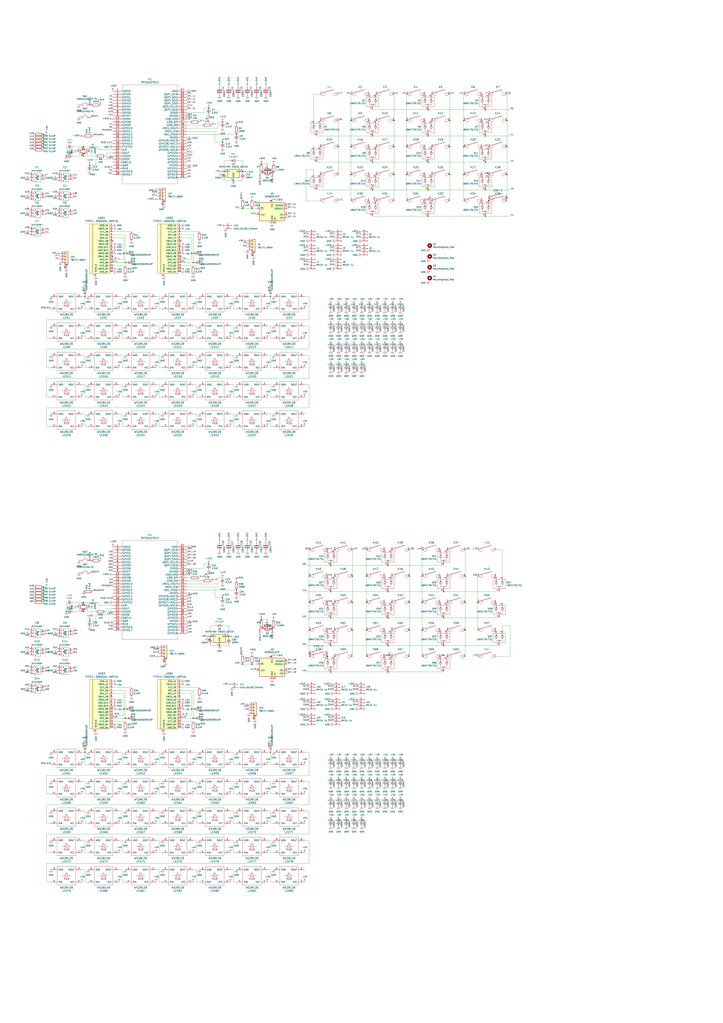
<source format=kicad_sch>
(kicad_sch (version 20230121) (generator eeschema)
  (paper "A1" portrait)
  (junction (at 300.99 473.71))
  (junction (at 278.13 120.65))
  (junction (at 364.49 486.41))
  (junction (at 68.58 128.27))
  (junction (at 334.01 120.65))
  (junction (at 416.56 99.06))
  (junction (at 392.43 495.3))
  (junction (at 271.78 508))
  (junction (at 288.29 99.06))
  (junction (at 306.07 111.76))
  (junction (at 336.55 473.71))
  (junction (at 351.79 156.21))
  (junction (at 35.56 492.76))
  (junction (at 101.6 208.28) (diameter 1.016))
  (junction (at 35.56 120.65))
  (junction (at 346.71 495.3))
  (junction (at 318.77 464.82) (diameter 1.016))
  (junction (at 416.56 162.56))
  (junction (at 69.85 618.49))
  (junction (at 194.31 110.49))
  (junction (at 323.85 120.65))
  (junction (at 382.27 495.3))
  (junction (at 288.29 120.65))
  (junction (at 364.49 530.86))
  (junction (at 172.72 523.24) (diameter 1.016))
  (junction (at 157.48 582.93) (diameter 1.016))
  (junction (at 381 99.06))
  (junction (at 101.6 582.93) (diameter 1.016))
  (junction (at 194.31 485.14))
  (junction (at 382.27 473.71))
  (junction (at 289.56 495.3))
  (junction (at 416.56 120.65))
  (junction (at 35.56 118.11))
  (junction (at 222.25 243.84))
  (junction (at 35.56 113.03))
  (junction (at 318.77 508) (diameter 1.016))
  (junction (at 398.78 156.21))
  (junction (at 68.58 120.65))
  (junction (at 35.56 490.22))
  (junction (at 171.45 88.9) (diameter 1.016))
  (junction (at 269.24 539.75))
  (junction (at 398.78 111.76))
  (junction (at 271.78 530.86))
  (junction (at 381 120.65))
  (junction (at 381 143.51))
  (junction (at 54.61 502.92) (diameter 1.016))
  (junction (at 199.39 171.45) (diameter 1.016))
  (junction (at 35.56 115.57))
  (junction (at 369.57 99.06))
  (junction (at 351.79 111.76))
  (junction (at 191.77 148.59) (diameter 1.016))
  (junction (at 323.85 143.51))
  (junction (at 369.57 143.51))
  (junction (at 222.25 618.49))
  (junction (at 351.79 177.8))
  (junction (at 318.77 552.45))
  (junction (at 364.49 508))
  (junction (at 288.29 143.51))
  (junction (at 199.39 140.97) (diameter 1.016))
  (junction (at 158.75 215.9) (diameter 1.016))
  (junction (at 182.88 491.49) (diameter 1.016))
  (junction (at 207.01 171.45) (diameter 1.016))
  (junction (at 334.01 143.51))
  (junction (at 271.78 464.82) (diameter 1.016))
  (junction (at 271.78 486.41))
  (junction (at 35.56 110.49))
  (junction (at 346.71 518.16))
  (junction (at 171.45 463.55) (diameter 1.016))
  (junction (at 184.15 140.97) (diameter 1.016))
  (junction (at 323.85 99.06))
  (junction (at 187.96 523.24) (diameter 1.016))
  (junction (at 351.79 133.35) (diameter 1.016))
  (junction (at 182.88 100.33) (diameter 1.016))
  (junction (at 254 537.21))
  (junction (at 180.34 530.86) (diameter 1.016))
  (junction (at 199.39 546.1) (diameter 1.016))
  (junction (at 398.78 177.8))
  (junction (at 289.56 473.71))
  (junction (at 35.56 487.68))
  (junction (at 35.56 485.14))
  (junction (at 318.77 530.86))
  (junction (at 158.75 590.55) (diameter 1.016))
  (junction (at 336.55 518.16))
  (junction (at 254 495.3))
  (junction (at 214.63 134.62) (diameter 1.016))
  (junction (at 351.79 90.17) (diameter 1.016))
  (junction (at 35.56 482.6))
  (junction (at 73.66 135.89) (diameter 1.016))
  (junction (at 369.57 120.65))
  (junction (at 214.63 509.27) (diameter 1.016))
  (junction (at 102.87 590.55) (diameter 1.016))
  (junction (at 289.56 518.16))
  (junction (at 73.66 510.54) (diameter 1.016))
  (junction (at 306.07 156.21))
  (junction (at 401.32 165.1))
  (junction (at 300.99 495.3))
  (junction (at 182.88 116.84) (diameter 1.016))
  (junction (at 157.48 208.28) (diameter 1.016))
  (junction (at 68.58 495.3))
  (junction (at 334.01 99.06))
  (junction (at 254 473.71))
  (junction (at 271.78 552.45))
  (junction (at 207.01 546.1) (diameter 1.016))
  (junction (at 68.58 502.92))
  (junction (at 300.99 518.16))
  (junction (at 336.55 495.3))
  (junction (at 69.85 243.84))
  (junction (at 306.07 133.35))
  (junction (at 382.27 518.16))
  (junction (at 398.78 90.17) (diameter 1.016))
  (junction (at 346.71 473.71))
  (junction (at 318.77 486.41))
  (junction (at 54.61 128.27) (diameter 1.016))
  (junction (at 102.87 215.9) (diameter 1.016))
  (junction (at 398.78 133.35))
  (junction (at 254 518.16))
  (junction (at 416.56 143.51))
  (no_connect (at 92.71 210.82))
  (no_connect (at 148.59 210.82))
  (no_connect (at 148.59 198.12))
  (no_connect (at 92.71 198.12))
  (wire (pts (xy 69.85 642.62) (xy 67.31 642.62)))
  (wire (pts (xy 153.67 482.6) (xy 176.53 482.6)))
  (wire (pts (xy 69.85 715.01) (xy 67.31 715.01)))
  (wire (pts (xy 184.15 147.32) (xy 184.15 148.59)))
  (wire (pts (xy 194.31 278.13) (xy 191.77 278.13)))
  (wire (pts (xy 250.19 690.88) (xy 254 690.88)))
  (wire (pts (xy 101.6 213.36) (xy 92.71 213.36)))
  (wire (pts (xy 148.59 593.09) (xy 158.75 593.09)))
  (wire (pts (xy 278.13 99.06) (xy 278.13 120.65)))
  (wire (pts (xy 187.96 529.59) (xy 187.96 530.86)))
  (wire (pts (xy 254 642.62) (xy 254 661.67)))
  (wire (pts (xy 381 120.65) (xy 381 143.51)))
  (wire (pts (xy 179.07 105.41) (xy 179.07 100.33)))
  (wire (pts (xy 161.29 254) (xy 161.29 243.84)))
  (wire (pts (xy 271.78 464.82) (xy 318.77 464.82)))
  (wire (pts (xy 179.07 100.33) (xy 182.88 100.33)))
  (wire (pts (xy 222.25 340.36) (xy 219.71 340.36)))
  (wire (pts (xy 100.33 316.23) (xy 97.79 316.23)))
  (wire (pts (xy 323.85 143.51) (xy 323.85 165.1)))
  (wire (pts (xy 161.29 278.13) (xy 161.29 267.97)))
  (wire (pts (xy 191.77 302.26) (xy 191.77 292.1)))
  (wire (pts (xy 92.71 190.5) (xy 107.95 190.5)))
  (wire (pts (xy 419.1 539.75) (xy 419.1 514.35)))
  (wire (pts (xy 161.29 701.04) (xy 161.29 690.88)))
  (wire (pts (xy 254 685.8) (xy 254 666.75)))
  (wire (pts (xy 68.58 495.3) (xy 81.28 495.3)))
  (wire (pts (xy 381 77.47) (xy 381 99.06)))
  (wire (pts (xy 153.67 110.49) (xy 194.31 110.49)))
  (wire (pts (xy 412.75 514.35) (xy 412.75 518.16)))
  (wire (pts (xy 382.27 473.71) (xy 382.27 495.3)))
  (wire (pts (xy 250.19 642.62) (xy 254 642.62)))
  (wire (pts (xy 153.67 107.95) (xy 176.53 107.95)))
  (wire (pts (xy 163.83 725.17) (xy 161.29 725.17)))
  (wire (pts (xy 199.39 148.59) (xy 191.77 148.59)))
  (wire (pts (xy 100.33 652.78) (xy 100.33 642.62)))
  (wire (pts (xy 222.25 267.97) (xy 219.71 267.97)))
  (wire (pts (xy 219.71 134.62) (xy 214.63 134.62)))
  (wire (pts (xy 133.35 254) (xy 130.81 254)))
  (wire (pts (xy 369.57 77.47) (xy 369.57 99.06)))
  (wire (pts (xy 219.71 509.27) (xy 214.63 509.27)))
  (wire (pts (xy 35.56 485.14) (xy 35.56 482.6)))
  (wire (pts (xy 351.79 111.76) (xy 306.07 111.76)))
  (wire (pts (xy 92.71 215.9) (xy 102.87 215.9)))
  (wire (pts (xy 69.85 292.1) (xy 67.31 292.1)))
  (wire (pts (xy 191.77 254) (xy 191.77 243.84)))
  (wire (pts (xy 161.29 618.49) (xy 158.75 618.49)))
  (wire (pts (xy 133.35 350.52) (xy 130.81 350.52)))
  (wire (pts (xy 38.1 311.15) (xy 254 311.15)))
  (wire (pts (xy 398.78 156.21) (xy 351.79 156.21)))
  (wire (pts (xy 161.29 326.39) (xy 161.29 316.23)))
  (wire (pts (xy 153.67 100.33) (xy 156.21 100.33)))
  (wire (pts (xy 92.71 505.46) (xy 78.74 505.46)))
  (wire (pts (xy 161.29 715.01) (xy 158.75 715.01)))
  (wire (pts (xy 130.81 676.91) (xy 130.81 666.75)))
  (wire (pts (xy 158.75 567.69) (xy 148.59 567.69)))
  (wire (pts (xy 72.39 628.65) (xy 69.85 628.65)))
  (wire (pts (xy 81.28 497.84) (xy 81.28 495.3)))
  (wire (pts (xy 130.81 340.36) (xy 128.27 340.36)))
  (wire (pts (xy 306.07 156.21) (xy 260.35 156.21)))
  (wire (pts (xy 271.78 552.45) (xy 318.77 552.45)))
  (wire (pts (xy 41.91 652.78) (xy 38.1 652.78)))
  (wire (pts (xy 224.79 701.04) (xy 222.25 701.04)))
  (wire (pts (xy 222.25 278.13) (xy 222.25 267.97)))
  (wire (pts (xy 38.1 685.8) (xy 254 685.8)))
  (wire (pts (xy 68.58 502.92) (xy 78.74 502.92)))
  (wire (pts (xy 187.96 514.35) (xy 184.15 514.35)))
  (wire (pts (xy 288.29 99.06) (xy 288.29 120.65)))
  (wire (pts (xy 100.33 243.84) (xy 97.79 243.84)))
  (wire (pts (xy 336.55 518.16) (xy 336.55 539.75)))
  (wire (pts (xy 161.29 267.97) (xy 158.75 267.97)))
  (wire (pts (xy 222.25 628.65) (xy 222.25 618.49)))
  (wire (pts (xy 69.85 302.26) (xy 69.85 292.1)))
  (wire (pts (xy 381 99.06) (xy 381 120.65)))
  (wire (pts (xy 133.35 725.17) (xy 130.81 725.17)))
  (wire (pts (xy 161.29 690.88) (xy 158.75 690.88)))
  (wire (pts (xy 167.64 88.9) (xy 171.45 88.9)))
  (wire (pts (xy 194.31 350.52) (xy 191.77 350.52)))
  (wire (pts (xy 148.59 590.55) (xy 158.75 590.55)))
  (wire (pts (xy 364.49 508) (xy 410.21 508)))
  (wire (pts (xy 254 537.21) (xy 254 539.75)))
  (wire (pts (xy 102.87 701.04) (xy 100.33 701.04)))
  (wire (pts (xy 69.85 350.52) (xy 69.85 340.36)))
  (wire (pts (xy 251.46 508) (xy 271.78 508)))
  (wire (pts (xy 172.72 514.35) (xy 176.53 514.35)))
  (wire (pts (xy 334.01 99.06) (xy 334.01 120.65)))
  (wire (pts (xy 222.25 254) (xy 222.25 243.84)))
  (wire (pts (xy 254 292.1) (xy 250.19 292.1)))
  (wire (pts (xy 167.64 463.55) (xy 171.45 463.55)))
  (wire (pts (xy 72.39 254) (xy 69.85 254)))
  (wire (pts (xy 176.53 116.84) (xy 182.88 116.84)))
  (wire (pts (xy 102.87 652.78) (xy 100.33 652.78)))
  (wire (pts (xy 222.25 676.91) (xy 222.25 666.75)))
  (wire (pts (xy 318.77 552.45) (xy 364.49 552.45)))
  (wire (pts (xy 92.71 500.38) (xy 87.63 500.38)))
  (wire (pts (xy 191.77 326.39) (xy 191.77 316.23)))
  (wire (pts (xy 148.59 215.9) (xy 158.75 215.9)))
  (wire (pts (xy 224.79 725.17) (xy 222.25 725.17)))
  (wire (pts (xy 187.96 530.86) (xy 180.34 530.86)))
  (wire (pts (xy 187.96 523.24) (xy 187.96 524.51)))
  (wire (pts (xy 288.29 77.47) (xy 288.29 99.06)))
  (wire (pts (xy 184.15 140.97) (xy 184.15 132.08)))
  (wire (pts (xy 100.33 642.62) (xy 97.79 642.62)))
  (wire (pts (xy 194.31 254) (xy 191.77 254)))
  (wire (pts (xy 224.79 278.13) (xy 222.25 278.13)))
  (wire (pts (xy 59.69 502.92) (xy 68.58 502.92)))
  (wire (pts (xy 102.87 628.65) (xy 100.33 628.65)))
  (wire (pts (xy 72.39 725.17) (xy 69.85 725.17)))
  (wire (pts (xy 102.87 725.17) (xy 100.33 725.17)))
  (wire (pts (xy 254 637.54) (xy 254 618.49)))
  (wire (pts (xy 288.29 120.65) (xy 288.29 143.51)))
  (wire (pts (xy 199.39 140.97) (xy 199.39 142.24)))
  (wire (pts (xy 102.87 567.69) (xy 92.71 567.69)))
  (wire (pts (xy 269.24 537.21) (xy 269.24 539.75)))
  (wire (pts (xy 92.71 497.84) (xy 81.28 497.84)))
  (wire (pts (xy 92.71 218.44) (xy 102.87 218.44)))
  (wire (pts (xy 72.39 701.04) (xy 69.85 701.04)))
  (wire (pts (xy 250.19 267.97) (xy 254 267.97)))
  (wire (pts (xy 161.29 292.1) (xy 158.75 292.1)))
  (wire (pts (xy 130.81 725.17) (xy 130.81 715.01)))
  (wire (pts (xy 382.27 452.12) (xy 382.27 473.71)))
  (wire (pts (xy 224.79 350.52) (xy 222.25 350.52)))
  (wire (pts (xy 68.58 128.27) (xy 78.74 128.27)))
  (wire (pts (xy 92.71 125.73) (xy 87.63 125.73)))
  (wire (pts (xy 416.56 162.56) (xy 416.56 165.1)))
  (wire (pts (xy 254 495.3) (xy 254 518.16)))
  (wire (pts (xy 306.07 111.76) (xy 260.35 111.76)))
  (wire (pts (xy 133.35 278.13) (xy 130.81 278.13)))
  (wire (pts (xy 130.81 243.84) (xy 128.27 243.84)))
  (wire (pts (xy 153.67 467.36) (xy 167.64 467.36)))
  (wire (pts (xy 72.39 278.13) (xy 69.85 278.13)))
  (wire (pts (xy 102.87 193.04) (xy 92.71 193.04)))
  (wire (pts (xy 254 335.28) (xy 38.1 335.28)))
  (wire (pts (xy 222.25 666.75) (xy 219.71 666.75)))
  (wire (pts (xy 224.79 326.39) (xy 222.25 326.39)))
  (wire (pts (xy 59.69 495.3) (xy 68.58 495.3)))
  (wire (pts (xy 419.1 177.8) (xy 398.78 177.8)))
  (wire (pts (xy 102.87 278.13) (xy 100.33 278.13)))
  (wire (pts (xy 72.39 302.26) (xy 69.85 302.26)))
  (wire (pts (xy 161.29 676.91) (xy 161.29 666.75)))
  (wire (pts (xy 130.81 690.88) (xy 128.27 690.88)))
  (wire (pts (xy 191.77 618.49) (xy 189.23 618.49)))
  (wire (pts (xy 161.29 652.78) (xy 161.29 642.62)))
  (wire (pts (xy 323.85 77.47) (xy 323.85 99.06)))
  (wire (pts (xy 41.91 278.13) (xy 38.1 278.13)))
  (wire (pts (xy 69.85 340.36) (xy 67.31 340.36)))
  (wire (pts (xy 300.99 452.12) (xy 300.99 473.71)))
  (wire (pts (xy 157.48 582.93) (xy 157.48 588.01)))
  (wire (pts (xy 254 690.88) (xy 254 709.93)))
  (wire (pts (xy 35.56 487.68) (xy 35.56 485.14)))
  (wire (pts (xy 133.35 701.04) (xy 130.81 701.04)))
  (wire (pts (xy 163.83 676.91) (xy 161.29 676.91)))
  (wire (pts (xy 59.69 120.65) (xy 68.58 120.65)))
  (wire (pts (xy 254 262.89) (xy 254 243.84)))
  (wire (pts (xy 251.46 530.86) (xy 271.78 530.86)))
  (wire (pts (xy 172.72 523.24) (xy 172.72 514.35)))
  (wire (pts (xy 336.55 473.71) (xy 336.55 495.3)))
  (wire (pts (xy 222.25 350.52) (xy 222.25 340.36)))
  (wire (pts (xy 382.27 518.16) (xy 382.27 539.75)))
  (wire (pts (xy 191.77 316.23) (xy 189.23 316.23)))
  (wire (pts (xy 194.31 326.39) (xy 191.77 326.39)))
  (wire (pts (xy 222.25 326.39) (xy 222.25 316.23)))
  (wire (pts (xy 102.87 350.52) (xy 100.33 350.52)))
  (wire (pts (xy 102.87 254) (xy 100.33 254)))
  (wire (pts (xy 271.78 486.41) (xy 318.77 486.41)))
  (wire (pts (xy 191.77 715.01) (xy 189.23 715.01)))
  (wire (pts (xy 382.27 495.3) (xy 382.27 518.16)))
  (wire (pts (xy 133.35 326.39) (xy 130.81 326.39)))
  (wire (pts (xy 130.81 701.04) (xy 130.81 690.88)))
  (wire (pts (xy 222.25 715.01) (xy 219.71 715.01)))
  (wire (pts (xy 318.77 530.86) (xy 364.49 530.86)))
  (wire (pts (xy 398.78 111.76) (xy 351.79 111.76)))
  (wire (pts (xy 381 143.51) (xy 381 165.1)))
  (wire (pts (xy 254 709.93) (xy 38.1 709.93)))
  (wire (pts (xy 163.83 350.52) (xy 161.29 350.52)))
  (wire (pts (xy 224.79 302.26) (xy 222.25 302.26)))
  (wire (pts (xy 398.78 177.8) (xy 351.79 177.8)))
  (wire (pts (xy 69.85 267.97) (xy 67.31 267.97)))
  (wire (pts (xy 101.6 582.93) (xy 101.6 588.01)))
  (wire (pts (xy 72.39 350.52) (xy 69.85 350.52)))
  (wire (pts (xy 199.39 546.1) (xy 196.85 546.1)))
  (wire (pts (xy 35.56 120.65) (xy 35.56 118.11)))
  (wire (pts (xy 161.29 725.17) (xy 161.29 715.01)))
  (wire (pts (xy 35.56 495.3) (xy 35.56 492.76)))
  (wire (pts (xy 100.33 725.17) (xy 100.33 715.01)))
  (wire (pts (xy 163.83 278.13) (xy 161.29 278.13)))
  (wire (pts (xy 251.46 139.7) (xy 257.81 139.7)))
  (wire (pts (xy 130.81 642.62) (xy 128.27 642.62)))
  (wire (pts (xy 191.77 292.1) (xy 189.23 292.1)))
  (wire (pts (xy 69.85 326.39) (xy 69.85 316.23)))
  (wire (pts (xy 191.77 642.62) (xy 189.23 642.62)))
  (wire (pts (xy 102.87 215.9) (xy 102.87 193.04)))
  (wire (pts (xy 38.1 637.54) (xy 254 637.54)))
  (wire (pts (xy 100.33 701.04) (xy 100.33 690.88)))
  (wire (pts (xy 179.07 474.98) (xy 182.88 474.98)))
  (wire (pts (xy 222.25 725.17) (xy 222.25 715.01)))
  (wire (pts (xy 69.85 725.17) (xy 69.85 715.01)))
  (wire (pts (xy 336.55 495.3) (xy 336.55 518.16)))
  (wire (pts (xy 257.81 77.47) (xy 257.81 99.06)))
  (wire (pts (xy 191.77 628.65) (xy 191.77 618.49)))
  (wire (pts (xy 278.13 120.65) (xy 278.13 143.51)))
  (wire (pts (xy 130.81 316.23) (xy 128.27 316.23)))
  (wire (pts (xy 101.6 208.28) (xy 101.6 213.36)))
  (wire (pts (xy 163.83 652.78) (xy 161.29 652.78)))
  (wire (pts (xy 161.29 642.62) (xy 158.75 642.62)))
  (wire (pts (xy 100.33 350.52) (xy 100.33 340.36)))
  (wire (pts (xy 167.64 467.36) (xy 167.64 463.55)))
  (wire (pts (xy 100.33 676.91) (xy 100.33 666.75)))
  (wire (pts (xy 41.91 326.39) (xy 38.1 326.39)))
  (wire (pts (xy 69.85 666.75) (xy 67.31 666.75)))
  (wire (pts (xy 130.81 302.26) (xy 130.81 292.1)))
  (wire (pts (xy 130.81 292.1) (xy 128.27 292.1)))
  (wire (pts (xy 199.39 132.08) (xy 195.58 132.08)))
  (wire (pts (xy 100.33 326.39) (xy 100.33 316.23)))
  (wire (pts (xy 38.1 287.02) (xy 38.1 302.26)))
  (wire (pts (xy 59.69 128.27) (xy 68.58 128.27)))
  (wire (pts (xy 254 473.71) (xy 254 495.3)))
  (wire (pts (xy 72.39 652.78) (xy 69.85 652.78)))
  (wire (pts (xy 351.79 90.17) (xy 306.07 90.17)))
  (wire (pts (xy 102.87 590.55) (xy 102.87 567.69)))
  (wire (pts (xy 87.63 128.27) (xy 86.36 128.27)))
  (wire (pts (xy 35.56 492.76) (xy 35.56 490.22)))
  (wire (pts (xy 130.81 618.49) (xy 128.27 618.49)))
  (wire (pts (xy 69.85 628.65) (xy 69.85 618.49)))
  (wire (pts (xy 346.71 452.12) (xy 346.71 473.71)))
  (wire (pts (xy 401.32 162.56) (xy 401.32 165.1)))
  (wire (pts (xy 187.96 523.24) (xy 187.96 514.35)))
  (wire (pts (xy 35.56 115.57) (xy 35.56 113.03)))
  (wire (pts (xy 419.1 514.35) (xy 412.75 514.35)))
  (wire (pts (xy 419.1 156.21) (xy 398.78 156.21)))
  (wire (pts (xy 254 311.15) (xy 254 292.1)))
  (wire (pts (xy 69.85 701.04) (xy 69.85 690.88)))
  (wire (pts (xy 271.78 508) (xy 318.77 508)))
  (wire (pts (xy 306.07 133.35) (xy 351.79 133.35)))
  (wire (pts (xy 35.56 490.22) (xy 35.56 487.68)))
  (wire (pts (xy 133.35 628.65) (xy 130.81 628.65)))
  (wire (pts (xy 419.1 133.35) (xy 398.78 133.35)))
  (wire (pts (xy 38.1 652.78) (xy 38.1 637.54)))
  (wire (pts (xy 416.56 99.06) (xy 416.56 120.65)))
  (wire (pts (xy 69.85 652.78) (xy 69.85 642.62)))
  (wire (pts (xy 210.82 546.1) (xy 207.01 546.1)))
  (wire (pts (xy 87.63 502.92) (xy 86.36 502.92)))
  (wire (pts (xy 161.29 316.23) (xy 158.75 316.23)))
  (wire (pts (xy 191.77 725.17) (xy 191.77 715.01)))
  (wire (pts (xy 250.19 316.23) (xy 254 316.23)))
  (wire (pts (xy 153.67 480.06) (xy 179.07 480.06)))
  (wire (pts (xy 184.15 132.08) (xy 187.96 132.08)))
  (wire (pts (xy 412.75 452.12) (xy 412.75 473.71)))
  (wire (pts (xy 271.78 530.86) (xy 318.77 530.86)))
  (wire (pts (xy 254 618.49) (xy 250.19 618.49)))
  (wire (pts (xy 364.49 508) (xy 318.77 508)))
  (wire (pts (xy 157.48 588.01) (xy 148.59 588.01)))
  (wire (pts (xy 351.79 177.8) (xy 306.07 177.8)))
  (wire (pts (xy 100.33 715.01) (xy 97.79 715.01)))
  (wire (pts (xy 251.46 464.82) (xy 271.78 464.82)))
  (wire (pts (xy 78.74 130.81) (xy 78.74 135.89)))
  (wire (pts (xy 158.75 215.9) (xy 158.75 193.04)))
  (wire (pts (xy 191.77 676.91) (xy 191.77 666.75)))
  (wire (pts (xy 172.72 529.59) (xy 172.72 530.86)))
  (wire (pts (xy 318.77 464.82) (xy 364.49 464.82)))
  (wire (pts (xy 161.29 302.26) (xy 161.29 292.1)))
  (wire (pts (xy 222.25 642.62) (xy 219.71 642.62)))
  (wire (pts (xy 346.71 518.16) (xy 346.71 539.75)))
  (wire (pts (xy 176.53 491.49) (xy 182.88 491.49)))
  (wire (pts (xy 100.33 267.97) (xy 97.79 267.97)))
  (wire (pts (xy 153.67 485.14) (xy 194.31 485.14)))
  (wire (pts (xy 172.72 523.24) (xy 172.72 524.51)))
  (wire (pts (xy 318.77 486.41) (xy 364.49 486.41)))
  (wire (pts (xy 392.43 495.3) (xy 392.43 518.16)))
  (wire (pts (xy 224.79 652.78) (xy 222.25 652.78)))
  (wire (pts (xy 334.01 120.65) (xy 334.01 143.51)))
  (wire (pts (xy 176.53 107.95) (xy 176.53 116.84)))
  (wire (pts (xy 262.89 77.47) (xy 257.81 77.47)))
  (wire (pts (xy 102.87 326.39) (xy 100.33 326.39)))
  (wire (pts (xy 100.33 292.1) (xy 97.79 292.1)))
  (wire (pts (xy 416.56 143.51) (xy 416.56 162.56)))
  (wire (pts (xy 38.1 335.28) (xy 38.1 350.52)))
  (wire (pts (xy 130.81 666.75) (xy 128.27 666.75)))
  (wire (pts (xy 130.81 652.78) (xy 130.81 642.62)))
  (wire (pts (xy 222.25 690.88) (xy 219.71 690.88)))
  (wire (pts (xy 130.81 278.13) (xy 130.81 267.97)))
  (wire (pts (xy 222.25 292.1) (xy 219.71 292.1)))
  (wire (pts (xy 191.77 340.36) (xy 189.23 340.36)))
  (wire (pts (xy 262.89 165.1) (xy 251.46 165.1)))
  (wire (pts (xy 161.29 350.52) (xy 161.29 340.36)))
  (wire (pts (xy 153.67 92.71) (xy 167.64 92.71)))
  (wire (pts (xy 87.63 500.38) (xy 87.63 502.92)))
  (wire (pts (xy 69.85 618.49) (xy 67.31 618.49)))
  (wire (pts (xy 158.75 193.04) (xy 148.59 193.04)))
  (wire (pts (xy 199.39 147.32) (xy 199.39 148.59)))
  (wire (pts (xy 191.77 278.13) (xy 191.77 267.97)))
  (wire (pts (xy 69.85 316.23) (xy 67.31 316.23)))
  (wire (pts (xy 87.63 125.73) (xy 87.63 128.27)))
  (wire (pts (xy 68.58 120.65) (xy 81.28 120.65)))
  (wire (pts (xy 153.67 477.52) (xy 166.37 477.52)))
  (wire (pts (xy 364.49 486.41) (xy 410.21 486.41)))
  (wire (pts (xy 102.87 302.26) (xy 100.33 302.26)))
  (wire (pts (xy 334.01 77.47) (xy 334.01 99.06)))
  (wire (pts (xy 100.33 666.75) (xy 97.79 666.75)))
  (wire (pts (xy 130.81 628.65) (xy 130.81 618.49)))
  (wire (pts (xy 179.07 480.06) (xy 179.07 474.98)))
  (wire (pts (xy 300.99 518.16) (xy 300.99 539.75)))
  (wire (pts (xy 254 316.23) (xy 254 335.28)))
  (wire (pts (xy 194.31 676.91) (xy 191.77 676.91)))
  (wire (pts (xy 38.1 661.67) (xy 38.1 676.91)))
  (wire (pts (xy 300.99 495.3) (xy 300.99 518.16)))
  (wire (pts (xy 78.74 505.46) (xy 78.74 510.54)))
  (wire (pts (xy 254 452.12) (xy 254 473.71)))
  (wire (pts (xy 289.56 473.71) (xy 289.56 495.3)))
  (wire (pts (xy 207.01 546.1) (xy 199.39 546.1)))
  (wire (pts (xy 191.77 267.97) (xy 189.23 267.97)))
  (wire (pts (xy 184.15 140.97) (xy 184.15 142.24)))
  (wire (pts (xy 351.79 156.21) (xy 306.07 156.21)))
  (wire (pts (xy 54.61 120.65) (xy 54.61 128.27)))
  (wire (pts (xy 101.6 588.01) (xy 92.71 588.01)))
  (wire (pts (xy 148.59 565.15) (xy 163.83 565.15)))
  (wire (pts (xy 191.77 652.78) (xy 191.77 642.62)))
  (wire (pts (xy 92.71 565.15) (xy 107.95 565.15)))
  (wire (pts (xy 194.31 302.26) (xy 191.77 302.26)))
  (wire (pts (xy 222.25 302.26) (xy 222.25 292.1)))
  (wire (pts (xy 161.29 243.84) (xy 158.75 243.84)))
  (wire (pts (xy 69.85 690.88) (xy 67.31 690.88)))
  (wire (pts (xy 157.48 570.23) (xy 157.48 582.93)))
  (wire (pts (xy 130.81 326.39) (xy 130.81 316.23)))
  (wire (pts (xy 148.59 195.58) (xy 157.48 195.58)))
  (wire (pts (xy 72.39 326.39) (xy 69.85 326.39)))
  (wire (pts (xy 35.56 113.03) (xy 35.56 110.49)))
  (wire (pts (xy 191.77 350.52) (xy 191.77 340.36)))
  (wire (pts (xy 251.46 486.41) (xy 271.78 486.41)))
  (wire (pts (xy 167.64 92.71) (xy 167.64 88.9)))
  (wire (pts (xy 194.31 628.65) (xy 191.77 628.65)))
  (wire (pts (xy 254 267.97) (xy 254 287.02)))
  (wire (pts (xy 100.33 690.88) (xy 97.79 690.88)))
  (wire (pts (xy 100.33 340.36) (xy 97.79 340.36)))
  (wire (pts (xy 130.81 267.97) (xy 128.27 267.97)))
  (wire (pts (xy 101.6 570.23) (xy 101.6 582.93)))
  (wire (pts (xy 92.71 590.55) (xy 102.87 590.55)))
  (wire (pts (xy 398.78 90.17) (xy 351.79 90.17)))
  (wire (pts (xy 102.87 676.91) (xy 100.33 676.91)))
  (wire (pts (xy 69.85 278.13) (xy 69.85 267.97)))
  (wire (pts (xy 163.83 326.39) (xy 161.29 326.39)))
  (wire (pts (xy 100.33 278.13) (xy 100.33 267.97)))
  (wire (pts (xy 323.85 120.65) (xy 323.85 143.51)))
  (wire (pts (xy 157.48 213.36) (xy 148.59 213.36)))
  (wire (pts (xy 101.6 195.58) (xy 101.6 208.28)))
  (wire (pts (xy 92.71 570.23) (xy 101.6 570.23)))
  (wire (pts (xy 100.33 254) (xy 100.33 243.84)))
  (wire (pts (xy 191.77 701.04) (xy 191.77 690.88)))
  (wire (pts (xy 38.1 350.52) (xy 41.91 350.52)))
  (wire (pts (xy 130.81 350.52) (xy 130.81 340.36)))
  (wire (pts (xy 222.25 618.49) (xy 219.71 618.49)))
  (wire (pts (xy 69.85 254) (xy 69.85 243.84)))
  (wire (pts (xy 369.57 99.06) (xy 369.57 120.65)))
  (wire (pts (xy 72.39 676.91) (xy 69.85 676.91)))
  (wire (pts (xy 392.43 473.71) (xy 392.43 495.3)))
  (wire (pts (xy 207.01 171.45) (xy 199.39 171.45)))
  (wire (pts (xy 416.56 77.47) (xy 416.56 99.06)))
  (wire (pts (xy 157.48 195.58) (xy 157.48 208.28)))
  (wire (pts (xy 54.61 495.3) (xy 54.61 502.92)))
  (wire (pts (xy 158.75 590.55) (xy 158.75 567.69)))
  (wire (pts (xy 133.35 652.78) (xy 130.81 652.78)))
  (wire (pts (xy 369.57 143.51) (xy 369.57 165.1)))
  (wire (pts (xy 222.25 243.84) (xy 219.71 243.84)))
  (wire (pts (xy 419.1 90.17) (xy 398.78 90.17)))
  (wire (pts (xy 346.71 473.71) (xy 346.71 495.3)))
  (wire (pts (xy 100.33 302.26) (xy 100.33 292.1)))
  (wire (pts (xy 133.35 676.91) (xy 130.81 676.91)))
  (wire (pts (xy 41.91 701.04) (xy 38.1 701.04)))
  (wire (pts (xy 35.56 123.19) (xy 35.56 120.65)))
  (wire (pts (xy 210.82 171.45) (xy 207.01 171.45)))
  (wire (pts (xy 130.81 254) (xy 130.81 243.84)))
  (wire (pts (xy 133.35 302.26) (xy 130.81 302.26)))
  (wire (pts (xy 369.57 120.65) (xy 369.57 143.51)))
  (wire (pts (xy 224.79 254) (xy 222.25 254)))
  (wire (pts (xy 81.28 123.19) (xy 81.28 120.65)))
  (wire (pts (xy 153.67 102.87) (xy 166.37 102.87)))
  (wire (pts (xy 346.71 495.3) (xy 346.71 518.16)))
  (wire (pts (xy 153.67 105.41) (xy 179.07 105.41)))
  (wire (pts (xy 35.56 118.11) (xy 35.56 115.57)))
  (wire (pts (xy 69.85 243.84) (xy 67.31 243.84)))
  (wire (pts (xy 364.49 530.86) (xy 410.21 530.86)))
  (wire (pts (xy 148.59 570.23) (xy 157.48 570.23)))
  (wire (pts (xy 148.59 218.44) (xy 158.75 218.44)))
  (wire (pts (xy 398.78 133.35) (xy 351.79 133.35)))
  (wire (pts (xy 224.79 628.65) (xy 222.25 628.65)))
  (wire (pts (xy 251.46 165.1) (xy 251.46 139.7)))
  (wire (pts (xy 199.39 140.97) (xy 199.39 132.08)))
  (wire (pts (xy 172.72 530.86) (xy 180.34 530.86)))
  (wire (pts (xy 153.67 474.98) (xy 156.21 474.98)))
  (wire (pts (xy 288.29 143.51) (xy 288.29 165.1)))
  (wire (pts (xy 289.56 518.16) (xy 289.56 539.75)))
  (wire (pts (xy 323.85 99.06) (xy 323.85 120.65)))
  (wire (pts (xy 254 661.67) (xy 38.1 661.67)))
  (wire (pts (xy 336.55 452.12) (xy 336.55 473.71)))
  (wire (pts (xy 78.74 510.54) (xy 73.66 510.54)))
  (wire (pts (xy 289.56 452.12) (xy 289.56 473.71)))
  (wire (pts (xy 157.48 208.28) (xy 157.48 213.36)))
  (wire (pts (xy 254 518.16) (xy 254 537.21)))
  (wire (pts (xy 407.67 539.75) (xy 419.1 539.75)))
  (wire (pts (xy 194.31 725.17) (xy 191.77 725.17)))
  (wire (pts (xy 130.81 715.01) (xy 128.27 715.01)))
  (wire (pts (xy 163.83 254) (xy 161.29 254)))
  (wire (pts (xy 251.46 552.45) (xy 271.78 552.45)))
  (wire (pts (xy 92.71 195.58) (xy 101.6 195.58)))
  (wire (pts (xy 222.25 652.78) (xy 222.25 642.62)))
  (wire (pts (xy 191.77 666.75) (xy 189.23 666.75)))
  (wire (pts (xy 78.74 135.89) (xy 73.66 135.89)))
  (wire (pts (xy 416.56 120.65) (xy 416.56 143.51)))
  (wire (pts (xy 92.71 130.81) (xy 78.74 130.81)))
  (wire (pts (xy 306.07 133.35) (xy 260.35 133.35)))
  (wire (pts (xy 254 243.84) (xy 250.19 243.84)))
  (wire (pts (xy 161.29 628.65) (xy 161.29 618.49)))
  (wire (pts (xy 38.1 676.91) (xy 41.91 676.91)))
  (wire (pts (xy 334.01 143.51) (xy 334.01 165.1)))
  (wire (pts (xy 92.71 593.09) (xy 102.87 593.09)))
  (wire (pts (xy 163.83 628.65) (xy 161.29 628.65)))
  (wire (pts (xy 194.31 701.04) (xy 191.77 701.04)))
  (wire (pts (xy 191.77 243.84) (xy 189.23 243.84)))
  (wire (pts (xy 224.79 676.91) (xy 222.25 676.91)))
  (wire (pts (xy 38.1 302.26) (xy 41.91 302.26)))
  (wire (pts (xy 254 666.75) (xy 250.19 666.75)))
  (wire (pts (xy 92.71 123.19) (xy 81.28 123.19)))
  (wire (pts (xy 300.99 473.71) (xy 300.99 495.3)))
  (wire (pts (xy 38.1 709.93) (xy 38.1 725.17)))
  (wire (pts (xy 69.85 676.91) (xy 69.85 666.75)))
  (wire (pts (xy 184.15 148.59) (xy 191.77 148.59)))
  (wire (pts (xy 289.56 495.3) (xy 289.56 518.16)))
  (wire (pts (xy 38.1 326.39) (xy 38.1 311.15)))
  (wire (pts (xy 100.33 618.49) (xy 97.79 618.49)))
  (wire (pts (xy 161.29 666.75) (xy 158.75 666.75)))
  (wire (pts (xy 38.1 701.04) (xy 38.1 685.8)))
  (wire (pts (xy 419.1 111.76) (xy 398.78 111.76)))
  (wire (pts (xy 222.25 701.04) (xy 222.25 690.88)))
  (wire (pts (xy 257.81 139.7) (xy 257.81 143.51)))
  (wire (pts (xy 407.67 452.12) (xy 412.75 452.12)))
  (wire (pts (xy 199.39 171.45) (xy 196.85 171.45)))
  (wire (pts (xy 176.53 482.6) (xy 176.53 491.49)))
  (wire (pts (xy 161.29 340.36) (xy 158.75 340.36)))
  (wire (pts (xy 100.33 628.65) (xy 100.33 618.49)))
  (wire (pts (xy 222.25 316.23) (xy 219.71 316.23)))
  (wire (pts (xy 38.1 278.13) (xy 38.1 262.89)))
  (wire (pts (xy 191.77 690.88) (xy 189.23 690.88)))
  (wire (pts (xy 148.59 190.5) (xy 163.83 190.5)))
  (wire (pts (xy 163.83 701.04) (xy 161.29 701.04)))
  (wire (pts (xy 194.31 652.78) (xy 191.77 652.78)))
  (wire (pts (xy 35.56 482.6) (xy 38.1 482.6)))
  (wire (pts (xy 38.1 262.89) (xy 254 262.89)))
  (wire (pts (xy 35.56 110.49) (xy 38.1 110.49)))
  (wire (pts (xy 38.1 725.17) (xy 41.91 725.17)))
  (wire (pts (xy 254 287.02) (xy 38.1 287.02)))
  (wire (pts (xy 163.83 302.26) (xy 161.29 302.26)))
  (label "r4R" (at 92.71 459.74 180))
  (label "RGB_5vR" (at 41.91 628.65 180))
  (label "c0R" (at 59.69 534.67 0))
  (label "SDAL" (at 275.59 207.01 180))
  (label "SPI-2R" (at 153.67 457.2 0))
  (label "e4B" (at 153.67 497.84 0))
  (label "c3R" (at 336.55 452.12 0))
  (label "k14" (at 401.32 99.06 180))
  (label "CSR" (at 196.85 546.1 180))
  (label "k42" (at 36.83 521.97 0))
  (label "CLKL" (at 210.82 176.53 180))
  (label "PRIMARYR" (at 92.71 482.6 180))
  (label "RESETL" (at 92.71 138.43 180))
  (label "TXL" (at 149.86 213.36 0))
  (label "r2R" (at 92.71 454.66 180))
  (label "k68" (at 316.23 539.75 0))
  (label "c4R" (at 153.67 508 0))
  (label "k49" (at 269.24 473.71 0))
  (label "SDAR" (at 254 580.39 180))
  (label "e3B" (at 27.94 120.65 180))
  (label "c0L" (at 59.69 147.32 0))
  (label "RGB_3.3vR" (at 214.63 516.89 270))
  (label "RXL" (at 148.59 215.9 0))
  (label "SPI-0R" (at 153.67 459.74 0))
  (label "SDAL" (at 297.18 207.01 180))
  (label "r1L" (at 419.1 111.76 0))
  (label "r0L" (at 92.71 105.41 180))
  (label "e2B" (at 24.13 158.75 180))
  (label "k31" (at 36.83 189.23 0))
  (label "e6B" (at 24.13 553.72 180))
  (label "CLKR" (at 210.82 551.18 180))
  (label "e2A" (at 153.67 120.65 0))
  (label "RESETR" (at 74.93 461.01 90))
  (label "c0L" (at 416.56 77.47 0))
  (label "SDAL" (at 153.67 128.27 0))
  (label "c0L" (at 153.67 140.97 0))
  (label "c6R" (at 392.43 473.71 180))
  (label "k56" (at 36.83 537.21 0))
  (label "e6A" (at 92.71 464.82 180))
  (label "c2R" (at 300.99 452.12 180))
  (label "r4R" (at 251.46 552.45 180))
  (label "SPI-0L" (at 153.67 85.09 0))
  (label "SDAL" (at 254 218.44 180))
  (label "k7" (at 36.83 144.78 0))
  (label "c4L" (at 153.67 133.35 0))
  (label "c2R" (at 153.67 515.62 0))
  (label "c1R" (at 289.56 452.12 0))
  (label "e1A" (at 27.94 113.03 180))
  (label "SCLR" (at 130.81 537.21 180))
  (label "k33" (at 354.33 165.1 90))
  (label "SCLR" (at 294.64 565.15 180))
  (label "c0R" (at 153.67 505.46 0))
  (label "SDAR" (at 274.32 593.09 180))
  (label "c3L" (at 334.01 77.47 180))
  (label "D+L" (at 92.71 215.9 0))
  (label "SDAR" (at 153.67 502.92 0))
  (label "c1L" (at 153.67 143.51 0))
  (label "RGB_5vL" (at 41.91 254 180))
  (label "SCLR" (at 153.67 500.38 0))
  (label "SCLL" (at 254 204.47 180))
  (label "SPI-0L" (at 236.22 168.91 0))
  (label "k28" (at 401.32 143.51 180))
  (label "TXR" (at 92.71 590.55 0))
  (label "RXR" (at 92.71 518.16 180))
  (label "e3A" (at 92.71 87.63 180))
  (label "c1L" (at 381 77.47 180))
  (label "r1R" (at 251.46 486.41 180))
  (label "D+L" (at 163.83 100.33 0))
  (label "SCLL" (at 153.67 125.73 0))
  (label "RGB_3.3vL" (at 92.71 118.11 180))
  (label "e5B" (at 27.94 487.68 180))
  (label "SCLR" (at 254 590.55 180))
  (label "RXL" (at 92.71 143.51 180))
  (label "SDAL" (at 129.54 158.75 180))
  (label "k31" (at 308.61 165.1 90))
  (label "e6B" (at 46.99 553.72 180))
  (label "TXR" (at 92.71 515.62 180))
  (label "r3L" (at 92.71 82.55 180))
  (label "c3R" (at 59.69 552.45 0))
  (label "D-L" (at 49.53 210.82 180))
  (label "CLKR" (at 153.67 462.28 0))
  (label "k21" (at 401.32 120.65 180))
  (label "r4L" (at 419.1 177.8 0))
  (label "SPI-1R" (at 153.67 454.66 0))
  (label "r2L" (at 92.71 80.01 180))
  (label "SPI-3L" (at 153.67 90.17 0))
  (label "e5B" (at 24.13 538.48 180))
  (label "c4L" (at 323.85 77.47 0))
  (label "BOOTR" (at 74.93 471.17 0))
  (label "r4L" (at 92.71 85.09 180))
  (label "e3B" (at 24.13 187.96 180))
  (label "e6A" (at 24.13 548.64 180))
  (label "e2B" (at 46.99 158.75 180))
  (label "SDAR" (at 254 593.09 180))
  (label "c2L" (at 36.83 176.53 0))
  (label "r3R" (at 92.71 457.2 180))
  (label "RXR" (at 204.47 581.66 180))
  (label "D+L" (at 49.53 213.36 180))
  (label "PRIMARYL" (at 92.71 107.95 180))
  (label "e2A" (at 27.94 118.11 180))
  (label "CSR" (at 153.67 452.12 0))
  (label "k49" (at 59.69 521.97 0))
  (label "e5B" (at 92.71 467.36 180))
  (label "e3B" (at 24.13 172.72 180))
  (label "e5A" (at 27.94 490.22 180))
  (label "c0R" (at 36.83 519.43 0))
  (label "k42" (at 269.24 452.12 0))
  (label "c7R" (at 392.43 539.75 180))
  (label "e5B" (at 46.99 538.48 180))
  (label "c3R" (at 153.67 513.08 0))
  (label "e4B" (at 46.99 523.24 180))
  (label "SCLL" (at 254 193.04 180))
  (label "TXL" (at 203.2 200.66 180))
  (label "RGB_3.3vR" (at 92.71 492.76 180))
  (label "c0R" (at 36.83 534.67 0))
  (label "k56" (at 269.24 495.3 0))
  (label "SDAL" (at 275.59 195.58 180))
  (label "k63" (at 59.69 537.21 0))
  (label "e1B" (at 92.71 92.71 180))
  (label "e1B" (at 46.99 143.51 180))
  (label "D-R" (at 173.99 477.52 0))
  (label "k14" (at 59.69 144.78 0))
  (label "PRIMARYL" (at 76.2 111.76 0))
  (label "SDAL" (at 275.59 218.44 180))
  (label "c7L" (at 153.67 123.19 0))
  (label "CSL" (at 153.67 77.47 0))
  (label "k68" (at 36.83 552.45 0))
  (label "CLKL" (at 153.67 87.63 0))
  (label "SDAR" (at 274.32 580.39 180))
  (label "e1A" (at 46.99 148.59 180))
  (label "e1A" (at 24.13 148.59 180))
  (label "e5A" (at 24.13 533.4 180))
  (label "SPI-1L" (at 236.22 171.45 0))
  (label "c1R" (at 153.67 518.16 0))
  (label "e6B" (at 27.94 492.76 180))
  (label "e3A" (at 46.99 177.8 180))
  (label "k66" (at 361.95 539.75 0))
  (label "r0L" (at 419.1 90.17 0))
  (label "k32" (at 59.69 176.53 0))
  (label "c0L" (at 36.83 162.56 0))
  (label "k33" (at 36.83 173.99 0))
  (label "c7L" (at 278.13 77.47 0))
  (label "BOOTL" (at 74.93 96.52 0))
  (label "BOOTR" (at 199.39 538.48 90))
  (label "c5R" (at 153.67 520.7 0))
  (label "PRIMARYR" (at 76.2 486.41 0))
  (label "SCLL" (at 275.59 193.04 180))
  (label "c6L" (at 153.67 115.57 0))
  (label "SCLR" (at 274.32 565.15 180))
  (label "c0R" (at 59.69 519.43 0))
  (label "SDAL" (at 254 195.58 180))
  (label "SCLL" (at 275.59 204.47 180))
  (label "SCLL" (at 275.59 215.9 180))
  (label "SCLR" (at 254 577.85 180))
  (label "RXR" (at 93.98 588.01 0))
  (label "k7" (at 401.32 77.47 180))
  (label "RGB_5vR" (at 224.79 516.89 270))
  (label "r1R" (at 92.71 477.52 180))
  (label "RGB_3.3vL" (at 214.63 142.24 270))
  (label "SCLL" (at 254 215.9 180))
  (label "c7R" (at 392.43 452.12 180))
  (label "e4A" (at 46.99 518.16 180))
  (label "SDAR" (at 254 567.69 180))
  (label "r3R" (at 251.46 530.86 180))
  (label "e6B" (at 92.71 462.28 180))
  (label "SDAR" (at 294.64 580.39 180))
  (label "e3B" (at 92.71 90.17 180))
  (label "c5L" (at 153.67 146.05 0))
  (label "SCLR" (at 294.64 577.85 180))
  (label "c0L" (at 36.83 147.32 0))
  (label "c2R" (at 36.83 549.91 0))
  (label "SDAL" (at 297.18 195.58 180))
  (label "SDAR" (at 274.32 567.69 180))
  (label "c4L" (at 36.83 191.77 0))
  (label "r0R" (at 251.46 464.82 180))
  (label "RGB_5vL" (at 224.79 142.24 270))
  (label "c6R" (at 153.67 490.22 0))
  (label "r0R" (at 92.71 480.06 180))
  (label "k67" (at 321.31 539.75 90))
  (label "c5R" (at 382.27 452.12 0))
  (label "c4R" (at 36.83 565.15 0))
  (label "k28" (at 59.69 160.02 0))
  (label "c6L" (at 278.13 99.06 0))
  (label "c3L" (at 59.69 173.99 0))
  (label "c5L" (at 288.29 77.47 180))
  (label "k67" (at 59.69 549.91 0))
  (label "D-L" (at 93.98 213.36 0))
  (label "e6A" (at 24.13 563.88 180))
  (label "e5A" (at 46.99 533.4 180))
  (label "e6B" (at 24.13 568.96 180))
  (label "RESETL" (at 74.93 86.36 90))
  (label "SCLL" (at 129.54 161.29 180))
  (label "c7R" (at 153.67 492.76 0))
  (label "D-R" (at 149.86 588.01 0))
  (label "c3L" (at 153.67 138.43 0))
  (label "TXL" (at 92.71 140.97 180))
  (label "SDAR" (at 130.81 534.67 180))
  (label "SDAL" (at 254 207.01 180))
  (label "RESETR" (at 92.71 513.08 180))
  (label "e3B" (at 46.99 172.72 180))
  (label "e2B" (at 27.94 115.57 180))
  (label "SPI-1L" (at 153.67 80.01 0))
  (label "SPI-3R" (at 236.22 553.72 0))
  (label "RXL" (at 203.2 203.2 180))
  (label "e6A" (at 27.94 495.3 180))
  (label "D-L" (at 173.99 102.87 0))
  (label "e3A" (at 24.13 177.8 180))
  (label "r1L" (at 92.71 102.87 180))
  (label "D+R" (at 148.59 590.55 0))
  (label "SDAR" (at 294.64 567.69 180))
  (label "c0R" (at 254 452.12 180))
  (label "e6A" (at 46.99 548.64 180))
  (label "SPI-2L" (at 236.22 176.53 0))
  (label "e2A" (at 24.13 163.83 180))
  (label "e3A" (at 27.94 123.19 180))
  (label "e1B" (at 27.94 110.49 180))
  (label "c2L" (at 153.67 130.81 0))
  (label "SPI-0R" (at 236.22 543.56 0))
  (label "e4A" (at 24.13 518.16 180))
  (label "e2B" (at 153.67 118.11 0))
  (label "e4B" (at 27.94 482.6 180))
  (label "e1A" (at 92.71 95.25 180))
  (label "SCLR" (at 274.32 590.55 180))
  (label "SPI-1R" (at 236.22 546.1 0))
  (label "e4A" (at 27.94 485.14 180))
  (label "c2L" (at 369.57 77.47 0))
  (label "SCLR" (at 254 565.15 180))
  (label "e5A" (at 92.71 469.9 180))
  (label "e4B" (at 24.13 523.24 180))
  (label "TXR" (at 204.47 584.2 180))
  (label "k21" (at 36.83 160.02 0))
  (label "e4A" (at 153.67 495.3 0))
  (label "SPI-2R" (at 236.22 551.18 0))
  (label "D+R" (at 163.83 474.98 0))
  (label "r2R" (at 251.46 508 180))
  (label "SPI-3L" (at 236.22 179.07 0))
  (label "e2A" (at 46.99 163.83 180))
  (label "e3A" (at 24.13 193.04 180))
  (label "r2L" (at 419.1 133.35 0))
  (label "c7L" (at 278.13 165.1 0))
  (label "SCLR" (at 274.32 577.85 180))
  (label "BOOTL" (at 199.39 163.83 90))
  (label "CSL" (at 196.85 171.45 180))
  (label "c0L" (at 59.69 162.56 0))
  (label "SPI-3R" (at 153.67 464.82 0))
  (label "SCLL" (at 297.18 204.47 180))
  (label "e1B" (at 24.13 143.51 180))
  (label "k66" (at 36.83 567.69 0))
  (label "SCLL" (at 297.18 193.04 180))
  (label "k63" (at 269.24 518.16 0))
  (label "c4R" (at 346.71 452.12 180))
  (label "r3L" (at 419.1 156.21 0))
  (label "SPI-2L" (at 153.67 82.55 0))
  (label "k32" (at 349.25 165.1 0))
  (symbol (lib_id "Legonut_Library:RP2040TR13") (at 92.71 74.93 0) (unit 1)
    (property "Reference" "U1" (at 123.19 65.1002 0) (effects (font (size 1.524 1.524))))
    (property "Value" "RP2040TR13" (at 123.19 67.7926 0) (effects (font (size 1.524 1.524))))
    (property "Footprint" "Legonut's Library:RP2040TR13" (effects hide))
  )
  (symbol (lib_id "Legonut_Library:WS2812B") (at 237.49 248.92 180) (unit 1)
    (property "Reference" "LED7" (at 237.49 261.2898 0) (effects (font (size 1.524 1.524))))
    (property "Value" "WS2812B" (at 237.49 258.5974 0) (effects (font (size 1.524 1.524))))
    (property "Footprint" "Legonut's Library:WS2812-3528-Reversed" (effects hide))
  )
  (symbol (lib_id "power:+5V") (at 250.19 254 0) (unit 1)
    (property "Reference" "#PWR0117" (effects hide))
    (property "Value" "+5V" (at 250.571 249.6058 0))
  )
  (symbol (lib_id "power:GND") (at 224.79 243.84 0) (unit 1)
    (property "Reference" "#PWR0118" (effects hide))
    (property "Value" "GND" (at 224.917 248.2342 0))
  )
  (symbol (lib_id "Legonut_Library:WS2812B") (at 207.01 248.92 180) (unit 1)
    (property "Reference" "LED6" (at 207.01 261.2898 0) (effects (font (size 1.524 1.524))))
    (property "Value" "WS2812B" (at 207.01 258.5974 0) (effects (font (size 1.524 1.524))))
    (property "Footprint" "Legonut's Library:WS2812-3528-Reversed" (effects hide))
  )
  (symbol (lib_id "power:+5V") (at 219.71 254 0) (unit 1)
    (property "Reference" "#PWR0119" (effects hide))
    (property "Value" "+5V" (at 220.091 249.6058 0))
  )
  (symbol (lib_id "power:GND") (at 194.31 243.84 0) (unit 1)
    (property "Reference" "#PWR0120" (effects hide))
    (property "Value" "GND" (at 194.437 248.2342 0))
  )
  (symbol (lib_id "Legonut_Library:WS2812B") (at 176.53 248.92 180) (unit 1)
    (property "Reference" "LED5" (at 176.53 261.2898 0) (effects (font (size 1.524 1.524))))
    (property "Value" "WS2812B" (at 176.53 258.5974 0) (effects (font (size 1.524 1.524))))
    (property "Footprint" "Legonut's Library:WS2812-3528-Reversed" (effects hide))
  )
  (symbol (lib_id "power:+5V") (at 189.23 254 0) (unit 1)
    (property "Reference" "#PWR0121" (effects hide))
    (property "Value" "+5V" (at 189.611 249.6058 0))
  )
  (symbol (lib_id "power:GND") (at 163.83 243.84 0) (unit 1)
    (property "Reference" "#PWR0122" (effects hide))
    (property "Value" "GND" (at 163.957 248.2342 0))
  )
  (symbol (lib_id "Legonut_Library:WS2812B") (at 146.05 248.92 180) (unit 1)
    (property "Reference" "LED4" (at 146.05 261.2898 0) (effects (font (size 1.524 1.524))))
    (property "Value" "WS2812B" (at 146.05 258.5974 0) (effects (font (size 1.524 1.524))))
    (property "Footprint" "Legonut's Library:WS2812-3528-Reversed" (effects hide))
  )
  (symbol (lib_id "power:+5V") (at 158.75 254 0) (unit 1)
    (property "Reference" "#PWR0123" (effects hide))
    (property "Value" "+5V" (at 159.131 249.6058 0))
  )
  (symbol (lib_id "power:GND") (at 133.35 243.84 0) (unit 1)
    (property "Reference" "#PWR0124" (effects hide))
    (property "Value" "GND" (at 133.477 248.2342 0))
  )
  (symbol (lib_id "Legonut_Library:WS2812B") (at 115.57 248.92 180) (unit 1)
    (property "Reference" "LED3" (at 115.57 261.2898 0) (effects (font (size 1.524 1.524))))
    (property "Value" "WS2812B" (at 115.57 258.5974 0) (effects (font (size 1.524 1.524))))
    (property "Footprint" "Legonut's Library:WS2812-3528-Reversed" (effects hide))
  )
  (symbol (lib_id "power:+5V") (at 128.27 254 0) (unit 1)
    (property "Reference" "#PWR0125" (effects hide))
    (property "Value" "+5V" (at 128.651 249.6058 0))
  )
  (symbol (lib_id "power:GND") (at 102.87 243.84 0) (unit 1)
    (property "Reference" "#PWR0126" (effects hide))
    (property "Value" "GND" (at 102.997 248.2342 0))
  )
  (symbol (lib_id "Legonut_Library:WS2812B") (at 85.09 248.92 180) (unit 1)
    (property "Reference" "LED2" (at 85.09 261.2898 0) (effects (font (size 1.524 1.524))))
    (property "Value" "WS2812B" (at 85.09 258.5974 0) (effects (font (size 1.524 1.524))))
    (property "Footprint" "Legonut's Library:WS2812-3528-Reversed" (effects hide))
  )
  (symbol (lib_id "power:+5V") (at 97.79 254 0) (unit 1)
    (property "Reference" "#PWR0127" (effects hide))
    (property "Value" "+5V" (at 98.171 249.6058 0))
  )
  (symbol (lib_id "power:GND") (at 72.39 243.84 0) (unit 1)
    (property "Reference" "#PWR0128" (effects hide))
    (property "Value" "GND" (at 72.517 248.2342 0))
  )
  (symbol (lib_id "Legonut_Library:WS2812B") (at 54.61 248.92 180) (unit 1)
    (property "Reference" "LED1" (at 54.61 261.2898 0) (effects (font (size 1.524 1.524))))
    (property "Value" "WS2812B" (at 54.61 258.5974 0) (effects (font (size 1.524 1.524))))
    (property "Footprint" "Legonut's Library:WS2812-3528-Reversed" (effects hide))
  )
  (symbol (lib_id "power:+5V") (at 67.31 254 0) (unit 1)
    (property "Reference" "#PWR0129" (effects hide))
    (property "Value" "+5V" (at 67.691 249.6058 0))
  )
  (symbol (lib_id "power:GND") (at 41.91 243.84 0) (unit 1)
    (property "Reference" "#PWR0130" (effects hide))
    (property "Value" "GND" (at 42.037 248.2342 0))
  )
  (symbol (lib_id "Legonut_Library:encoder") (at 30.48 146.05 180) (unit 1)
    (property "Reference" "E1" (at 30.48 137.4902 0) (effects (font (size 1.524 1.524))))
    (property "Value" "encoder" (at 30.48 140.1826 0) (effects (font (size 1.524 1.524))))
    (property "Footprint" "Legonut's Library:encoder_minimal" (effects hide))
  )
  (symbol (lib_id "Legonut_Library:encoder") (at 53.34 146.05 180) (unit 1)
    (property "Reference" "E2" (at 53.34 137.4902 0) (effects (font (size 1.524 1.524))))
    (property "Value" "encoder" (at 53.34 140.1826 0) (effects (font (size 1.524 1.524))))
    (property "Footprint" "Legonut's Library:encoder_minimal" (effects hide))
  )
  (symbol (lib_id "power:GND") (at 24.13 146.05 270) (unit 1)
    (property "Reference" "#PWR01" (effects hide))
    (property "Value" "GND" (at 20.8788 146.177 90) (effects (justify right)))
  )
  (symbol (lib_id "power:GND") (at 46.99 146.05 270) (unit 1)
    (property "Reference" "#PWR02" (effects hide))
    (property "Value" "GND" (at 43.7388 146.177 90) (effects (justify right)))
  )
  (symbol (lib_id "Transistor_FET:BSS138") (at 219.71 139.7 270) (unit 1)
    (property "Reference" "Q1" (at 219.71 146.0754 90))
    (property "Value" "BSS138" (at 219.71 148.3868 90))
    (property "Footprint" "Package_TO_SOT_SMD:SOT-23" (effects hide))
    (property "Datasheet" "https://www.fairchildsemi.com/datasheets/BS/BSS138.pdf" (effects hide))
  )
  (symbol (lib_id "Device:R") (at 214.63 138.43 180) (unit 1)
    (property "Reference" "R7" (at 210.82 137.16 0) (effects (justify right)))
    (property "Value" "7.15kR" (at 216.408 139.573 0) (effects (justify right)))
    (property "Footprint" "Resistor_SMD:R_0402_1005Metric" (effects hide))
  )
  (symbol (lib_id "power:+3.3V") (at 214.63 134.62 0) (unit 1)
    (property "Reference" "#PWR0315" (effects hide))
    (property "Value" "+3.3V" (at 215.011 130.2258 0))
  )
  (symbol (lib_id "Device:R") (at 224.79 138.43 180) (unit 1)
    (property "Reference" "R8" (at 226.568 137.2616 0) (effects (justify right)))
    (property "Value" "7.15kR" (at 226.568 139.573 0) (effects (justify right)))
    (property "Footprint" "Resistor_SMD:R_0402_1005Metric" (effects hide))
  )
  (symbol (lib_id "power:+5V") (at 224.79 134.62 0) (unit 1)
    (property "Reference" "#PWR0316" (effects hide))
    (property "Value" "+5V" (at 225.171 130.2258 0))
  )
  (symbol (lib_id "Device:R") (at 82.55 128.27 270) (unit 1)
    (property "Reference" "R6" (at 82.55 130.81 90))
    (property "Value" "1kR" (at 82.55 133.35 90))
    (property "Footprint" "Resistor_SMD:R_0402_1005Metric" (effects hide))
  )
  (symbol (lib_id "Device:C_Small") (at 57.15 120.65 270) (unit 1)
    (property "Reference" "C11" (at 57.15 114.8334 90))
    (property "Value" "15pF" (at 57.15 117.1448 90))
    (property "Footprint" "Capacitor_SMD:C_0402_1005Metric" (effects hide))
  )
  (symbol (lib_id "Device:C_Small") (at 57.15 128.27 90) (unit 1)
    (property "Reference" "C12" (at 57.15 124.46 90))
    (property "Value" "15pF" (at 57.15 125.73 90))
    (property "Footprint" "Capacitor_SMD:C_0402_1005Metric" (effects hide))
  )
  (symbol (lib_id "power:GND") (at 54.61 128.27 0) (unit 1)
    (property "Reference" "#PWR0317" (effects hide))
    (property "Value" "GND" (at 54.737 132.6642 0))
  )
  (symbol (lib_id "Device:R") (at 160.02 100.33 270) (unit 1)
    (property "Reference" "R3" (at 160.02 95.0722 90))
    (property "Value" "27R" (at 160.02 97.3836 90))
    (property "Footprint" "Resistor_SMD:R_0402_1005Metric" (effects hide))
  )
  (symbol (lib_id "Device:R") (at 170.18 102.87 270) (unit 1)
    (property "Reference" "R4" (at 170.18 97.6122 90))
    (property "Value" "27R" (at 170.18 99.9236 90))
    (property "Footprint" "Resistor_SMD:R_0402_1005Metric" (effects hide))
  )
  (symbol (lib_id "power:+3.3V") (at 92.71 74.93 0) (unit 1)
    (property "Reference" "#PWR0318" (effects hide))
    (property "Value" "+3.3V" (at 93.091 70.5358 0))
  )
  (symbol (lib_id "power:+3.3V") (at 92.71 97.79 90) (unit 1)
    (property "Reference" "#PWR0319" (effects hide))
    (property "Value" "+3.3V" (at 89.4588 97.409 90) (effects (justify left)))
  )
  (symbol (lib_id "power:+3.3V") (at 92.71 128.27 90) (unit 1)
    (property "Reference" "#PWR0320" (effects hide))
    (property "Value" "+3.3V" (at 92.71 129.54 90) (effects (justify left)))
  )
  (symbol (lib_id "power:+3.3V") (at 153.67 135.89 270) (unit 1)
    (property "Reference" "#PWR0321" (effects hide))
    (property "Value" "+3.3V" (at 156.9212 136.271 90) (effects (justify left)))
  )
  (symbol (lib_id "power:+3.3V") (at 153.67 113.03 270) (unit 1)
    (property "Reference" "#PWR0322" (effects hide))
    (property "Value" "+3.3V" (at 156.9212 113.411 90) (effects (justify left)))
  )
  (symbol (lib_id "power:+3.3V") (at 153.67 95.25 270) (unit 1)
    (property "Reference" "#PWR0323" (effects hide))
    (property "Value" "+3.3V" (at 152.4 93.98 90) (effects (justify left)))
  )
  (symbol (lib_id "Device:C") (at 180.34 74.93 0) (unit 1)
    (property "Reference" "C1" (at 183.261 73.7616 90) (effects (justify left)))
    (property "Value" "100nF" (at 184.15 80.01 90) (effects (justify left)))
    (property "Footprint" "Capacitor_SMD:C_0402_1005Metric" (effects hide))
  )
  (symbol (lib_id "power:+3.3V") (at 180.34 71.12 0) (unit 1)
    (property "Reference" "#PWR0324" (effects hide))
    (property "Value" "+3.3V" (at 180.34 68.58 90) (effects (justify left)))
  )
  (symbol (lib_id "power:GND") (at 180.34 78.74 0) (unit 1)
    (property "Reference" "#PWR0325" (effects hide))
    (property "Value" "GND" (at 180.467 83.1342 0))
  )
  (symbol (lib_id "Device:C") (at 187.96 74.93 0) (unit 1)
    (property "Reference" "C2" (at 190.881 73.7616 90) (effects (justify left)))
    (property "Value" "100nF" (at 191.77 80.01 90) (effects (justify left)))
    (property "Footprint" "Capacitor_SMD:C_0402_1005Metric" (effects hide))
  )
  (symbol (lib_id "power:+3.3V") (at 187.96 71.12 0) (unit 1)
    (property "Reference" "#PWR0326" (effects hide))
    (property "Value" "+3.3V" (at 187.96 68.58 90) (effects (justify left)))
  )
  (symbol (lib_id "power:GND") (at 187.96 78.74 0) (unit 1)
    (property "Reference" "#PWR0327" (effects hide))
    (property "Value" "GND" (at 188.087 83.1342 0))
  )
  (symbol (lib_id "Device:C") (at 195.58 74.93 0) (unit 1)
    (property "Reference" "C3" (at 198.501 73.7616 90) (effects (justify left)))
    (property "Value" "100nF" (at 199.39 80.01 90) (effects (justify left)))
    (property "Footprint" "Capacitor_SMD:C_0402_1005Metric" (effects hide))
  )
  (symbol (lib_id "power:+3.3V") (at 195.58 71.12 0) (unit 1)
    (property "Reference" "#PWR0328" (effects hide))
    (property "Value" "+3.3V" (at 195.58 68.58 90) (effects (justify left)))
  )
  (symbol (lib_id "power:GND") (at 195.58 78.74 0) (unit 1)
    (property "Reference" "#PWR0329" (effects hide))
    (property "Value" "GND" (at 195.707 83.1342 0))
  )
  (symbol (lib_id "Device:C") (at 203.2 74.93 0) (unit 1)
    (property "Reference" "C4" (at 206.121 73.7616 90) (effects (justify left)))
    (property "Value" "100nF" (at 207.01 80.01 90) (effects (justify left)))
    (property "Footprint" "Capacitor_SMD:C_0402_1005Metric" (effects hide))
  )
  (symbol (lib_id "power:+3.3V") (at 203.2 71.12 0) (unit 1)
    (property "Reference" "#PWR0330" (effects hide))
    (property "Value" "+3.3V" (at 203.2 68.58 90) (effects (justify left)))
  )
  (symbol (lib_id "power:GND") (at 203.2 78.74 0) (unit 1)
    (property "Reference" "#PWR0331" (effects hide))
    (property "Value" "GND" (at 203.327 83.1342 0))
  )
  (symbol (lib_id "Device:C") (at 210.82 74.93 0) (unit 1)
    (property "Reference" "C5" (at 213.741 73.7616 90) (effects (justify left)))
    (property "Value" "100nF" (at 214.63 80.01 90) (effects (justify left)))
    (property "Footprint" "Capacitor_SMD:C_0402_1005Metric" (effects hide))
  )
  (symbol (lib_id "power:+3.3V") (at 210.82 71.12 0) (unit 1)
    (property "Reference" "#PWR0332" (effects hide))
    (property "Value" "+3.3V" (at 210.82 68.58 90) (effects (justify left)))
  )
  (symbol (lib_id "power:GND") (at 210.82 78.74 0) (unit 1)
    (property "Reference" "#PWR0333" (effects hide))
    (property "Value" "GND" (at 210.947 83.1342 0))
  )
  (symbol (lib_id "Device:C") (at 218.44 74.93 0) (unit 1)
    (property "Reference" "C6" (at 221.361 73.7616 90) (effects (justify left)))
    (property "Value" "100nF" (at 222.25 80.01 90) (effects (justify left)))
    (property "Footprint" "Capacitor_SMD:C_0402_1005Metric" (effects hide))
  )
  (symbol (lib_id "power:+3.3V") (at 218.44 71.12 0) (unit 1)
    (property "Reference" "#PWR0334" (effects hide))
    (property "Value" "+3.3V" (at 218.44 68.58 90) (effects (justify left)))
  )
  (symbol (lib_id "power:GND") (at 218.44 78.74 0) (unit 1)
    (property "Reference" "#PWR0335" (effects hide))
    (property "Value" "GND" (at 218.567 83.1342 0))
  )
  (symbol (lib_id "Device:C_Small") (at 194.31 113.03 0) (unit 1)
    (property "Reference" "C9" (at 196.6468 111.8616 0) (effects (justify left)))
    (property "Value" "2.2uF" (at 196.6468 114.173 0) (effects (justify left)))
    (property "Footprint" "Capacitor_SMD:C_0402_1005Metric" (effects hide))
  )
  (symbol (lib_id "power:GND") (at 194.31 115.57 0) (unit 1)
    (property "Reference" "#PWR0336" (effects hide))
    (property "Value" "GND" (at 194.437 119.9642 0))
  )
  (symbol (lib_id "Device:R") (at 194.31 106.68 0) (unit 1)
    (property "Reference" "R2" (at 196.088 105.5116 0) (effects (justify left)))
    (property "Value" "200R" (at 196.088 107.823 0) (effects (justify left)))
    (property "Footprint" "Resistor_SMD:R_0402_1005Metric" (effects hide))
  )
  (symbol (lib_id "power:+3.3V") (at 194.31 102.87 0) (unit 1)
    (property "Reference" "#PWR0337" (effects hide))
    (property "Value" "+3.3V" (at 194.31 100.33 0) (effects (justify left)))
  )
  (symbol (lib_id "power:GND") (at 182.88 105.41 0) (unit 1)
    (property "Reference" "#PWR0338" (effects hide))
    (property "Value" "GND" (at 183.007 109.8042 0))
  )
  (symbol (lib_id "power:+1V1") (at 182.88 100.33 0) (unit 1)
    (property "Reference" "#PWR0339" (effects hide))
    (property "Value" "+1V1" (at 183.261 95.9358 0))
  )
  (symbol (lib_id "Device:C_Small") (at 182.88 102.87 0) (unit 1)
    (property "Reference" "C8" (at 185.2168 101.7016 0) (effects (justify left)))
    (property "Value" "2.2uF" (at 185.2168 104.013 0) (effects (justify left)))
    (property "Footprint" "Capacitor_SMD:C_0402_1005Metric" (effects hide))
  )
  (symbol (lib_id "power:+3.3V") (at 182.88 116.84 0) (unit 1)
    (property "Reference" "#PWR0340" (effects hide))
    (property "Value" "+3.3V" (at 182.88 114.3 0) (effects (justify left)))
  )
  (symbol (lib_id "Device:C_Small") (at 182.88 119.38 0) (unit 1)
    (property "Reference" "C10" (at 185.2168 118.2116 0) (effects (justify left)))
    (property "Value" "2.2uF" (at 185.2168 120.523 0) (effects (justify left)))
    (property "Footprint" "Capacitor_SMD:C_0402_1005Metric" (effects hide))
  )
  (symbol (lib_id "power:GND") (at 182.88 121.92 0) (unit 1)
    (property "Reference" "#PWR0341" (effects hide))
    (property "Value" "GND" (at 183.007 126.3142 0))
  )
  (symbol (lib_id "Device:C_Small") (at 171.45 91.44 0) (unit 1)
    (property "Reference" "C7" (at 173.7868 90.2716 0) (effects (justify left)))
    (property "Value" "2.2uF" (at 173.7868 92.583 0) (effects (justify left)))
    (property "Footprint" "Capacitor_SMD:C_0402_1005Metric" (effects hide))
  )
  (symbol (lib_id "power:GND") (at 171.45 93.98 0) (unit 1)
    (property "Reference" "#PWR0342" (effects hide))
    (property "Value" "GND" (at 173.99 96.52 0))
  )
  (symbol (lib_id "power:+1V1") (at 171.45 88.9 0) (unit 1)
    (property "Reference" "#PWR0343" (effects hide))
    (property "Value" "+1V1" (at 171.831 84.5058 0))
  )
  (symbol (lib_id "Device:C_Small") (at 73.66 138.43 0) (unit 1)
    (property "Reference" "C13" (at 75.9968 137.2616 0) (effects (justify left)))
    (property "Value" "2.2uF" (at 75.9968 139.573 0) (effects (justify left)))
    (property "Footprint" "Capacitor_SMD:C_0402_1005Metric" (effects hide))
  )
  (symbol (lib_id "power:GND") (at 73.66 140.97 0) (unit 1)
    (property "Reference" "#PWR0344" (effects hide))
    (property "Value" "GND" (at 76.2 143.51 0))
  )
  (symbol (lib_id "power:+1V1") (at 73.66 135.89 0) (unit 1)
    (property "Reference" "#PWR0345" (effects hide))
    (property "Value" "+1V1" (at 74.041 131.4958 0))
  )
  (symbol (lib_id "power:GND") (at 92.71 120.65 270) (unit 1)
    (property "Reference" "#PWR0346" (effects hide))
    (property "Value" "GND" (at 89.4588 120.777 90) (effects (justify right)))
  )
  (symbol (lib_id "power:GND") (at 153.67 74.93 90) (unit 1)
    (property "Reference" "#PWR0347" (effects hide))
    (property "Value" "GND" (at 156.9212 74.803 90) (effects (justify right)))
  )
  (symbol (lib_id "Regulator_Linear:MCP1700-3302E_SOT23") (at 191.77 140.97 0) (unit 1)
    (property "Reference" "U2" (at 191.77 134.8232 0))
    (property "Value" "MCP1700-3302E_SOT23" (at 191.77 137.1346 0))
    (property "Footprint" "Package_TO_SOT_SMD:SOT-23" (effects hide))
    (property "Datasheet" "http://ww1.microchip.com/downloads/en/DeviceDoc/20001826D.pdf" (effects hide))
  )
  (symbol (lib_id "power:+3.3V") (at 199.39 140.97 270) (unit 1)
    (property "Reference" "#PWR0348" (effects hide))
    (property "Value" "+3.3V" (at 202.6412 141.351 90) (effects (justify left)))
  )
  (symbol (lib_id "power:+5V") (at 184.15 140.97 90) (unit 1)
    (property "Reference" "#PWR0349" (effects hide))
    (property "Value" "+5V" (at 180.8988 140.589 90) (effects (justify left)))
  )
  (symbol (lib_id "Diode:1N4007") (at 191.77 132.08 0) (unit 1)
    (property "Reference" "D41" (at 191.77 126.5936 0))
    (property "Value" "1N4007" (at 191.77 128.905 0))
    (property "Footprint" "Diode_SMD:D_SOD-123F" (effects hide))
    (property "Datasheet" "http://www.vishay.com/docs/88503/1n4001.pdf" (effects hide))
  )
  (symbol (lib_id "power:GND") (at 191.77 148.59 0) (unit 1)
    (property "Reference" "#PWR0350" (effects hide))
    (property "Value" "GND" (at 191.897 152.9842 0))
  )
  (symbol (lib_id "Device:C_Small") (at 184.15 144.78 180) (unit 1)
    (property "Reference" "C14" (at 180.34 143.51 0) (effects (justify right)))
    (property "Value" "100nF" (at 176.53 146.05 0) (effects (justify right)))
    (property "Footprint" "Capacitor_SMD:C_0603_1608Metric" (effects hide))
  )
  (symbol (lib_id "Device:C_Small") (at 199.39 144.78 0) (unit 1)
    (property "Reference" "C15" (at 201.7268 143.6116 0) (effects (justify left)))
    (property "Value" "100nF" (at 201.7268 145.923 0) (effects (justify left)))
    (property "Footprint" "Capacitor_SMD:C_0603_1608Metric" (effects hide))
  )
  (symbol (lib_id "Switch:SW_Push") (at 69.85 86.36 0) (unit 1)
    (property "Reference" "SW1" (at 69.85 79.121 0))
    (property "Value" "KMR221NGLFS" (at 69.85 81.4324 0))
    (property "Footprint" "Button_Switch_SMD:SW_Push_1P1T_NO_CK_KMR2" (effects hide))
  )
  (symbol (lib_id "Switch:SW_Push") (at 69.85 96.52 0) (unit 1)
    (property "Reference" "SW2" (at 69.85 89.281 0))
    (property "Value" "KMR221NGLFS" (at 69.85 91.5924 0))
    (property "Footprint" "Button_Switch_SMD:SW_Push_1P1T_NO_CK_KMR2" (effects hide))
  )
  (symbol (lib_id "power:GND") (at 64.77 86.36 0) (unit 1)
    (property "Reference" "#PWR0351" (effects hide))
    (property "Value" "GND" (at 64.897 90.7542 0))
  )
  (symbol (lib_id "power:GND") (at 64.77 96.52 0) (unit 1)
    (property "Reference" "#PWR0352" (effects hide))
    (property "Value" "GND" (at 64.897 100.9142 0))
  )
  (symbol (lib_id "Device:R") (at 78.74 86.36 270) (unit 1)
    (property "Reference" "R1" (at 78.74 81.1022 90))
    (property "Value" "10kR" (at 78.74 83.4136 90))
    (property "Footprint" "Resistor_SMD:R_0402_1005Metric" (effects hide))
  )
  (symbol (lib_id "power:+3.3V") (at 82.55 86.36 0) (unit 1)
    (property "Reference" "#PWR0353" (effects hide))
    (property "Value" "+3.3V" (at 82.931 81.9658 0))
  )
  (symbol (lib_id "Legonut_Library:USB4085-GF-A") (at 90.17 204.47 0) (unit 1)
    (property "Reference" "USB1" (at 83.3882 179.1462 0) (effects (font (size 1.524 1.524))))
    (property "Value" "TYPEC-306DDW-ARP16" (at 83.3882 181.8386 0) (effects (font (size 1.524 1.524))))
    (property "Footprint" "Legonut's Library:TYPEC-306DDW-ARP16" (effects hide))
  )
  (symbol (lib_id "power:GND") (at 92.71 185.42 90) (unit 1)
    (property "Reference" "#PWR0354" (effects hide))
    (property "Value" "GND" (at 95.9612 185.293 90) (effects (justify right)))
  )
  (symbol (lib_id "power:GND") (at 92.71 223.52 90) (unit 1)
    (property "Reference" "#PWR0355" (effects hide))
    (property "Value" "GND" (at 95.9612 223.393 90) (effects (justify right)))
  )
  (symbol (lib_id "power:GND") (at 92.71 205.74 90) (unit 1)
    (property "Reference" "#PWR0356" (effects hide))
    (property "Value" "GND" (at 95.9612 205.613 90) (effects (justify right)))
  )
  (symbol (lib_id "power:GND") (at 92.71 203.2 90) (unit 1)
    (property "Reference" "#PWR0357" (effects hide))
    (property "Value" "GND" (at 95.9612 203.073 90) (effects (justify right)))
  )
  (symbol (lib_id "power:+5V") (at 92.71 200.66 270) (unit 1)
    (property "Reference" "#PWR0358" (effects hide))
    (property "Value" "+5V" (at 95.9612 201.041 90) (effects (justify left)))
  )
  (symbol (lib_id "power:+5V") (at 92.71 208.28 270) (unit 1)
    (property "Reference" "#PWR0359" (effects hide))
    (property "Value" "+5V" (at 95.9612 208.661 90) (effects (justify left)))
  )
  (symbol (lib_id "power:+5V") (at 92.71 220.98 270) (unit 1)
    (property "Reference" "#PWR0360" (effects hide))
    (property "Value" "+5V" (at 95.9612 221.361 90) (effects (justify left)))
  )
  (symbol (lib_id "power:+5V") (at 92.71 187.96 270) (unit 1)
    (property "Reference" "#PWR0361" (effects hide))
    (property "Value" "+5V" (at 95.9612 188.341 90) (effects (justify left)))
  )
  (symbol (lib_id "Device:R") (at 107.95 194.31 0) (unit 1)
    (property "Reference" "R11" (at 109.728 193.1416 0) (effects (justify left)))
    (property "Value" "5.1kR" (at 109.728 195.453 0) (effects (justify left)))
    (property "Footprint" "Resistor_SMD:R_0402_1005Metric" (effects hide))
  )
  (symbol (lib_id "Device:R") (at 102.87 222.25 0) (unit 1)
    (property "Reference" "R12" (at 104.648 221.0816 0) (effects (justify left)))
    (property "Value" "5.1kR" (at 104.648 223.393 0) (effects (justify left)))
    (property "Footprint" "Resistor_SMD:R_0402_1005Metric" (effects hide))
  )
  (symbol (lib_id "power:GND") (at 107.95 198.12 0) (unit 1)
    (property "Reference" "#PWR0362" (effects hide))
    (property "Value" "GND" (at 108.077 202.5142 0))
  )
  (symbol (lib_id "power:GND") (at 102.87 226.06 0) (unit 1)
    (property "Reference" "#PWR0363" (effects hide))
    (property "Value" "GND" (at 102.997 230.4542 0))
  )
  (symbol (lib_id "Device:D") (at 106.68 215.9 0) (unit 1)
    (property "Reference" "D43" (at 109.22 214.63 0))
    (property "Value" "GG0402052R542P" (at 116.84 217.17 0))
    (property "Footprint" "Diode_SMD:D_0402_1005Metric" (effects hide))
  )
  (symbol (lib_id "Device:D") (at 105.41 208.28 0) (unit 1)
    (property "Reference" "D42" (at 107.95 207.01 0))
    (property "Value" "GG0402052R542P" (at 115.57 209.55 0))
    (property "Footprint" "Diode_SMD:D_0402_1005Metric" (effects hide))
  )
  (symbol (lib_id "power:GND") (at 109.22 208.28 0) (unit 1)
    (property "Reference" "#PWR0364" (effects hide))
    (property "Value" "GND" (at 109.347 212.6742 0))
  )
  (symbol (lib_id "power:GND") (at 110.49 215.9 0) (unit 1)
    (property "Reference" "#PWR0365" (effects hide))
    (property "Value" "GND" (at 110.617 220.2942 0))
  )
  (symbol (lib_id "Memory_Flash:W25Q32JVZP") (at 223.52 173.99 0) (unit 1)
    (property "Reference" "U3" (at 223.52 159.2326 0))
    (property "Value" "W25Q32JVZP" (at 223.52 161.544 0))
    (property "Footprint" "Package_SON:WSON-8-1EP_6x5mm_P1.27mm_EP3.4x4.3mm" (effects hide))
    (property "Datasheet" "http://www.winbond.com/resource-files/w25q32jv%20revg%2003272018%20plus.pdf" (effects hide))
  )
  (symbol (lib_id "Device:R") (at 199.39 167.64 0) (unit 1)
    (property "Reference" "R9" (at 201.168 166.4716 0) (effects (justify left)))
    (property "Value" "1kR" (at 201.168 168.783 0) (effects (justify left)))
    (property "Footprint" "Resistor_SMD:R_0402_1005Metric" (effects hide))
  )
  (symbol (lib_id "Device:R") (at 207.01 167.64 0) (unit 1)
    (property "Reference" "R10" (at 208.788 166.4716 0) (effects (justify left)))
    (property "Value" "10kR" (at 208.788 168.783 0) (effects (justify left)))
    (property "Footprint" "Resistor_SMD:R_0402_1005Metric" (effects hide))
  )
  (symbol (lib_id "power:+3.3V") (at 207.01 163.83 0) (unit 1)
    (property "Reference" "#PWR0366" (effects hide))
    (property "Value" "+3.3V" (at 207.391 159.4358 0))
  )
  (symbol (lib_id "power:+3.3V") (at 223.52 163.83 270) (unit 1)
    (property "Reference" "#PWR0367" (effects hide))
    (property "Value" "+3.3V" (at 226.7712 164.211 90) (effects (justify left)))
  )
  (symbol (lib_id "power:GND") (at 223.52 184.15 0) (unit 1)
    (property "Reference" "#PWR0368" (effects hide))
    (property "Value" "GND" (at 223.647 188.5442 0))
  )
  (symbol (lib_id "Device:C_Small") (at 271.78 252.73 0) (unit 1)
    (property "Reference" "LC1" (at 269.24 250.19 0) (effects (justify left)))
    (property "Value" "100nF" (at 274.32 256.54 90) (effects (justify left)))
    (property "Footprint" "Capacitor_SMD:C_0603_1608Metric" (effects hide))
  )
  (symbol (lib_id "power:+5V") (at 271.78 250.19 0) (unit 1)
    (property "Reference" "#PWR0371" (effects hide))
    (property "Value" "+5V" (at 272.161 245.7958 0))
  )
  (symbol (lib_id "power:GND") (at 271.78 255.27 0) (unit 1)
    (property "Reference" "#PWR0372" (effects hide))
    (property "Value" "GND" (at 271.907 259.6642 0))
  )
  (symbol (lib_id "Connector:Conn_01x04_Male") (at 259.08 195.58 180) (unit 1)
    (property "Reference" "J1" (at 259.7912 192.5828 0) (effects (justify right)))
    (property "Value" "MKi2c 1u" (at 259.7912 194.8942 0) (effects (justify right)))
    (property "Footprint" "Legonut's Library:MKI2C-1U" (effects hide))
  )
  (symbol (lib_id "power:+3.3V") (at 254 190.5 90) (unit 1)
    (property "Reference" "#PWR0585" (effects hide))
    (property "Value" "+3.3V" (at 250.7488 190.119 90) (effects (justify left)))
  )
  (symbol (lib_id "power:GND") (at 254 198.12 270) (unit 1)
    (property "Reference" "#PWR0586" (effects hide))
    (property "Value" "GND" (at 250.7488 198.247 90) (effects (justify right)))
  )
  (symbol (lib_id "power:+5V") (at 148.59 595.63 270) (unit 1)
    (property "Reference" "#PWR0382" (effects hide))
    (property "Value" "+5V" (at 151.8412 596.011 90) (effects (justify left)))
  )
  (symbol (lib_id "power:GND") (at 203.2 205.74 0) (unit 1)
    (property "Reference" "#PWR08" (effects hide))
    (property "Value" "GND" (at 203.2 208.915 90) (effects (justify right)))
  )
  (symbol (lib_id "power:+5V") (at 284.48 299.72 0) (unit 1)
    (property "Reference" "#PWR087" (effects hide))
    (property "Value" "+5V" (at 284.861 295.3258 0))
  )
  (symbol (lib_id "Legonut_Library:KEYSW") (at 261.62 473.71 0) (unit 1)
    (property "Reference" "K49" (at 261.62 467.7918 0) (effects (font (size 1.524 1.524))))
    (property "Value" "KEYSW" (effects hide))
    (property "Footprint" "Legonut's Library:MX-Kailh-Socket" (effects hide))
  )
  (symbol (lib_id "Device:C_Small") (at 303.53 627.38 0) (unit 1)
    (property "Reference" "LC56" (at 300.99 624.84 0) (effects (justify left)))
    (property "Value" "100nF" (at 306.07 631.19 90) (effects (justify left)))
    (property "Footprint" "Capacitor_SMD:C_0603_1608Metric" (effects hide))
  )
  (symbol (lib_id "Device:C_Small") (at 309.88 269.24 0) (unit 1)
    (property "Reference" "LC17" (at 307.34 266.7 0) (effects (justify left)))
    (property "Value" "100nF" (at 312.42 273.05 90) (effects (justify left)))
    (property "Footprint" "Capacitor_SMD:C_0603_1608Metric" (effects hide))
  )
  (symbol (lib_id "power:+5V") (at 67.31 628.65 0) (unit 1)
    (property "Reference" "#PWR0413" (effects hide))
    (property "Value" "+5V" (at 67.691 624.2558 0))
  )
  (symbol (lib_id "power:GND") (at 46.99 175.26 270) (unit 1)
    (property "Reference" "#PWR0111" (effects hide))
    (property "Value" "GND" (at 43.7388 175.387 90) (effects (justify right)))
  )
  (symbol (lib_id "Device:C_Small") (at 278.13 285.75 0) (unit 1)
    (property "Reference" "LC22" (at 275.59 283.21 0) (effects (justify left)))
    (property "Value" "100nF" (at 280.67 289.56 90) (effects (justify left)))
    (property "Footprint" "Capacitor_SMD:C_0603_1608Metric" (effects hide))
  )
  (symbol (lib_id "power:+5V") (at 322.58 657.86 0) (unit 1)
    (property "Reference" "#PWR0472" (effects hide))
    (property "Value" "+5V" (at 322.961 653.4658 0))
  )
  (symbol (lib_id "power:GND") (at 278.13 288.29 0) (unit 1)
    (property "Reference" "#PWR069" (effects hide))
    (property "Value" "GND" (at 278.257 292.6842 0))
  )
  (symbol (lib_id "power:GND") (at 24.13 535.94 270) (unit 1)
    (property "Reference" "#PWR0115" (effects hide))
    (property "Value" "GND" (at 20.8788 536.067 90) (effects (justify right)))
  )
  (symbol (lib_id "power:+5V") (at 303.53 624.84 0) (unit 1)
    (property "Reference" "#PWR0408" (effects hide))
    (property "Value" "+5V" (at 303.911 620.4458 0))
  )
  (symbol (lib_id "power:+5V") (at 190.5 562.61 90) (unit 1)
    (property "Reference" "#PWR0149" (effects hide))
    (property "Value" "+5V" (at 187.2488 562.229 90) (effects (justify left)))
  )
  (symbol (lib_id "Legonut_Library:WS2812B") (at 115.57 647.7 180) (unit 1)
    (property "Reference" "LED60" (at 115.57 660.0698 0) (effects (font (size 1.524 1.524))))
    (property "Value" "WS2812B" (at 115.57 657.3774 0) (effects (font (size 1.524 1.524))))
    (property "Footprint" "Legonut's Library:WS2812-3528-Reversed" (effects hide))
  )
  (symbol (lib_id "power:+5V") (at 278.13 674.37 0) (unit 1)
    (property "Reference" "#PWR0492" (effects hide))
    (property "Value" "+5V" (at 278.511 669.9758 0))
  )
  (symbol (lib_id "power:GND") (at 353.06 205.74 270) (unit 1)
    (property "Reference" "#PWR0132" (effects hide))
    (property "Value" "GND" (at 349.8088 205.867 90) (effects (justify right)))
  )
  (symbol (lib_id "Legonut_Library:WS2812B") (at 207.01 695.96 180) (unit 1)
    (property "Reference" "LED77" (at 207.01 708.3298 0) (effects (font (size 1.524 1.524))))
    (property "Value" "WS2812B" (at 207.01 705.6374 0) (effects (font (size 1.524 1.524))))
    (property "Footprint" "Legonut's Library:WS2812-3528-Reversed" (effects hide))
  )
  (symbol (lib_id "Legonut_Library:WS2812B") (at 176.53 297.18 180) (unit 1)
    (property "Reference" "LED19" (at 176.53 309.5498 0) (effects (font (size 1.524 1.524))))
    (property "Value" "WS2812B" (at 176.53 306.8574 0) (effects (font (size 1.524 1.524))))
    (property "Footprint" "Legonut's Library:WS2812-3528-Reversed" (effects hide))
  )
  (symbol (lib_id "power:GND") (at 72.39 666.75 0) (unit 1)
    (property "Reference" "#PWR0485" (effects hide))
    (property "Value" "GND" (at 72.517 671.1442 0))
  )
  (symbol (lib_id "power:+5V") (at 128.27 350.52 0) (unit 1)
    (property "Reference" "#PWR0180" (effects hide))
    (property "Value" "+5V" (at 128.651 346.1258 0))
  )
  (symbol (lib_id "Connector:Conn_01x04_Male") (at 302.26 207.01 180) (unit 1)
    (property "Reference" "J6" (at 302.9712 204.0128 0) (effects (justify right)))
    (property "Value" "MKi2c 1u" (at 302.9712 206.3242 0) (effects (justify right)))
    (property "Footprint" "Legonut's Library:MKI2C-1U" (effects hide))
  )
  (symbol (lib_id "power:GND") (at 92.71 560.07 90) (unit 1)
    (property "Reference" "#PWR0282" (effects hide))
    (property "Value" "GND" (at 95.9612 559.943 90) (effects (justify right)))
  )
  (symbol (lib_id "power:GND") (at 271.78 271.78 0) (unit 1)
    (property "Reference" "#PWR041" (effects hide))
    (property "Value" "GND" (at 271.907 276.1742 0))
  )
  (symbol (lib_id "power:+5V") (at 250.19 628.65 0) (unit 1)
    (property "Reference" "#PWR0419" (effects hide))
    (property "Value" "+5V" (at 250.571 624.2558 0))
  )
  (symbol (lib_id "power:+5V") (at 67.31 701.04 0) (unit 1)
    (property "Reference" "#PWR0545" (effects hide))
    (property "Value" "+5V" (at 67.691 696.6458 0))
  )
  (symbol (lib_id "Device:C") (at 195.58 449.58 0) (unit 1)
    (property "Reference" "C18" (at 198.501 448.4116 90) (effects (justify left)))
    (property "Value" "100nF" (at 199.39 454.66 90) (effects (justify left)))
    (property "Footprint" "Capacitor_SMD:C_0402_1005Metric" (effects hide))
  )
  (symbol (lib_id "power:GND") (at 322.58 646.43 0) (unit 1)
    (property "Reference" "#PWR0455" (effects hide))
    (property "Value" "GND" (at 322.707 650.8242 0))
  )
  (symbol (lib_id "power:GND") (at 166.37 590.55 0) (unit 1)
    (property "Reference" "#PWR0380" (effects hide))
    (property "Value" "GND" (at 166.497 594.9442 0))
  )
  (symbol (lib_id "power:+5V") (at 219.71 278.13 0) (unit 1)
    (property "Reference" "#PWR056" (effects hide))
    (property "Value" "+5V" (at 220.091 273.7358 0))
  )
  (symbol (lib_id "Legonut_Library:WS2812B") (at 54.61 720.09 180) (unit 1)
    (property "Reference" "LED79" (at 54.61 732.4598 0) (effects (font (size 1.524 1.524))))
    (property "Value" "WS2812B" (at 54.61 729.7674 0) (effects (font (size 1.524 1.524))))
    (property "Footprint" "Legonut's Library:WS2812-3528-Reversed" (effects hide))
  )
  (symbol (lib_id "power:GND") (at 254 582.93 270) (unit 1)
    (property "Reference" "#PWR0369" (effects hide))
    (property "Value" "GND" (at 250.7488 583.057 90) (effects (justify right)))
  )
  (symbol (lib_id "power:GND") (at 102.87 267.97 0) (unit 1)
    (property "Reference" "#PWR036" (effects hide))
    (property "Value" "GND" (at 102.997 272.3642 0))
  )
  (symbol (lib_id "power:GND") (at 303.53 288.29 0) (unit 1)
    (property "Reference" "#PWR073" (effects hide))
    (property "Value" "GND" (at 303.657 292.6842 0))
  )
  (symbol (lib_id "power:+5V") (at 284.48 283.21 0) (unit 1)
    (property "Reference" "#PWR060" (effects hide))
    (property "Value" "+5V" (at 284.861 278.8158 0))
  )
  (symbol (lib_id "power:GND") (at 92.71 495.3 270) (unit 1)
    (property "Reference" "#PWR0262" (effects hide))
    (property "Value" "GND" (at 89.4588 495.427 90) (effects (justify right)))
  )
  (symbol (lib_id "Legonut_Library:WS2812B") (at 85.09 647.7 180) (unit 1)
    (property "Reference" "LED59" (at 85.09 660.0698 0) (effects (font (size 1.524 1.524))))
    (property "Value" "WS2812B" (at 85.09 657.3774 0) (effects (font (size 1.524 1.524))))
    (property "Footprint" "Legonut's Library:WS2812-3528-Reversed" (effects hide))
  )
  (symbol (lib_id "Connector_Generic_MountingPin:Conn_01x04_MountingPin") (at 134.62 158.75 0) (unit 1)
    (property "Reference" "J11" (at 137.795 159.1055 0) (effects (justify left)))
    (property "Value" "78171-0004" (at 137.795 161.6455 0) (effects (justify left)))
    (property "Footprint" "Legonut's Library:Molex_Pico-EZmate_781710004" (effects hide))
    (property "Manufacturer" "MOLEX" (effects hide))
    (property "Manufacturer Part Number" "78171-0004" (effects hide))
    (property "LCSC Part Number" "C588524" (effects hide))
  )
  (symbol (lib_id "Device:R") (at 163.83 194.31 0) (unit 1)
    (property "Reference" "R13" (at 165.608 193.1416 0) (effects (justify left)))
    (property "Value" "5.1kR" (at 165.608 195.453 0) (effects (justify left)))
    (property "Footprint" "Resistor_SMD:R_0402_1005Metric" (effects hide))
  )
  (symbol (lib_id "Legonut_Library:KEYSW") (at 400.05 518.16 0) (unit 1)
    (property "Reference" "K57" (at 400.05 512.2418 0) (effects (font (size 1.524 1.524))))
    (property "Value" "KEYSW" (effects hide))
    (property "Footprint" "Legonut's Library:MX-Kailh-Socket" (effects hide))
  )
  (symbol (lib_id "power:+3.3V") (at 274.32 562.61 90) (unit 1)
    (property "Reference" "#PWR0289" (effects hide))
    (property "Value" "+3.3V" (at 271.0688 562.229 90) (effects (justify left)))
  )
  (symbol (lib_id "Legonut_Library:KEYSW") (at 374.65 495.3 0) (unit 1)
    (property "Reference" "K51" (at 374.65 489.3818 0) (effects (font (size 1.524 1.524))))
    (property "Value" "KEYSW" (effects hide))
    (property "Footprint" "Legonut's Library:MX-Kailh-Socket" (effects hide))
  )
  (symbol (lib_id "Connector:Conn_01x04_Male") (at 280.67 218.44 180) (unit 1)
    (property "Reference" "J8" (at 281.3812 215.4428 0) (effects (justify right)))
    (property "Value" "MKi2c 1u" (at 281.3812 217.7542 0) (effects (justify right)))
    (property "Footprint" "Legonut's Library:MKI2C-1U" (effects hide))
  )
  (symbol (lib_id "power:+3.3V") (at 294.64 575.31 90) (unit 1)
    (property "Reference" "#PWR0302" (effects hide))
    (property "Value" "+3.3V" (at 291.3888 574.929 90) (effects (justify left)))
  )
  (symbol (lib_id "Device:C_Small") (at 297.18 643.89 0) (unit 1)
    (property "Reference" "LC65" (at 294.64 641.35 0) (effects (justify left)))
    (property "Value" "100nF" (at 299.72 647.7 90) (effects (justify left)))
    (property "Footprint" "Capacitor_SMD:C_0603_1608Metric" (effects hide))
  )
  (symbol (lib_id "power:+3.3V") (at 254 201.93 90) (unit 1)
    (property "Reference" "#PWR0377" (effects hide))
    (property "Value" "+3.3V" (at 250.7488 201.549 90) (effects (justify left)))
  )
  (symbol (lib_id "Legonut_Library:KEYSW") (at 408.94 120.65 0) (unit 1)
    (property "Reference" "K21" (at 408.94 114.7318 0) (effects (font (size 1.524 1.524))))
    (property "Value" "KEYSW" (effects hide))
    (property "Footprint" "Legonut's Library:MX-Kailh-Socket" (effects hide))
  )
  (symbol (lib_id "Legonut_Library:KEYSW") (at 261.62 537.21 0) (unit 1)
    (property "Reference" "K70-1" (at 261.62 531.2918 0) (effects (font (size 1.524 1.524))))
    (property "Value" "KEYSW" (effects hide))
    (property "Footprint" "Legonut's Library:MX-Kailh-Socket" (effects hide))
  )
  (symbol (lib_id "Legonut_Library:KEYSW") (at 361.95 143.51 0) (unit 1)
    (property "Reference" "K26" (at 361.95 137.5918 0) (effects (font (size 1.524 1.524))))
    (property "Value" "KEYSW" (effects hide))
    (property "Footprint" "Legonut's Library:MX-Kailh-Socket" (effects hide))
  )
  (symbol (lib_id "Mechanical:MountingHole_Pad") (at 353.06 220.98 0) (unit 1)
    (property "Reference" "H3" (at 355.6 218.4399 0) (effects (justify left)))
    (property "Value" "MountingHole_Pad" (at 355.6 220.9799 0) (effects (justify left)))
    (property "Footprint" "MountingHole:MountingHole_3.2mm_M3_Pad" (effects hide))
  )
  (symbol (lib_id "power:+5V") (at 128.27 652.78 0) (unit 1)
    (property "Reference" "#PWR0459" (effects hide))
    (property "Value" "+5V" (at 128.651 648.3858 0))
  )
  (symbol (lib_id "power:GND") (at 284.48 271.78 0) (unit 1)
    (property "Reference" "#PWR043" (effects hide))
    (property "Value" "GND" (at 284.607 276.1742 0))
  )
  (symbol (lib_id "power:GND") (at 49.53 215.9 0) (unit 1)
    (property "Reference" "#PWR0113" (effects hide))
    (property "Value" "GND" (at 49.53 219.075 90) (effects (justify right)))
  )
  (symbol (lib_id "Legonut_Library:KEYSW") (at 270.51 165.1 0) (unit 1)
    (property "Reference" "K29" (at 270.51 159.1818 0) (effects (font (size 1.524 1.524))))
    (property "Value" "KEYSW" (effects hide))
    (property "Footprint" "Legonut's Library:MX-Kailh-Socket" (effects hide))
  )
  (symbol (lib_id "power:+5V") (at 322.58 283.21 0) (unit 1)
    (property "Reference" "#PWR066" (effects hide))
    (property "Value" "+5V" (at 322.961 278.8158 0))
  )
  (symbol (lib_id "Legonut_Library:WS2812B") (at 115.57 695.96 180) (unit 1)
    (property "Reference" "LED74" (at 115.57 708.3298 0) (effects (font (size 1.524 1.524))))
    (property "Value" "WS2812B" (at 115.57 705.6374 0) (effects (font (size 1.524 1.524))))
    (property "Footprint" "Legonut's Library:WS2812-3528-Reversed" (effects hide))
  )
  (symbol (lib_id "Legonut_Library:encoder") (at 53.34 551.18 180) (unit 1)
    (property "Reference" "E13" (at 53.34 542.6202 0) (effects (font (size 1.524 1.524))))
    (property "Value" "encoder" (at 53.34 545.3126 0) (effects (font (size 1.524 1.524))))
    (property "Footprint" "Legonut's Library:encoder_minimal" (effects hide))
  )
  (symbol (lib_id "power:+5V") (at 309.88 266.7 0) (unit 1)
    (property "Reference" "#PWR030" (effects hide))
    (property "Value" "+5V" (at 310.261 262.3058 0))
  )
  (symbol (lib_id "Legonut_Library:WS2812B") (at 146.05 321.31 180) (unit 1)
    (property "Reference" "LED25" (at 146.05 333.6798 0) (effects (font (size 1.524 1.524))))
    (property "Value" "WS2812B" (at 146.05 330.9874 0) (effects (font (size 1.524 1.524))))
    (property "Footprint" "Legonut's Library:WS2812-3528-Reversed" (effects hide))
  )
  (symbol (lib_name "USB4085-GF-A_1") (lib_id "Legonut_Library:USB4085-GF-A") (at 146.05 579.12 0) (unit 1)
    (property "Reference" "USB4" (at 139.2682 553.7962 0) (effects (font (size 1.524 1.524))))
    (property "Value" "TYPEC-306DDW-ARP16" (at 139.2682 556.4886 0) (effects (font (size 1.524 1.524))))
    (property "Footprint" "Legonut's Library:TYPEC-306DDW-ARP16" (effects hide))
  )
  (symbol (lib_id "Connector_Generic_MountingPin:Conn_01x04_MountingPin") (at 209.55 581.66 0) (unit 1)
    (property "Reference" "J10" (at 212.725 582.0155 0) (effects (justify left)))
    (property "Value" "78171-0004" (at 212.725 584.5555 0) (effects (justify left)))
    (property "Footprint" "Legonut's Library:Molex_Pico-EZmate_781710004" (effects hide))
    (property "Manufacturer" "MOLEX" (effects hide))
    (property "Manufacturer Part Number" "78171-0004" (effects hide))
    (property "LCSC Part Number" "C588524" (effects hide))
  )
  (symbol (lib_id "power:+5V") (at 189.23 676.91 0) (unit 1)
    (property "Reference" "#PWR0505" (effects hide))
    (property "Value" "+5V" (at 189.611 672.5158 0))
  )
  (symbol (lib_id "power:+5V") (at 128.27 628.65 0) (unit 1)
    (property "Reference" "#PWR0415" (effects hide))
    (property "Value" "+5V" (at 128.651 624.2558 0))
  )
  (symbol (lib_id "Device:D") (at 222.25 614.68 90) (unit 1)
    (property "Reference" "D50" (at 220.98 612.14 0))
    (property "Value" "GG0402052R542P" (at 223.52 604.52 0))
    (property "Footprint" "Diode_SMD:D_0402_1005Metric" (effects hide))
  )
  (symbol (lib_id "power:+5V") (at 250.19 326.39 0) (unit 1)
    (property "Reference" "#PWR0170" (effects hide))
    (property "Value" "+5V" (at 250.571 321.9958 0))
  )
  (symbol (lib_id "Device:C_Small") (at 328.93 285.75 0) (unit 1)
    (property "Reference" "LC30" (at 326.39 283.21 0) (effects (justify left)))
    (property "Value" "100nF" (at 331.47 289.56 90) (effects (justify left)))
    (property "Footprint" "Capacitor_SMD:C_0603_1608Metric" (effects hide))
  )
  (symbol (lib_id "power:GND") (at 133.35 666.75 0) (unit 1)
    (property "Reference" "#PWR0487" (effects hide))
    (property "Value" "GND" (at 133.477 671.1442 0))
  )
  (symbol (lib_id "Device:C_Small") (at 278.13 252.73 0) (unit 1)
    (property "Reference" "LC2" (at 275.59 250.19 0) (effects (justify left)))
    (property "Value" "100nF" (at 280.67 256.54 90) (effects (justify left)))
    (property "Footprint" "Capacitor_SMD:C_0603_1608Metric" (effects hide))
  )
  (symbol (lib_id "power:GND") (at 102.87 666.75 0) (unit 1)
    (property "Reference" "#PWR0486" (effects hide))
    (property "Value" "GND" (at 102.997 671.1442 0))
  )
  (symbol (lib_id "power:GND") (at 92.71 577.85 90) (unit 1)
    (property "Reference" "#PWR0303" (effects hide))
    (property "Value" "GND" (at 95.9612 577.723 90) (effects (justify right)))
  )
  (symbol (lib_id "power:GND") (at 72.39 316.23 0) (unit 1)
    (property "Reference" "#PWR0134" (effects hide))
    (property "Value" "GND" (at 72.517 320.6242 0))
  )
  (symbol (lib_id "power:GND") (at 309.88 629.92 0) (unit 1)
    (property "Reference" "#PWR0426" (effects hide))
    (property "Value" "GND" (at 310.007 634.3142 0))
  )
  (symbol (lib_id "power:GND") (at 194.31 292.1 0) (unit 1)
    (property "Reference" "#PWR083" (effects hide))
    (property "Value" "GND" (at 194.437 296.4942 0))
  )
  (symbol (lib_id "power:GND") (at 303.53 646.43 0) (unit 1)
    (property "Reference" "#PWR0452" (effects hide))
    (property "Value" "GND" (at 303.657 650.8242 0))
  )
  (symbol (lib_id "power:+5V") (at 158.75 302.26 0) (unit 1)
    (property "Reference" "#PWR098" (effects hide))
    (property "Value" "+5V" (at 159.131 297.8658 0))
  )
  (symbol (lib_id "Connector:Conn_01x04_Male") (at 299.72 580.39 180) (unit 1)
    (property "Reference" "J22" (at 300.4312 577.3928 0) (effects (justify right)))
    (property "Value" "MKi2c 1u" (at 300.4312 579.7042 0) (effects (justify right)))
    (property "Footprint" "Legonut's Library:MKI2C-1U" (effects hide))
  )
  (symbol (lib_id "power:GND") (at 275.59 209.55 270) (unit 1)
    (property "Reference" "#PWR0587" (effects hide))
    (property "Value" "GND" (at 272.3388 209.677 90) (effects (justify right)))
  )
  (symbol (lib_id "Memory_Flash:W25Q32JVZP") (at 223.52 548.64 0) (unit 1)
    (property "Reference" "U5" (at 223.52 533.8826 0))
    (property "Value" "W25Q32JVZP" (at 223.52 536.194 0))
    (property "Footprint" "Package_SON:WSON-8-1EP_6x5mm_P1.27mm_EP3.4x4.3mm" (effects hide))
    (property "Datasheet" "http://www.winbond.com/resource-files/w25q32jv%20revg%2003272018%20plus.pdf" (effects hide))
  )
  (symbol (lib_id "Connector:Conn_01x04_Male") (at 280.67 207.01 180) (unit 1)
    (property "Reference" "J5" (at 281.3812 204.0128 0) (effects (justify right)))
    (property "Value" "MKi2c 1u" (at 281.3812 206.3242 0) (effects (justify right)))
    (property "Footprint" "Legonut's Library:MKI2C-1U" (effects hide))
  )
  (symbol (lib_id "power:GND") (at 46.99 535.94 270) (unit 1)
    (property "Reference" "#PWR0135" (effects hide))
    (property "Value" "GND" (at 43.7388 536.067 90) (effects (justify right)))
  )
  (symbol (lib_id "power:+5V") (at 67.31 350.52 0) (unit 1)
    (property "Reference" "#PWR0178" (effects hide))
    (property "Value" "+5V" (at 67.691 346.1258 0))
  )
  (symbol (lib_id "Connector:Conn_01x04_Male") (at 259.08 218.44 180) (unit 1)
    (property "Reference" "J7" (at 259.7912 215.4428 0) (effects (justify right)))
    (property "Value" "MKi2c 1u" (at 259.7912 217.7542 0) (effects (justify right)))
    (property "Footprint" "Legonut's Library:MKI2C-1U" (effects hide))
  )
  (symbol (lib_id "power:GND") (at 297.18 629.92 0) (unit 1)
    (property "Reference" "#PWR0424" (effects hide))
    (property "Value" "GND" (at 297.307 634.3142 0))
  )
  (symbol (lib_id "power:+5V") (at 278.13 641.35 0) (unit 1)
    (property "Reference" "#PWR0431" (effects hide))
    (property "Value" "+5V" (at 278.511 636.9558 0))
  )
  (symbol (lib_id "power:GND") (at 69.85 236.22 180) (unit 1)
    (property "Reference" "#PWR0151" (effects hide))
    (property "Value" "GND" (at 69.723 231.8258 0))
  )
  (symbol (lib_id "power:+5V") (at 309.88 624.84 0) (unit 1)
    (property "Reference" "#PWR0409" (effects hide))
    (property "Value" "+5V" (at 310.261 620.4458 0))
  )
  (symbol (lib_id "Legonut_Library:encoder") (at 53.34 175.26 180) (unit 1)
    (property "Reference" "E6" (at 53.34 166.7002 0) (effects (font (size 1.524 1.524))))
    (property "Value" "encoder" (at 53.34 169.3926 0) (effects (font (size 1.524 1.524))))
    (property "Footprint" "Legonut's Library:encoder_minimal" (effects hide))
  )
  (symbol (lib_id "power:+5V") (at 250.19 701.04 0) (unit 1)
    (property "Reference" "#PWR0551" (effects hide))
    (property "Value" "+5V" (at 250.571 696.6458 0))
  )
  (symbol (lib_id "Legonut_Library:WS2812B") (at 237.49 720.09 180) (unit 1)
    (property "Reference" "LED85" (at 237.49 732.4598 0) (effects (font (size 1.524 1.524))))
    (property "Value" "WS2812B" (at 237.49 729.7674 0) (effects (font (size 1.524 1.524))))
    (property "Footprint" "Legonut's Library:WS2812-3528-Reversed" (effects hide))
  )
  (symbol (lib_id "Legonut_Library:LBAV170LT1G") (at 318.77 524.51 0) (mirror x) (unit 1)
    (property "Reference" "D34" (at 312.9788 523.3416 0) (effects (justify right)))
    (property "Value" "LBAV170LT1G" (at 312.9788 525.653 0) (effects (justify right)))
    (property "Footprint" "Legonut's Library:SOT-23-minimal" (effects hide))
  )
  (symbol (lib_id "power:GND") (at 309.88 662.94 0) (unit 1)
    (property "Reference" "#PWR0480" (effects hide))
    (property "Value" "GND" (at 310.007 667.3342 0))
  )
  (symbol (lib_id "power:+3.3V") (at 297.18 190.5 90) (unit 1)
    (property "Reference" "#PWR0292" (effects hide))
    (property "Value" "+3.3V" (at 293.9288 190.119 90) (effects (justify left)))
  )
  (symbol (lib_id "power:+5V") (at 67.31 652.78 0) (unit 1)
    (property "Reference" "#PWR0457" (effects hide))
    (property "Value" "+5V" (at 67.691 648.3858 0))
  )
  (symbol (lib_id "Device:C_Small") (at 322.58 269.24 0) (unit 1)
    (property "Reference" "LC19" (at 320.04 266.7 0) (effects (justify left)))
    (property "Value" "100nF" (at 325.12 273.05 90) (effects (justify left)))
    (property "Footprint" "Capacitor_SMD:C_0603_1608Metric" (effects hide))
  )
  (symbol (lib_id "Device:C_Small") (at 316.23 643.89 0) (unit 1)
    (property "Reference" "LC68" (at 313.69 641.35 0) (effects (justify left)))
    (property "Value" "100nF" (at 318.77 647.7 90) (effects (justify left)))
    (property "Footprint" "Capacitor_SMD:C_0603_1608Metric" (effects hide))
  )
  (symbol (lib_id "power:GND") (at 284.48 646.43 0) (unit 1)
    (property "Reference" "#PWR0449" (effects hide))
    (property "Value" "GND" (at 284.607 650.8242 0))
  )
  (symbol (lib_id "power:+5V") (at 271.78 674.37 0) (unit 1)
    (property "Reference" "#PWR0491" (effects hide))
    (property "Value" "+5V" (at 272.161 669.9758 0))
  )
  (symbol (lib_id "Connector:Conn_01x04_Male") (at 259.08 593.09 180) (unit 1)
    (property "Reference" "J23" (at 259.7912 590.0928 0) (effects (justify right)))
    (property "Value" "MKi2c 1u" (at 259.7912 592.4042 0) (effects (justify right)))
    (property "Footprint" "Legonut's Library:MKI2C-1U" (effects hide))
  )
  (symbol (lib_id "power:+5V") (at 250.19 302.26 0) (unit 1)
    (property "Reference" "#PWR0101" (effects hide))
    (property "Value" "+5V" (at 250.571 297.8658 0))
  )
  (symbol (lib_id "power:+5V") (at 128.27 725.17 0) (unit 1)
    (property "Reference" "#PWR0561" (effects hide))
    (property "Value" "+5V" (at 128.651 720.7758 0))
  )
  (symbol (lib_id "power:GND") (at 290.83 255.27 0) (unit 1)
    (property "Reference" "#PWR017" (effects hide))
    (property "Value" "GND" (at 290.957 259.6642 0))
  )
  (symbol (lib_id "Device:R") (at 158.75 222.25 0) (unit 1)
    (property "Reference" "R14" (at 160.528 221.0816 0) (effects (justify left)))
    (property "Value" "5.1kR" (at 160.528 223.393 0) (effects (justify left)))
    (property "Footprint" "Resistor_SMD:R_0402_1005Metric" (effects hide))
  )
  (symbol (lib_id "power:+5V") (at 297.18 657.86 0) (unit 1)
    (property "Reference" "#PWR0468" (effects hide))
    (property "Value" "+5V" (at 297.561 653.4658 0))
  )
  (symbol (lib_id "Legonut_Library:LBAV170LT1G") (at 351.79 105.41 0) (mirror x) (unit 1)
    (property "Reference" "D6" (at 345.9988 104.2416 0) (effects (justify right)))
    (property "Value" "LBAV170LT1G" (at 345.9988 106.553 0) (effects (justify right)))
    (property "Footprint" "Legonut's Library:SOT-23-minimal" (effects hide))
  )
  (symbol (lib_id "power:+5V") (at 309.88 641.35 0) (unit 1)
    (property "Reference" "#PWR0436" (effects hide))
    (property "Value" "+5V" (at 310.261 636.9558 0))
  )
  (symbol (lib_id "power:+5V") (at 128.27 278.13 0) (unit 1)
    (property "Reference" "#PWR053" (effects hide))
    (property "Value" "+5V" (at 128.651 273.7358 0))
  )
  (symbol (lib_id "Connector:Conn_01x04_Male") (at 299.72 567.69 180) (unit 1)
    (property "Reference" "J18" (at 300.4312 564.6928 0) (effects (justify right)))
    (property "Value" "MKi2c 1u" (at 300.4312 567.0042 0) (effects (justify right)))
    (property "Footprint" "Legonut's Library:MKI2C-1U" (effects hide))
  )
  (symbol (lib_id "power:+5V") (at 328.93 283.21 0) (unit 1)
    (property "Reference" "#PWR067" (effects hide))
    (property "Value" "+5V" (at 329.311 278.8158 0))
  )
  (symbol (lib_id "Legonut_Library:WS2812B") (at 115.57 321.31 180) (unit 1)
    (property "Reference" "LED24" (at 115.57 333.6798 0) (effects (font (size 1.524 1.524))))
    (property "Value" "WS2812B" (at 115.57 330.9874 0) (effects (font (size 1.524 1.524))))
    (property "Footprint" "Legonut's Library:WS2812-3528-Reversed" (effects hide))
  )
  (symbol (lib_id "power:+5V") (at 97.79 725.17 0) (unit 1)
    (property "Reference" "#PWR0560" (effects hide))
    (property "Value" "+5V" (at 98.171 720.7758 0))
  )
  (symbol (lib_id "Device:C_Small") (at 284.48 285.75 0) (unit 1)
    (property "Reference" "LC23" (at 281.94 283.21 0) (effects (justify left)))
    (property "Value" "100nF" (at 287.02 289.56 90) (effects (justify left)))
    (property "Footprint" "Capacitor_SMD:C_0603_1608Metric" (effects hide))
  )
  (symbol (lib_id "power:GND") (at 73.66 499.11 90) (unit 1)
    (property "Reference" "#PWR0265" (effects hide))
    (property "Value" "GND" (at 78.0542 498.983 0))
  )
  (symbol (lib_id "power:GND") (at 73.66 515.62 0) (unit 1)
    (property "Reference" "#PWR0272" (effects hide))
    (property "Value" "GND" (at 76.2 518.16 0))
  )
  (symbol (lib_id "power:+5V") (at 278.13 299.72 0) (unit 1)
    (property "Reference" "#PWR086" (effects hide))
    (property "Value" "+5V" (at 278.511 295.3258 0))
  )
  (symbol (lib_id "power:+5V") (at 284.48 657.86 0) (unit 1)
    (property "Reference" "#PWR0466" (effects hide))
    (property "Value" "+5V" (at 284.861 653.4658 0))
  )
  (symbol (lib_id "power:GND") (at 224.79 715.01 0) (unit 1)
    (property "Reference" "#PWR0558" (effects hide))
    (property "Value" "GND" (at 224.917 719.4042 0))
  )
  (symbol (lib_id "Connector_Generic_MountingPin:Conn_01x04_MountingPin") (at 208.28 200.66 0) (unit 1)
    (property "Reference" "J9" (at 211.455 201.0155 0) (effects (justify left)))
    (property "Value" "78171-0004" (at 211.455 203.5555 0) (effects (justify left)))
    (property "Footprint" "Legonut's Library:Molex_Pico-EZmate_781710004" (effects hide))
    (property "Manufacturer" "MOLEX" (effects hide))
    (property "Manufacturer Part Number" "78171-0004" (effects hide))
    (property "LCSC Part Number" "C588524" (effects hide))
  )
  (symbol (lib_id "power:GND") (at 163.83 292.1 0) (unit 1)
    (property "Reference" "#PWR082" (effects hide))
    (property "Value" "GND" (at 163.957 296.4942 0))
  )
  (symbol (lib_id "Legonut_Library:KEYSW") (at 388.62 143.51 0) (unit 1)
    (property "Reference" "K27" (at 388.62 137.5918 0) (effects (font (size 1.524 1.524))))
    (property "Value" "KEYSW" (effects hide))
    (property "Footprint" "Legonut's Library:MX-Kailh-Socket" (effects hide))
  )
  (symbol (lib_id "power:+5V") (at 290.83 674.37 0) (unit 1)
    (property "Reference" "#PWR0494" (effects hide))
    (property "Value" "+5V" (at 291.211 669.9758 0))
  )
  (symbol (lib_id "power:+5V") (at 92.71 582.93 270) (unit 1)
    (property "Reference" "#PWR0311" (effects hide))
    (property "Value" "+5V" (at 95.9612 583.311 90) (effects (justify left)))
  )
  (symbol (lib_id "power:+5V") (at 297.18 283.21 0) (unit 1)
    (property "Reference" "#PWR062" (effects hide))
    (property "Value" "+5V" (at 297.561 278.8158 0))
  )
  (symbol (lib_id "power:GND") (at 353.06 223.52 270) (unit 1)
    (property "Reference" "#PWR0145" (effects hide))
    (property "Value" "GND" (at 349.8088 223.647 90) (effects (justify right)))
  )
  (symbol (lib_id "power:GND") (at 297.18 209.55 270) (unit 1)
    (property "Reference" "#PWR0588" (effects hide))
    (property "Value" "GND" (at 293.9288 209.677 90) (effects (justify right)))
  )
  (symbol (lib_id "Device:R") (at 78.74 461.01 270) (unit 1)
    (property "Reference" "R5" (at 78.74 455.7522 90))
    (property "Value" "10kR" (at 78.74 458.0636 90))
    (property "Footprint" "Resistor_SMD:R_0402_1005Metric" (effects hide))
  )
  (symbol (lib_id "power:GND") (at 275.59 198.12 270) (unit 1)
    (property "Reference" "#PWR0307" (effects hide))
    (property "Value" "GND" (at 272.3388 198.247 90) (effects (justify right)))
  )
  (symbol (lib_id "power:GND") (at 222.25 236.22 180) (unit 1)
    (property "Reference" "#PWR0152" (effects hide))
    (property "Value" "GND" (at 222.123 231.8258 0))
  )
  (symbol (lib_id "Legonut_Library:WS2812B") (at 54.61 623.57 180) (unit 1)
    (property "Reference" "LED51" (at 54.61 635.9398 0) (effects (font (size 1.524 1.524))))
    (property "Value" "WS2812B" (at 54.61 633.2474 0) (effects (font (size 1.524 1.524))))
    (property "Footprint" "Legonut's Library:WS2812-3528-Reversed" (effects hide))
  )
  (symbol (lib_id "Legonut_Library:WS2812B") (at 207.01 647.7 180) (unit 1)
    (property "Reference" "LED63" (at 207.01 660.0698 0) (effects (font (size 1.524 1.524))))
    (property "Value" "WS2812B" (at 207.01 657.3774 0) (effects (font (size 1.524 1.524))))
    (property "Footprint" "Legonut's Library:WS2812-3528-Reversed" (effects hide))
  )
  (symbol (lib_id "Legonut_Library:KEYSW") (at 374.65 539.75 0) (unit 1)
    (property "Reference" "K65" (at 374.65 533.8318 0) (effects (font (size 1.524 1.524))))
    (property "Value" "KEYSW" (effects hide))
    (property "Footprint" "Legonut's Library:MX-Kailh-Socket" (effects hide))
  )
  (symbol (lib_id "power:+5V") (at 158.75 628.65 0) (unit 1)
    (property "Reference" "#PWR0416" (effects hide))
    (property "Value" "+5V" (at 159.131 624.2558 0))
  )
  (symbol (lib_id "Legonut_Library:KEYSW") (at 388.62 120.65 0) (unit 1)
    (property "Reference" "K20" (at 388.62 114.7318 0) (effects (font (size 1.524 1.524))))
    (property "Value" "KEYSW" (effects hide))
    (property "Footprint" "Legonut's Library:MX-Kailh-Socket" (effects hide))
  )
  (symbol (lib_id "power:+5V") (at 67.31 278.13 0) (unit 1)
    (property "Reference" "#PWR051" (effects hide))
    (property "Value" "+5V" (at 67.691 273.7358 0))
  )
  (symbol (lib_id "power:+5V") (at 97.79 302.26 0) (unit 1)
    (property "Reference" "#PWR096" (effects hide))
    (property "Value" "+5V" (at 98.171 297.8658 0))
  )
  (symbol (lib_id "Device:C_Small") (at 322.58 285.75 0) (unit 1)
    (property "Reference" "LC29" (at 320.04 283.21 0) (effects (justify left)))
    (property "Value" "100nF" (at 325.12 289.56 90) (effects (justify left)))
    (property "Footprint" "Capacitor_SMD:C_0603_1608Metric" (effects hide))
  )
  (symbol (lib_id "Device:C_Small") (at 284.48 302.26 0) (unit 1)
    (property "Reference" "LC33" (at 281.94 299.72 0) (effects (justify left)))
    (property "Value" "100nF" (at 287.02 306.07 90) (effects (justify left)))
    (property "Footprint" "Capacitor_SMD:C_0603_1608Metric" (effects hide))
  )
  (symbol (lib_id "Device:Crystal_GND24") (at 68.58 499.11 270) (unit 1)
    (property "Reference" "Y2" (at 76.2 493.6488 90))
    (property "Value" "12Mhz" (at 76.2 496.1888 90))
    (property "Footprint" "Crystal:Crystal_SMD_2520-4Pin_2.5x2.0mm" (effects hide))
  )
  (symbol (lib_id "power:+1V1") (at 73.66 510.54 0) (unit 1)
    (property "Reference" "#PWR0270" (effects hide))
    (property "Value" "+1V1" (at 74.041 506.1458 0))
  )
  (symbol (lib_id "power:+5V") (at 290.83 299.72 0) (unit 1)
    (property "Reference" "#PWR088" (effects hide))
    (property "Value" "+5V" (at 291.211 295.3258 0))
  )
  (symbol (lib_id "Device:R") (at 31.75 115.57 90) (unit 1)
    (property "Reference" "R31" (at 39.37 116.84 90) (effects (justify left)))
    (property "Value" "5.1kR" (at 45.72 116.84 90) (effects (justify left)))
    (property "Footprint" "Resistor_SMD:R_0402_1005Metric" (effects hide))
  )
  (symbol (lib_id "power:+5V") (at 297.18 266.7 0) (unit 1)
    (property "Reference" "#PWR028" (effects hide))
    (property "Value" "+5V" (at 297.561 262.3058 0))
  )
  (symbol (lib_id "Legonut_Library:LBAV170LT1G") (at 398.78 83.82 0) (mirror x) (unit 1)
    (property "Reference" "D3" (at 392.9888 82.6516 0) (effects (justify right)))
    (property "Value" "LBAV170LT1G" (at 392.9888 84.963 0) (effects (justify right)))
    (property "Footprint" "Legonut's Library:SOT-23-minimal" (effects hide))
  )
  (symbol (lib_id "Device:C_Small") (at 271.78 660.4 0) (unit 1)
    (property "Reference" "LC71" (at 269.24 657.86 0) (effects (justify left)))
    (property "Value" "100nF" (at 274.32 664.21 90) (effects (justify left)))
    (property "Footprint" "Capacitor_SMD:C_0603_1608Metric" (effects hide))
  )
  (symbol (lib_id "power:+5V") (at 97.79 350.52 0) (unit 1)
    (property "Reference" "#PWR0179" (effects hide))
    (property "Value" "+5V" (at 98.171 346.1258 0))
  )
  (symbol (lib_id "power:GND") (at 274.32 595.63 270) (unit 1)
    (property "Reference" "#PWR0297" (effects hide))
    (property "Value" "GND" (at 271.0688 595.757 90) (effects (justify right)))
  )
  (symbol (lib_id "Legonut_Library:KEYSW") (at 316.23 165.1 0) (unit 1)
    (property "Reference" "K31" (at 316.23 159.1818 0) (effects (font (size 1.524 1.524))))
    (property "Value" "KEYSW" (effects hide))
    (property "Footprint" "Legonut's Library:MX-Kailh-Socket" (effects hide))
  )
  (symbol (lib_id "power:+5V") (at 148.59 220.98 270) (unit 1)
    (property "Reference" "#PWR0196" (effects hide))
    (property "Value" "+5V" (at 151.8412 221.361 90) (effects (justify left)))
  )
  (symbol (lib_id "Legonut_Library:KEYSW") (at 341.63 165.1 0) (unit 1)
    (property "Reference" "K32" (at 341.63 159.1818 0) (effects (font (size 1.524 1.524))))
    (property "Value" "KEYSW" (effects hide))
    (property "Footprint" "Legonut's Library:MX-Kailh-Socket" (effects hide))
  )
  (symbol (lib_id "power:GND") (at 271.78 679.45 0) (unit 1)
    (property "Reference" "#PWR0508" (effects hide))
    (property "Value" "GND" (at 271.907 683.8442 0))
  )
  (symbol (lib_id "Legonut_Library:LBAV170LT1G") (at 260.35 105.41 180) (unit 1)
    (property "Reference" "D4" (at 266.1412 104.2416 0) (effects (justify right)))
    (property "Value" "LBAV170LT1G" (at 266.1412 106.553 0) (effects (justify right)))
    (property "Footprint" "Legonut's Library:SOT-23-minimal" (effects hide))
  )
  (symbol (lib_id "power:+5V") (at 303.53 266.7 0) (unit 1)
    (property "Reference" "#PWR029" (effects hide))
    (property "Value" "+5V" (at 303.911 262.3058 0))
  )
  (symbol (lib_id "Device:C_Small") (at 271.78 627.38 0) (unit 1)
    (property "Reference" "LC51" (at 269.24 624.84 0) (effects (justify left)))
    (property "Value" "100nF" (at 274.32 631.19 90) (effects (justify left)))
    (property "Footprint" "Capacitor_SMD:C_0603_1608Metric" (effects hide))
  )
  (symbol (lib_id "power:GND") (at 278.13 304.8 0) (unit 1)
    (property "Reference" "#PWR0104" (effects hide))
    (property "Value" "GND" (at 278.257 309.1942 0))
  )
  (symbol (lib_id "power:+5V") (at 128.27 676.91 0) (unit 1)
    (property "Reference" "#PWR0503" (effects hide))
    (property "Value" "+5V" (at 128.651 672.5158 0))
  )
  (symbol (lib_id "power:GND") (at 290.83 662.94 0) (unit 1)
    (property "Reference" "#PWR0477" (effects hide))
    (property "Value" "GND" (at 290.957 667.3342 0))
  )
  (symbol (lib_id "power:GND") (at 275.59 220.98 270) (unit 1)
    (property "Reference" "#PWR0595" (effects hide))
    (property "Value" "GND" (at 272.3388 221.107 90) (effects (justify right)))
  )
  (symbol (lib_id "Device:C_Small") (at 290.83 302.26 0) (unit 1)
    (property "Reference" "LC34" (at 288.29 299.72 0) (effects (justify left)))
    (property "Value" "100nF" (at 293.37 306.07 90) (effects (justify left)))
    (property "Footprint" "Capacitor_SMD:C_0603_1608Metric" (effects hide))
  )
  (symbol (lib_id "power:+5V") (at 219.71 302.26 0) (unit 1)
    (property "Reference" "#PWR0100" (effects hide))
    (property "Value" "+5V" (at 220.091 297.8658 0))
  )
  (symbol (lib_id "power:GND") (at 148.59 185.42 90) (unit 1)
    (property "Reference" "#PWR0199" (effects hide))
    (property "Value" "GND" (at 151.8412 185.293 90) (effects (justify right)))
  )
  (symbol (lib_id "power:+3.3V") (at 195.58 445.77 0) (unit 1)
    (property "Reference" "#PWR0235" (effects hide))
    (property "Value" "+3.3V" (at 195.58 443.23 90) (effects (justify left)))
  )
  (symbol (lib_id "power:+5V") (at 189.23 701.04 0) (unit 1)
    (property "Reference" "#PWR0549" (effects hide))
    (property "Value" "+5V" (at 189.611 696.6458 0))
  )
  (symbol (lib_id "Legonut_Library:KEYSW") (at 361.95 120.65 0) (unit 1)
    (property "Reference" "K19" (at 361.95 114.7318 0) (effects (font (size 1.524 1.524))))
    (property "Value" "KEYSW" (effects hide))
    (property "Footprint" "Legonut's Library:MX-Kailh-Socket" (effects hide))
  )
  (symbol (lib_id "Legonut_Library:WS2812B") (at 207.01 297.18 180) (unit 1)
    (property "Reference" "LED20" (at 207.01 309.5498 0) (effects (font (size 1.524 1.524))))
    (property "Value" "WS2812B" (at 207.01 306.8574 0) (effects (font (size 1.524 1.524))))
    (property "Footprint" "Legonut's Library:WS2812-3528-Reversed" (effects hide))
  )
  (symbol (lib_id "power:+5V") (at 97.79 701.04 0) (unit 1)
    (property "Reference" "#PWR0546" (effects hide))
    (property "Value" "+5V" (at 98.171 696.6458 0))
  )
  (symbol (lib_id "Device:C_Small") (at 271.78 285.75 0) (unit 1)
    (property "Reference" "LC21" (at 269.24 283.21 0) (effects (justify left)))
    (property "Value" "100nF" (at 274.32 289.56 90) (effects (justify left)))
    (property "Footprint" "Capacitor_SMD:C_0603_1608Metric" (effects hide))
  )
  (symbol (lib_id "Device:C_Small") (at 303.53 660.4 0) (unit 1)
    (property "Reference" "LC76" (at 300.99 657.86 0) (effects (justify left)))
    (property "Value" "100nF" (at 306.07 664.21 90) (effects (justify left)))
    (property "Footprint" "Capacitor_SMD:C_0603_1608Metric" (effects hide))
  )
  (symbol (lib_id "power:GND") (at 163.83 690.88 0) (unit 1)
    (property "Reference" "#PWR0522" (effects hide))
    (property "Value" "GND" (at 163.957 695.2742 0))
  )
  (symbol (lib_id "power:+5V") (at 271.78 283.21 0) (unit 1)
    (property "Reference" "#PWR058" (effects hide))
    (property "Value" "+5V" (at 272.161 278.8158 0))
  )
  (symbol (lib_id "power:+3.3V") (at 180.34 445.77 0) (unit 1)
    (property "Reference" "#PWR0208" (effects hide))
    (property "Value" "+3.3V" (at 180.34 443.23 90) (effects (justify left)))
  )
  (symbol (lib_id "Legonut_Library:KEYSW") (at 270.51 77.47 0) (unit 1)
    (property "Reference" "K1" (at 270.51 71.5518 0) (effects (font (size 1.524 1.524))))
    (property "Value" "KEYSW" (effects hide))
    (property "Footprint" "Legonut's Library:MX-Kailh-Socket" (effects hide))
  )
  (symbol (lib_id "Device:D") (at 69.85 240.03 90) (unit 1)
    (property "Reference" "D47" (at 68.58 237.49 0))
    (property "Value" "GG0402052R542P" (at 71.12 229.87 0))
    (property "Footprint" "Diode_SMD:D_0402_1005Metric" (effects hide))
  )
  (symbol (lib_id "power:GND") (at 309.88 646.43 0) (unit 1)
    (property "Reference" "#PWR0453" (effects hide))
    (property "Value" "GND" (at 310.007 650.8242 0))
  )
  (symbol (lib_id "Legonut_Library:KEYSW") (at 308.61 495.3 0) (unit 1)
    (property "Reference" "K54" (at 308.61 489.3818 0) (effects (font (size 1.524 1.524))))
    (property "Value" "KEYSW" (effects hide))
    (property "Footprint" "Legonut's Library:MX-Kailh-Socket" (effects hide))
  )
  (symbol (lib_id "Legonut_Library:WS2812B") (at 85.09 671.83 180) (unit 1)
    (property "Reference" "LED66" (at 85.09 684.1998 0) (effects (font (size 1.524 1.524))))
    (property "Value" "WS2812B" (at 85.09 681.5074 0) (effects (font (size 1.524 1.524))))
    (property "Footprint" "Legonut's Library:WS2812-3528-Reversed" (effects hide))
  )
  (symbol (lib_id "power:GND") (at 41.91 642.62 0) (unit 1)
    (property "Reference" "#PWR0440" (effects hide))
    (property "Value" "GND" (at 42.037 647.0142 0))
  )
  (symbol (lib_id "power:GND") (at 209.55 591.82 0) (unit 1)
    (property "Reference" "#PWR0211" (effects hide))
    (property "Value" "GND" (at 209.55 594.995 90) (effects (justify right)))
  )
  (symbol (lib_id "Legonut_Library:KEYSW") (at 374.65 518.16 0) (unit 1)
    (property "Reference" "K58" (at 374.65 512.2418 0) (effects (font (size 1.524 1.524))))
    (property "Value" "KEYSW" (effects hide))
    (property "Footprint" "Legonut's Library:MX-Kailh-Socket" (effects hide))
  )
  (symbol (lib_id "Device:C") (at 180.34 449.58 0) (unit 1)
    (property "Reference" "C16" (at 183.261 448.4116 90) (effects (justify left)))
    (property "Value" "100nF" (at 184.15 454.66 90) (effects (justify left)))
    (property "Footprint" "Capacitor_SMD:C_0402_1005Metric" (effects hide))
  )
  (symbol (lib_id "power:GND") (at 129.54 156.21 270) (unit 1)
    (property "Reference" "#PWR090" (effects hide))
    (property "Value" "GND" (at 126.2888 156.337 90) (effects (justify right)))
  )
  (symbol (lib_id "Legonut_Library:WS2812B") (at 176.53 321.31 180) (unit 1)
    (property "Reference" "LED26" (at 176.53 333.6798 0) (effects (font (size 1.524 1.524))))
    (property "Value" "WS2812B" (at 176.53 330.9874 0) (effects (font (size 1.524 1.524))))
    (property "Footprint" "Legonut's Library:WS2812-3528-Reversed" (effects hide))
  )
  (symbol (lib_id "power:GND") (at 24.13 566.42 270) (unit 1)
    (property "Reference" "#PWR0276" (effects hide))
    (property "Value" "GND" (at 20.8788 566.547 90) (effects (justify right)))
  )
  (symbol (lib_id "power:+5V") (at 309.88 250.19 0) (unit 1)
    (property "Reference" "#PWR011" (effects hide))
    (property "Value" "+5V" (at 310.261 245.7958 0))
  )
  (symbol (lib_id "Legonut_Library:KEYSW") (at 281.94 539.75 0) (unit 1)
    (property "Reference" "K69" (at 281.94 533.8318 0) (effects (font (size 1.524 1.524))))
    (property "Value" "KEYSW" (effects hide))
    (property "Footprint" "Legonut's Library:MX-Kailh-Socket" (effects hide))
  )
  (symbol (lib_id "Connector_Generic_MountingPin:Conn_01x04_MountingPin") (at 135.89 534.67 0) (unit 1)
    (property "Reference" "J12" (at 139.065 535.0255 0) (effects (justify left)))
    (property "Value" "78171-0004" (at 139.065 537.5655 0) (effects (justify left)))
    (property "Footprint" "Legonut's Library:Molex_Pico-EZmate_781710004" (effects hide))
    (property "Manufacturer" "MOLEX" (effects hide))
    (property "Manufacturer Part Number" "78171-0004" (effects hide))
    (property "LCSC Part Number" "C588524" (effects hide))
  )
  (symbol (lib_id "power:+5V") (at 67.31 326.39 0) (unit 1)
    (property "Reference" "#PWR0164" (effects hide))
    (property "Value" "+5V" (at 67.691 321.9958 0))
  )
  (symbol (lib_id "Device:C_Small") (at 328.93 643.89 0) (unit 1)
    (property "Reference" "LC70" (at 326.39 641.35 0) (effects (justify left)))
    (property "Value" "100nF" (at 331.47 647.7 90) (effects (justify left)))
    (property "Footprint" "Capacitor_SMD:C_0603_1608Metric" (effects hide))
  )
  (symbol (lib_id "Device:C_Small") (at 328.93 627.38 0) (unit 1)
    (property "Reference" "LC60" (at 326.39 624.84 0) (effects (justify left)))
    (property "Value" "100nF" (at 331.47 631.19 90) (effects (justify left)))
    (property "Footprint" "Capacitor_SMD:C_0603_1608Metric" (effects hide))
  )
  (symbol (lib_id "Device:R") (at 170.18 477.52 270) (unit 1)
    (property "Reference" "R17" (at 170.18 472.2622 90))
    (property "Value" "27R" (at 170.18 474.5736 90))
    (property "Footprint" "Resistor_SMD:R_0402_1005Metric" (effects hide))
  )
  (symbol (lib_id "Legonut_Library:WS2812B") (at 237.49 647.7 180) (unit 1)
    (property "Reference" "LED64" (at 237.49 660.0698 0) (effects (font (size 1.524 1.524))))
    (property "Value" "WS2812B" (at 237.49 657.3774 0) (effects (font (size 1.524 1.524))))
    (property "Footprint" "Legonut's Library:WS2812-3528-Reversed" (effects hide))
  )
  (symbol (lib_id "power:+5V") (at 290.83 283.21 0) (unit 1)
    (property "Reference" "#PWR061" (effects hide))
    (property "Value" "+5V" (at 291.211 278.8158 0))
  )
  (symbol (lib_id "Legonut_Library:KEYSW") (at 328.93 495.3 0) (unit 1)
    (property "Reference" "K53" (at 328.93 489.3818 0) (effects (font (size 1.524 1.524))))
    (property "Value" "KEYSW" (effects hide))
    (property "Footprint" "Legonut's Library:MX-Kailh-Socket" (effects hide))
  )
  (symbol (lib_id "power:+5V") (at 219.71 628.65 0) (unit 1)
    (property "Reference" "#PWR0418" (effects hide))
    (property "Value" "+5V" (at 220.091 624.2558 0))
  )
  (symbol (lib_id "power:+5V") (at 303.53 641.35 0) (unit 1)
    (property "Reference" "#PWR0435" (effects hide))
    (property "Value" "+5V" (at 303.911 636.9558 0))
  )
  (symbol (lib_id "Connector:Conn_01x02_Female") (at 190.5 185.42 0) (unit 1)
    (property "Reference" "J13" (at 191.77 185.4199 0) (effects (justify left)))
    (property "Value" "Conn_01x02_Female" (at 191.77 187.9599 0) (effects (justify left)))
    (property "Footprint" "Connector_PinSocket_2.00mm:PinSocket_1x02_P2.00mm_Vertical" (effects hide))
  )
  (symbol (lib_id "power:+5V") (at 297.18 624.84 0) (unit 1)
    (property "Reference" "#PWR0407" (effects hide))
    (property "Value" "+5V" (at 297.561 620.4458 0))
  )
  (symbol (lib_id "Legonut_Library:WS2812B") (at 85.09 623.57 180) (unit 1)
    (property "Reference" "LED52" (at 85.09 635.9398 0) (effects (font (size 1.524 1.524))))
    (property "Value" "WS2812B" (at 85.09 633.2474 0) (effects (font (size 1.524 1.524))))
    (property "Footprint" "Legonut's Library:WS2812-3528-Reversed" (effects hide))
  )
  (symbol (lib_id "power:GND") (at 64.77 471.17 0) (unit 1)
    (property "Reference" "#PWR0252" (effects hide))
    (property "Value" "GND" (at 64.897 475.5642 0))
  )
  (symbol (lib_id "Mechanical:MountingHole_Pad") (at 353.06 229.87 0) (unit 1)
    (property "Reference" "H4" (at 355.6 227.3299 0) (effects (justify left)))
    (property "Value" "MountingHole_Pad" (at 355.6 229.8699 0) (effects (justify left)))
    (property "Footprint" "MountingHole:MountingHole_3.2mm_M3_Pad" (effects hide))
  )
  (symbol (lib_id "power:GND") (at 41.91 690.88 0) (unit 1)
    (property "Reference" "#PWR0518" (effects hide))
    (property "Value" "GND" (at 42.037 695.2742 0))
  )
  (symbol (lib_id "Legonut_Library:LBAV170LT1G") (at 306.07 127 0) (mirror x) (unit 1)
    (property "Reference" "D9" (at 300.2788 125.8316 0) (effects (justify right)))
    (property "Value" "LBAV170LT1G" (at 300.2788 128.143 0) (effects (justify right)))
    (property "Footprint" "Legonut's Library:SOT-23-minimal" (effects hide))
  )
  (symbol (lib_id "Switch:SW_Push") (at 69.85 461.01 0) (unit 1)
    (property "Reference" "SW3" (at 69.85 453.771 0))
    (property "Value" "KMR221NGLFS" (at 69.85 456.0824 0))
    (property "Footprint" "Button_Switch_SMD:SW_Push_1P1T_NO_CK_KMR2" (effects hide))
  )
  (symbol (lib_id "power:GND") (at 274.32 570.23 270) (unit 1)
    (property "Reference" "#PWR0296" (effects hide))
    (property "Value" "GND" (at 271.0688 570.357 90) (effects (justify right)))
  )
  (symbol (lib_id "power:GND") (at 316.23 662.94 0) (unit 1)
    (property "Reference" "#PWR0481" (effects hide))
    (property "Value" "GND" (at 316.357 667.3342 0))
  )
  (symbol (lib_id "Legonut_Library:KEYSW") (at 328.93 473.71 0) (unit 1)
    (property "Reference" "K46" (at 328.93 467.7918 0) (effects (font (size 1.524 1.524))))
    (property "Value" "KEYSW" (effects hide))
    (property "Footprint" "Legonut's Library:MX-Kailh-Socket" (effects hide))
  )
  (symbol (lib_id "power:GND") (at 133.35 267.97 0) (unit 1)
    (property "Reference" "#PWR037" (effects hide))
    (property "Value" "GND" (at 133.477 272.3642 0))
  )
  (symbol (lib_id "power:GND") (at 218.44 453.39 0) (unit 1)
    (property "Reference" "#PWR0246" (effects hide))
    (property "Value" "GND" (at 218.567 457.7842 0))
  )
  (symbol (lib_id "power:+5V") (at 309.88 283.21 0) (unit 1)
    (property "Reference" "#PWR064" (effects hide))
    (property "Value" "+5V" (at 310.261 278.8158 0))
  )
  (symbol (lib_id "Legonut_Library:encoder") (at 53.34 520.7 180) (unit 1)
    (property "Reference" "E9" (at 53.34 512.1402 0) (effects (font (size 1.524 1.524))))
    (property "Value" "encoder" (at 53.34 514.8326 0) (effects (font (size 1.524 1.524))))
    (property "Footprint" "Legonut's Library:encoder_minimal" (effects hide))
  )
  (symbol (lib_id "Device:R") (at 163.83 568.96 0) (unit 1)
    (property "Reference" "R26" (at 165.608 567.7916 0) (effects (justify left)))
    (property "Value" "5.1kR" (at 165.608 570.103 0) (effects (justify left)))
    (property "Footprint" "Resistor_SMD:R_0402_1005Metric" (effects hide))
  )
  (symbol (lib_id "Device:C_Small") (at 322.58 252.73 0) (unit 1)
    (property "Reference" "LC9" (at 320.04 250.19 0) (effects (justify left)))
    (property "Value" "100nF" (at 325.12 256.54 90) (effects (justify left)))
    (property "Footprint" "Capacitor_SMD:C_0603_1608Metric" (effects hide))
  )
  (symbol (lib_id "Device:C_Small") (at 316.23 627.38 0) (unit 1)
    (property "Reference" "LC58" (at 313.69 624.84 0) (effects (justify left)))
    (property "Value" "100nF" (at 318.77 631.19 90) (effects (justify left)))
    (property "Footprint" "Capacitor_SMD:C_0603_1608Metric" (effects hide))
  )
  (symbol (lib_id "Legonut_Library:KEYSW") (at 354.33 539.75 0) (unit 1)
    (property "Reference" "K66" (at 354.33 533.8318 0) (effects (font (size 1.524 1.524))))
    (property "Value" "KEYSW" (effects hide))
    (property "Footprint" "Legonut's Library:MX-Kailh-Socket" (effects hide))
  )
  (symbol (lib_id "Mechanical:MountingHole_Pad") (at 353.06 203.2 0) (unit 1)
    (property "Reference" "H1" (at 355.6 200.6599 0) (effects (justify left)))
    (property "Value" "MountingHole_Pad" (at 355.6 203.1999 0) (effects (justify left)))
    (property "Footprint" "MountingHole:MountingHole_3.2mm_M3_Pad" (effects hide))
  )
  (symbol (lib_id "power:+1V1") (at 182.88 474.98 0) (unit 1)
    (property "Reference" "#PWR0255" (effects hide))
    (property "Value" "+1V1" (at 183.261 470.5858 0))
  )
  (symbol (lib_id "Legonut_Library:KEYSW") (at 388.62 99.06 0) (unit 1)
    (property "Reference" "K13" (at 388.62 93.1418 0) (effects (font (size 1.524 1.524))))
    (property "Value" "KEYSW" (effects hide))
    (property "Footprint" "Legonut's Library:MX-Kailh-Socket" (effects hide))
  )
  (symbol (lib_id "Legonut_Library:KEYSW") (at 281.94 495.3 0) (unit 1)
    (property "Reference" "K55" (at 281.94 489.3818 0) (effects (font (size 1.524 1.524))))
    (property "Value" "KEYSW" (effects hide))
    (property "Footprint" "Legonut's Library:MX-Kailh-Socket" (effects hide))
  )
  (symbol (lib_id "power:GND") (at 274.32 582.93 270) (unit 1)
    (property "Reference" "#PWR0370" (effects hide))
    (property "Value" "GND" (at 271.0688 583.057 90) (effects (justify right)))
  )
  (symbol (lib_id "power:GND") (at 134.62 601.98 0) (unit 1)
    (property "Reference" "#PWR0394" (effects hide))
    (property "Value" "GND" (at 134.747 605.2312 90) (effects (justify right)))
  )
  (symbol (lib_id "Connector:Conn_01x04_Male") (at 279.4 567.69 180) (unit 1)
    (property "Reference" "J17" (at 280.1112 564.6928 0) (effects (justify right)))
    (property "Value" "MKi2c 1u" (at 280.1112 567.0042 0) (effects (justify right)))
    (property "Footprint" "Legonut's Library:MKI2C-1U" (effects hide))
  )
  (symbol (lib_id "Connector:Conn_01x04_Male") (at 279.4 593.09 180) (unit 1)
    (property "Reference" "J19" (at 280.1112 590.0928 0) (effects (justify right)))
    (property "Value" "MKi2c 1u" (at 280.1112 592.4042 0) (effects (justify right)))
    (property "Footprint" "Legonut's Library:MKI2C-1U" (effects hide))
  )
  (symbol (lib_id "Device:R") (at 194.31 481.33 0) (unit 1)
    (property "Reference" "R18" (at 196.088 480.1616 0) (effects (justify left)))
    (property "Value" "200R" (at 196.088 482.473 0) (effects (justify left)))
    (property "Footprint" "Resistor_SMD:R_0402_1005Metric" (effects hide))
  )
  (symbol (lib_id "Legonut_Library:LBAV170LT1G") (at 410.21 501.65 0) (mirror x) (unit 1)
    (property "Reference" "D28" (at 404.4188 500.4816 0) (effects (justify right)))
    (property "Value" "LBAV170LT1G" (at 404.4188 502.793 0) (effects (justify right)))
    (property "Footprint" "Legonut's Library:SOT-23-minimal" (effects hide))
  )
  (symbol (lib_id "power:+5V") (at 303.53 657.86 0) (unit 1)
    (property "Reference" "#PWR0469" (effects hide))
    (property "Value" "+5V" (at 303.911 653.4658 0))
  )
  (symbol (lib_id "Connector_Generic_MountingPin:Conn_01x04_MountingPin") (at 54.61 210.82 0) (unit 1)
    (property "Reference" "J24" (at 57.785 211.1755 0) (effects (justify left)))
    (property "Value" "78171-0004" (at 57.785 213.7155 0) (effects (justify left)))
    (property "Footprint" "Legonut's Library:Molex_Pico-EZmate_781710004" (effects hide))
    (property "Manufacturer" "MOLEX" (effects hide))
    (property "Manufacturer Part Number" "78171-0004" (effects hide))
    (property "LCSC Part Number" "C588524" (effects hide))
  )
  (symbol (lib_id "power:GND") (at 224.79 666.75 0) (unit 1)
    (property "Reference" "#PWR0490" (effects hide))
    (property "Value" "GND" (at 224.917 671.1442 0))
  )
  (symbol (lib_id "power:+5V") (at 97.79 676.91 0) (unit 1)
    (property "Reference" "#PWR0502" (effects hide))
    (property "Value" "+5V" (at 98.171 672.5158 0))
  )
  (symbol (lib_id "Legonut_Library:LBAV170LT1G") (at 306.07 83.82 0) (mirror x) (unit 1)
    (property "Reference" "D1" (at 300.2788 82.6516 0) (effects (justify right)))
    (property "Value" "LBAV170LT1G" (at 300.2788 84.963 0) (effects (justify right)))
    (property "Footprint" "Legonut's Library:SOT-23-minimal" (effects hide))
  )
  (symbol (lib_id "Legonut_Library:encoder") (at 53.34 535.94 180) (unit 1)
    (property "Reference" "E11" (at 53.34 527.3802 0) (effects (font (size 1.524 1.524))))
    (property "Value" "encoder" (at 53.34 530.0726 0) (effects (font (size 1.524 1.524))))
    (property "Footprint" "Legonut's Library:encoder_minimal" (effects hide))
  )
  (symbol (lib_id "power:+3.3V") (at 254 588.01 90) (unit 1)
    (property "Reference" "#PWR0374" (effects hide))
    (property "Value" "+3.3V" (at 250.7488 587.629 90) (effects (justify left)))
  )
  (symbol (lib_id "Legonut_Library:KEYSW") (at 341.63 99.06 0) (unit 1)
    (property "Reference" "K11" (at 341.63 93.1418 0) (effects (font (size 1.524 1.524))))
    (property "Value" "KEYSW" (effects hide))
    (property "Footprint" "Legonut's Library:MX-Kailh-Socket" (effects hide))
  )
  (symbol (lib_id "Legonut_Library:KEYSW") (at 408.94 162.56 0) (unit 1)
    (property "Reference" "K35-1" (at 408.94 156.6418 0) (effects (font (size 1.524 1.524))))
    (property "Value" "KEYSW" (effects hide))
    (property "Footprint" "Legonut's Library:MX-Kailh-Socket" (effects hide))
  )
  (symbol (lib_id "Legonut_Library:LBAV170LT1G") (at 318.77 458.47 0) (mirror x) (unit 1)
    (property "Reference" "D22" (at 312.9788 457.3016 0) (effects (justify right)))
    (property "Value" "LBAV170LT1G" (at 312.9788 459.613 0) (effects (justify right)))
    (property "Footprint" "Legonut's Library:SOT-23-minimal" (effects hide))
  )
  (symbol (lib_id "power:+5V") (at 328.93 624.84 0) (unit 1)
    (property "Reference" "#PWR0412" (effects hide))
    (property "Value" "+5V" (at 329.311 620.4458 0))
  )
  (symbol (lib_id "power:GND") (at 316.23 629.92 0) (unit 1)
    (property "Reference" "#PWR0427" (effects hide))
    (property "Value" "GND" (at 316.357 634.3142 0))
  )
  (symbol (lib_id "Device:D") (at 106.68 590.55 0) (unit 1)
    (property "Reference" "D44" (at 109.22 589.28 0))
    (property "Value" "GG0402052R542P" (at 116.84 591.82 0))
    (property "Footprint" "Diode_SMD:D_0402_1005Metric" (effects hide))
  )
  (symbol (lib_id "Legonut_Library:WS2812B") (at 115.57 671.83 180) (unit 1)
    (property "Reference" "LED67" (at 115.57 684.1998 0) (effects (font (size 1.524 1.524))))
    (property "Value" "WS2812B" (at 115.57 681.5074 0) (effects (font (size 1.524 1.524))))
    (property "Footprint" "Legonut's Library:WS2812-3528-Reversed" (effects hide))
  )
  (symbol (lib_id "Device:C_Small") (at 297.18 302.26 0) (unit 1)
    (property "Reference" "LC35" (at 294.64 299.72 0) (effects (justify left)))
    (property "Value" "100nF" (at 299.72 306.07 90) (effects (justify left)))
    (property "Footprint" "Capacitor_SMD:C_0603_1608Metric" (effects hide))
  )
  (symbol (lib_id "Device:C_Small") (at 284.48 627.38 0) (unit 1)
    (property "Reference" "LC53" (at 281.94 624.84 0) (effects (justify left)))
    (property "Value" "100nF" (at 287.02 631.19 90) (effects (justify left)))
    (property "Footprint" "Capacitor_SMD:C_0603_1608Metric" (effects hide))
  )
  (symbol (lib_id "power:+5V") (at 322.58 624.84 0) (unit 1)
    (property "Reference" "#PWR0411" (effects hide))
    (property "Value" "+5V" (at 322.961 620.4458 0))
  )
  (symbol (lib_id "power:+5V") (at 67.31 302.26 0) (unit 1)
    (property "Reference" "#PWR095" (effects hide))
    (property "Value" "+5V" (at 67.691 297.8658 0))
  )
  (symbol (lib_id "power:+3.3V") (at 254 575.31 90) (unit 1)
    (property "Reference" "#PWR0300" (effects hide))
    (property "Value" "+3.3V" (at 250.7488 574.929 90) (effects (justify left)))
  )
  (symbol (lib_id "Device:C_Small") (at 297.18 285.75 0) (unit 1)
    (property "Reference" "LC25" (at 294.64 283.21 0) (effects (justify left)))
    (property "Value" "100nF" (at 299.72 289.56 90) (effects (justify left)))
    (property "Footprint" "Capacitor_SMD:C_0603_1608Metric" (effects hide))
  )
  (symbol (lib_id "Legonut_Library:KEYSW") (at 308.61 518.16 0) (unit 1)
    (property "Reference" "K61" (at 308.61 512.2418 0) (effects (font (size 1.524 1.524))))
    (property "Value" "KEYSW" (effects hide))
    (property "Footprint" "Legonut's Library:MX-Kailh-Socket" (effects hide))
  )
  (symbol (lib_id "power:GND") (at 148.59 560.07 90) (unit 1)
    (property "Reference" "#PWR0283" (effects hide))
    (property "Value" "GND" (at 151.8412 559.943 90) (effects (justify right)))
  )
  (symbol (lib_id "Device:C_Small") (at 290.83 285.75 0) (unit 1)
    (property "Reference" "LC24" (at 288.29 283.21 0) (effects (justify left)))
    (property "Value" "100nF" (at 293.37 289.56 90) (effects (justify left)))
    (property "Footprint" "Capacitor_SMD:C_0603_1608Metric" (effects hide))
  )
  (symbol (lib_id "power:+5V") (at 38.1 110.49 0) (unit 1)
    (property "Reference" "#PWR0279" (effects hide))
    (property "Value" "+5V" (at 38.481 107.2388 90) (effects (justify left)))
  )
  (symbol (lib_id "power:+5V") (at 148.59 575.31 270) (unit 1)
    (property "Reference" "#PWR0299" (effects hide))
    (property "Value" "+5V" (at 151.8412 575.691 90) (effects (justify left)))
  )
  (symbol (lib_id "power:+3.3V") (at 218.44 445.77 0) (unit 1)
    (property "Reference" "#PWR0238" (effects hide))
    (property "Value" "+3.3V" (at 218.44 443.23 90) (effects (justify left)))
  )
  (symbol (lib_id "Legonut_Library:WS2812B") (at 146.05 273.05 180) (unit 1)
    (property "Reference" "LED11" (at 146.05 285.4198 0) (effects (font (size 1.524 1.524))))
    (property "Value" "WS2812B" (at 146.05 282.7274 0) (effects (font (size 1.524 1.524))))
    (property "Footprint" "Legonut's Library:WS2812-3528-Reversed" (effects hide))
  )
  (symbol (lib_id "Legonut_Library:WS2812B") (at 237.49 345.44 180) (unit 1)
    (property "Reference" "LED35" (at 237.49 357.8098 0) (effects (font (size 1.524 1.524))))
    (property "Value" "WS2812B" (at 237.49 355.1174 0) (effects (font (size 1.524 1.524))))
    (property "Footprint" "Legonut's Library:WS2812-3528-Reversed" (effects hide))
  )
  (symbol (lib_id "Device:C_Small") (at 171.45 466.09 0) (unit 1)
    (property "Reference" "C22" (at 173.7868 464.9216 0) (effects (justify left)))
    (property "Value" "2.2uF" (at 173.7868 467.233 0) (effects (justify left)))
    (property "Footprint" "Capacitor_SMD:C_0402_1005Metric" (effects hide))
  )
  (symbol (lib_id "power:GND") (at 54.61 220.98 0) (unit 1)
    (property "Reference" "#PWR0114" (effects hide))
    (property "Value" "GND" (at 54.61 224.155 90) (effects (justify right)))
  )
  (symbol (lib_id "power:+3.3V") (at 187.96 445.77 0) (unit 1)
    (property "Reference" "#PWR0234" (effects hide))
    (property "Value" "+3.3V" (at 187.96 443.23 90) (effects (justify left)))
  )
  (symbol (lib_id "power:+5V") (at 250.19 725.17 0) (unit 1)
    (property "Reference" "#PWR0565" (effects hide))
    (property "Value" "+5V" (at 250.571 720.7758 0))
  )
  (symbol (lib_id "Device:R") (at 31.75 110.49 90) (unit 1)
    (property "Reference" "R29" (at 39.37 111.76 90) (effects (justify left)))
    (property "Value" "5.1kR" (at 45.72 111.76 90) (effects (justify left)))
    (property "Footprint" "Resistor_SMD:R_0402_1005Metric" (effects hide))
  )
  (symbol (lib_id "power:+3.3V") (at 92.71 472.44 90) (unit 1)
    (property "Reference" "#PWR0253" (effects hide))
    (property "Value" "+3.3V" (at 89.4588 472.059 90) (effects (justify left)))
  )
  (symbol (lib_id "power:GND") (at 46.99 161.29 270) (unit 1)
    (property "Reference" "#PWR0638" (effects hide))
    (property "Value" "GND" (at 43.7388 161.417 90) (effects (justify right)))
  )
  (symbol (lib_id "Legonut_Library:KEYSW") (at 374.65 452.12 0) (unit 1)
    (property "Reference" "K37" (at 374.65 446.2018 0) (effects (font (size 1.524 1.524))))
    (property "Value" "KEYSW" (effects hide))
    (property "Footprint" "Legonut's Library:MX-Kailh-Socket" (effects hide))
  )
  (symbol (lib_id "Legonut_Library:LBAV170LT1G") (at 306.07 171.45 0) (mirror x) (unit 1)
    (property "Reference" "D18" (at 300.2788 170.2816 0) (effects (justify right)))
    (property "Value" "LBAV170LT1G" (at 300.2788 172.593 0) (effects (justify right)))
    (property "Footprint" "Legonut's Library:SOT-23-minimal" (effects hide))
  )
  (symbol (lib_id "Legonut_Library:KEYSW") (at 328.93 518.16 0) (unit 1)
    (property "Reference" "K60" (at 328.93 512.2418 0) (effects (font (size 1.524 1.524))))
    (property "Value" "KEYSW" (effects hide))
    (property "Footprint" "Legonut's Library:MX-Kailh-Socket" (effects hide))
  )
  (symbol (lib_id "Legonut_Library:WS2812B") (at 146.05 720.09 180) (unit 1)
    (property "Reference" "LED82" (at 146.05 732.4598 0) (effects (font (size 1.524 1.524))))
    (property "Value" "WS2812B" (at 146.05 729.7674 0) (effects (font (size 1.524 1.524))))
    (property "Footprint" "Legonut's Library:WS2812-3528-Reversed" (effects hide))
  )
  (symbol (lib_id "power:GND") (at 163.83 316.23 0) (unit 1)
    (property "Reference" "#PWR0139" (effects hide))
    (property "Value" "GND" (at 163.957 320.6242 0))
  )
  (symbol (lib_id "power:+5V") (at 158.75 676.91 0) (unit 1)
    (property "Reference" "#PWR0504" (effects hide))
    (property "Value" "+5V" (at 159.131 672.5158 0))
  )
  (symbol (lib_id "power:GND") (at 297.18 255.27 0) (unit 1)
    (property "Reference" "#PWR018" (effects hide))
    (property "Value" "GND" (at 297.307 259.6642 0))
  )
  (symbol (lib_id "power:GND") (at 180.34 530.86 0) (unit 1)
    (property "Reference" "#PWR0568" (effects hide))
    (property "Value" "GND" (at 180.467 535.2542 0))
  )
  (symbol (lib_id "power:+3.3V") (at 130.81 539.75 90) (unit 1)
    (property "Reference" "#PWR094" (effects hide))
    (property "Value" "+3.3V" (at 127.5588 539.369 90) (effects (justify left)))
  )
  (symbol (lib_id "power:GND") (at 297.18 679.45 0) (unit 1)
    (property "Reference" "#PWR0512" (effects hide))
    (property "Value" "GND" (at 297.307 683.8442 0))
  )
  (symbol (lib_id "Legonut_Library:KEYSW") (at 295.91 120.65 0) (unit 1)
    (property "Reference" "K16" (at 295.91 114.7318 0) (effects (font (size 1.524 1.524))))
    (property "Value" "KEYSW" (effects hide))
    (property "Footprint" "Legonut's Library:MX-Kailh-Socket" (effects hide))
  )
  (symbol (lib_id "Legonut_Library:LBAV170LT1G") (at 306.07 149.86 0) (mirror x) (unit 1)
    (property "Reference" "D13" (at 300.2788 148.6916 0) (effects (justify right)))
    (property "Value" "LBAV170LT1G" (at 300.2788 151.003 0) (effects (justify right)))
    (property "Footprint" "Legonut's Library:SOT-23-minimal" (effects hide))
  )
  (symbol (lib_id "Legonut_Library:KEYSW") (at 295.91 77.47 0) (unit 1)
    (property "Reference" "K2" (at 295.91 71.5518 0) (effects (font (size 1.524 1.524))))
    (property "Value" "KEYSW" (effects hide))
    (property "Footprint" "Legonut's Library:MX-Kailh-Socket" (effects hide))
  )
  (symbol (lib_id "power:GND") (at 303.53 271.78 0) (unit 1)
    (property "Reference" "#PWR046" (effects hide))
    (property "Value" "GND" (at 303.657 276.1742 0))
  )
  (symbol (lib_id "power:+3.3V") (at 294.64 562.61 90) (unit 1)
    (property "Reference" "#PWR0390" (effects hide))
    (property "Value" "+3.3V" (at 291.3888 562.229 90) (effects (justify left)))
  )
  (symbol (lib_id "Legonut_Library:LBAV170LT1G") (at 410.21 524.51 0) (mirror x) (unit 1)
    (property "Reference" "D32" (at 404.4188 523.3416 0) (effects (justify right)))
    (property "Value" "LBAV170LT1G" (at 404.4188 525.653 0) (effects (justify right)))
    (property "Footprint" "Legonut's Library:SOT-23-minimal" (effects hide))
  )
  (symbol (lib_id "Device:C_Small") (at 290.83 627.38 0) (unit 1)
    (property "Reference" "LC54" (at 288.29 624.84 0) (effects (justify left)))
    (property "Value" "100nF" (at 293.37 631.19 90) (effects (justify left)))
    (property "Footprint" "Capacitor_SMD:C_0603_1608Metric" (effects hide))
  )
  (symbol (lib_id "Device:C_Small") (at 278.13 269.24 0) (unit 1)
    (property "Reference" "LC12" (at 275.59 266.7 0) (effects (justify left)))
    (property "Value" "100nF" (at 280.67 273.05 90) (effects (justify left)))
    (property "Footprint" "Capacitor_SMD:C_0603_1608Metric" (effects hide))
  )
  (symbol (lib_id "Legonut_Library:WS2812B") (at 237.49 671.83 180) (unit 1)
    (property "Reference" "LED71" (at 237.49 684.1998 0) (effects (font (size 1.524 1.524))))
    (property "Value" "WS2812B" (at 237.49 681.5074 0) (effects (font (size 1.524 1.524))))
    (property "Footprint" "Legonut's Library:WS2812-3528-Reversed" (effects hide))
  )
  (symbol (lib_id "power:+5V") (at 316.23 657.86 0) (unit 1)
    (property "Reference" "#PWR0471" (effects hide))
    (property "Value" "+5V" (at 316.611 653.4658 0))
  )
  (symbol (lib_id "Legonut_Library:WS2812B") (at 115.57 345.44 180) (unit 1)
    (property "Reference" "LED31" (at 115.57 357.8098 0) (effects (font (size 1.524 1.524))))
    (property "Value" "WS2812B" (at 115.57 355.1174 0) (effects (font (size 1.524 1.524))))
    (property "Footprint" "Legonut's Library:WS2812-3528-Reversed" (effects hide))
  )
  (symbol (lib_id "Legonut_Library:LBAV170LT1G") (at 306.07 105.41 0) (mirror x) (unit 1)
    (property "Reference" "D5" (at 300.2788 104.2416 0) (effects (justify right)))
    (property "Value" "LBAV170LT1G" (at 300.2788 106.553 0) (effects (justify right)))
    (property "Footprint" "Legonut's Library:SOT-23-minimal" (effects hide))
  )
  (symbol (lib_id "power:+5V") (at 322.58 641.35 0) (unit 1)
    (property "Reference" "#PWR0438" (effects hide))
    (property "Value" "+5V" (at 322.961 636.9558 0))
  )
  (symbol (lib_id "power:GND") (at 63.5 124.46 270) (unit 1)
    (property "Reference" "#PWR05" (effects hide))
    (property "Value" "GND" (at 59.1058 124.587 0))
  )
  (symbol (lib_id "power:GND") (at 294.64 570.23 270) (unit 1)
    (property "Reference" "#PWR0395" (effects hide))
    (property "Value" "GND" (at 291.3888 570.357 90) (effects (justify right)))
  )
  (symbol (lib_id "power:GND") (at 328.93 629.92 0) (unit 1)
    (property "Reference" "#PWR0429" (effects hide))
    (property "Value" "GND" (at 329.057 634.3142 0))
  )
  (symbol (lib_id "Legonut_Library:KEYSW") (at 308.61 473.71 0) (unit 1)
    (property "Reference" "K47" (at 308.61 467.7918 0) (effects (font (size 1.524 1.524))))
    (property "Value" "KEYSW" (effects hide))
    (property "Footprint" "Legonut's Library:MX-Kailh-Socket" (effects hide))
  )
  (symbol (lib_id "Legonut_Library:KEYSW") (at 328.93 452.12 0) (unit 1)
    (property "Reference" "K39" (at 328.93 446.2018 0) (effects (font (size 1.524 1.524))))
    (property "Value" "KEYSW" (effects hide))
    (property "Footprint" "Legonut's Library:MX-Kailh-Socket" (effects hide))
  )
  (symbol (lib_id "power:GND") (at 316.23 271.78 0) (unit 1)
    (property "Reference" "#PWR048" (effects hide))
    (property "Value" "GND" (at 316.357 276.1742 0))
  )
  (symbol (lib_id "power:+5V") (at 219.71 350.52 0) (unit 1)
    (property "Reference" "#PWR0183" (effects hide))
    (property "Value" "+5V" (at 220.091 346.1258 0))
  )
  (symbol (lib_id "Legonut_Library:WS2812B") (at 207.01 671.83 180) (unit 1)
    (property "Reference" "LED70" (at 207.01 684.1998 0) (effects (font (size 1.524 1.524))))
    (property "Value" "WS2812B" (at 207.01 681.5074 0) (effects (font (size 1.524 1.524))))
    (property "Footprint" "Legonut's Library:WS2812-3528-Reversed" (effects hide))
  )
  (symbol (lib_id "Device:R") (at 107.95 568.96 0) (unit 1)
    (property "Reference" "R25" (at 109.728 567.7916 0) (effects (justify left)))
    (property "Value" "5.1kR" (at 109.728 570.103 0) (effects (justify left)))
    (property "Footprint" "Resistor_SMD:R_0402_1005Metric" (effects hide))
  )
  (symbol (lib_id "Device:D") (at 162.56 590.55 0) (unit 1)
    (property "Reference" "D45" (at 165.1 589.28 0))
    (property "Value" "GG0402052R542P" (at 172.72 591.82 0))
    (property "Footprint" "Diode_SMD:D_0402_1005Metric" (effects hide))
  )
  (symbol (lib_id "power:+5V") (at 290.83 624.84 0) (unit 1)
    (property "Reference" "#PWR0406" (effects hide))
    (property "Value" "+5V" (at 291.211 620.4458 0))
  )
  (symbol (lib_id "power:GND") (at 290.83 271.78 0) (unit 1)
    (property "Reference" "#PWR044" (effects hide))
    (property "Value" "GND" (at 290.957 276.1742 0))
  )
  (symbol (lib_id "power:+5V") (at 328.93 266.7 0) (unit 1)
    (property "Reference" "#PWR033" (effects hide))
    (property "Value" "+5V" (at 329.311 262.3058 0))
  )
  (symbol (lib_id "power:GND") (at 46.99 551.18 270) (unit 1)
    (property "Reference" "#PWR0275" (effects hide))
    (property "Value" "GND" (at 43.7388 551.307 90) (effects (justify right)))
  )
  (symbol (lib_id "power:+3.3V") (at 223.52 538.48 270) (unit 1)
    (property "Reference" "#PWR0278" (effects hide))
    (property "Value" "+3.3V" (at 226.7712 538.861 90) (effects (justify left)))
  )
  (symbol (lib_id "Legonut_Library:WS2812B") (at 237.49 321.31 180) (unit 1)
    (property "Reference" "LED28" (at 237.49 333.6798 0) (effects (font (size 1.524 1.524))))
    (property "Value" "WS2812B" (at 237.49 330.9874 0) (effects (font (size 1.524 1.524))))
    (property "Footprint" "Legonut's Library:WS2812-3528-Reversed" (effects hide))
  )
  (symbol (lib_id "power:GND") (at 223.52 558.8 0) (unit 1)
    (property "Reference" "#PWR0281" (effects hide))
    (property "Value" "GND" (at 223.647 563.1942 0))
  )
  (symbol (lib_id "power:+5V") (at 158.75 350.52 0) (unit 1)
    (property "Reference" "#PWR0181" (effects hide))
    (property "Value" "+5V" (at 159.131 346.1258 0))
  )
  (symbol (lib_id "Device:C_Small") (at 172.72 527.05 180) (unit 1)
    (property "Reference" "C29" (at 168.91 525.78 0) (effects (justify right)))
    (property "Value" "100nF" (at 165.1 528.32 0) (effects (justify right)))
    (property "Footprint" "Capacitor_SMD:C_0603_1608Metric" (effects hide))
  )
  (symbol (lib_id "power:GND") (at 102.87 600.71 0) (unit 1)
    (property "Reference" "#PWR0391" (effects hide))
    (property "Value" "GND" (at 102.997 605.1042 0))
  )
  (symbol (lib_id "power:GND") (at 41.91 666.75 0) (unit 1)
    (property "Reference" "#PWR0484" (effects hide))
    (property "Value" "GND" (at 42.037 671.1442 0))
  )
  (symbol (lib_id "power:+5V") (at 128.27 326.39 0) (unit 1)
    (property "Reference" "#PWR0166" (effects hide))
    (property "Value" "+5V" (at 128.651 321.9958 0))
  )
  (symbol (lib_id "power:+5V") (at 284.48 674.37 0) (unit 1)
    (property "Reference" "#PWR0493" (effects hide))
    (property "Value" "+5V" (at 284.861 669.9758 0))
  )
  (symbol (lib_id "power:+5V") (at 284.48 266.7 0) (unit 1)
    (property "Reference" "#PWR026" (effects hide))
    (property "Value" "+5V" (at 284.861 262.3058 0))
  )
  (symbol (lib_id "power:GND") (at 190.5 565.15 0) (unit 1)
    (property "Reference" "#PWR0150" (effects hide))
    (property "Value" "GND" (at 190.5 568.325 90) (effects (justify right)))
  )
  (symbol (lib_id "Legonut_Library:KEYSW") (at 408.94 143.51 0) (unit 1)
    (property "Reference" "K28" (at 408.94 137.5918 0) (effects (font (size 1.524 1.524))))
    (property "Value" "KEYSW" (effects hide))
    (property "Footprint" "Legonut's Library:MX-Kailh-Socket" (effects hide))
  )
  (symbol (lib_id "power:GND") (at 290.83 679.45 0) (unit 1)
    (property "Reference" "#PWR0511" (effects hide))
    (property "Value" "GND" (at 290.957 683.8442 0))
  )
  (symbol (lib_id "Device:C_Small") (at 316.23 269.24 0) (unit 1)
    (property "Reference" "LC18" (at 313.69 266.7 0) (effects (justify left)))
    (property "Value" "100nF" (at 318.77 273.05 90) (effects (justify left)))
    (property "Footprint" "Capacitor_SMD:C_0603_1608Metric" (effects hide))
  )
  (symbol (lib_id "Device:C_Small") (at 309.88 660.4 0) (unit 1)
    (property "Reference" "LC77" (at 307.34 657.86 0) (effects (justify left)))
    (property "Value" "100nF" (at 312.42 664.21 90) (effects (justify left)))
    (property "Footprint" "Capacitor_SMD:C_0603_1608Metric" (effects hide))
  )
  (symbol (lib_id "power:GND") (at 148.59 205.74 90) (unit 1)
    (property "Reference" "#PWR0193" (effects hide))
    (property "Value" "GND" (at 151.8412 205.613 90) (effects (justify right)))
  )
  (symbol (lib_id "Legonut_Library:WS2812B") (at 176.53 671.83 180) (unit 1)
    (property "Reference" "LED69" (at 176.53 684.1998 0) (effects (font (size 1.524 1.524))))
    (property "Value" "WS2812B" (at 176.53 681.5074 0) (effects (font (size 1.524 1.524))))
    (property "Footprint" "Legonut's Library:WS2812-3528-Reversed" (effects hide))
  )
  (symbol (lib_id "power:GND") (at 278.13 662.94 0) (unit 1)
    (property "Reference" "#PWR0475" (effects hide))
    (property "Value" "GND" (at 278.257 667.3342 0))
  )
  (symbol (lib_id "power:GND") (at 309.88 255.27 0) (unit 1)
    (property "Reference" "#PWR020" (effects hide))
    (property "Value" "GND" (at 310.007 259.6642 0))
  )
  (symbol (lib_id "power:GND") (at 284.48 662.94 0) (unit 1)
    (property "Reference" "#PWR0476" (effects hide))
    (property "Value" "GND" (at 284.607 667.3342 0))
  )
  (symbol (lib_id "power:GND") (at 109.22 582.93 0) (unit 1)
    (property "Reference" "#PWR0312" (effects hide))
    (property "Value" "GND" (at 109.347 587.3242 0))
  )
  (symbol (lib_id "power:GND") (at 165.1 208.28 0) (unit 1)
    (property "Reference" "#PWR0204" (effects hide))
    (property "Value" "GND" (at 165.227 212.6742 0))
  )
  (symbol (lib_id "Legonut_Library:encoder") (at 30.48 535.94 180) (unit 1)
    (property "Reference" "E10" (at 30.48 527.3802 0) (effects (font (size 1.524 1.524))))
    (property "Value" "encoder" (at 30.48 530.0726 0) (effects (font (size 1.524 1.524))))
    (property "Footprint" "Legonut's Library:encoder_minimal" (effects hide))
  )
  (symbol (lib_id "Device:C_Small") (at 309.88 643.89 0) (unit 1)
    (property "Reference" "LC67" (at 307.34 641.35 0) (effects (justify left)))
    (property "Value" "100nF" (at 312.42 647.7 90) (effects (justify left)))
    (property "Footprint" "Capacitor_SMD:C_0603_1608Metric" (effects hide))
  )
  (symbol (lib_id "Device:C_Small") (at 290.83 269.24 0) (unit 1)
    (property "Reference" "LC14" (at 288.29 266.7 0) (effects (justify left)))
    (property "Value" "100nF" (at 293.37 273.05 90) (effects (justify left)))
    (property "Footprint" "Capacitor_SMD:C_0603_1608Metric" (effects hide))
  )
  (symbol (lib_id "Legonut_Library:KEYSW") (at 316.23 77.47 0) (unit 1)
    (property "Reference" "K3" (at 316.23 71.5518 0) (effects (font (size 1.524 1.524))))
    (property "Value" "KEYSW" (effects hide))
    (property "Footprint" "Legonut's Library:MX-Kailh-Socket" (effects hide))
  )
  (symbol (lib_id "Legonut_Library:encoder") (at 30.48 161.29 180) (unit 1)
    (property "Reference" "E3" (at 30.48 152.7302 0) (effects (font (size 1.524 1.524))))
    (property "Value" "encoder" (at 30.48 155.4226 0) (effects (font (size 1.524 1.524))))
    (property "Footprint" "Legonut's Library:encoder_minimal" (effects hide))
  )
  (symbol (lib_id "Device:C_Small") (at 271.78 643.89 0) (unit 1)
    (property "Reference" "LC61" (at 269.24 641.35 0) (effects (justify left)))
    (property "Value" "100nF" (at 274.32 647.7 90) (effects (justify left)))
    (property "Footprint" "Capacitor_SMD:C_0603_1608Metric" (effects hide))
  )
  (symbol (lib_id "Legonut_Library:KEYSW") (at 361.95 165.1 0) (unit 1)
    (property "Reference" "K33" (at 361.95 159.1818 0) (effects (font (size 1.524 1.524))))
    (property "Value" "KEYSW" (effects hide))
    (property "Footprint" "Legonut's Library:MX-Kailh-Socket" (effects hide))
  )
  (symbol (lib_id "Legonut_Library:LBAV170LT1G") (at 364.49 524.51 0) (mirror x) (unit 1)
    (property "Reference" "D33" (at 358.6988 523.3416 0) (effects (justify right)))
    (property "Value" "LBAV170LT1G" (at 358.6988 525.653 0) (effects (justify right)))
    (property "Footprint" "Legonut's Library:SOT-23-minimal" (effects hide))
  )
  (symbol (lib_id "power:+5V") (at 250.19 278.13 0) (unit 1)
    (property "Reference" "#PWR057" (effects hide))
    (property "Value" "+5V" (at 250.571 273.7358 0))
  )
  (symbol (lib_id "power:GND") (at 158.75 600.71 0) (unit 1)
    (property "Reference" "#PWR0392" (effects hide))
    (property "Value" "GND" (at 158.877 605.1042 0))
  )
  (symbol (lib_id "power:GND") (at 297.18 662.94 0) (unit 1)
    (property "Reference" "#PWR0478" (effects hide))
    (property "Value" "GND" (at 297.307 667.3342 0))
  )
  (symbol (lib_id "power:GND") (at 290.83 629.92 0) (unit 1)
    (property "Reference" "#PWR0423" (effects hide))
    (property "Value" "GND" (at 290.957 634.3142 0))
  )
  (symbol (lib_id "power:GND") (at 24.13 190.5 270) (unit 1)
    (property "Reference" "#PWR0116" (effects hide))
    (property "Value" "GND" (at 20.8788 190.627 90) (effects (justify right)))
  )
  (symbol (lib_id "Legonut_Library:KEYSW") (at 400.05 473.71 0) (unit 1)
    (property "Reference" "K43" (at 400.05 467.7918 0) (effects (font (size 1.524 1.524))))
    (property "Value" "KEYSW" (effects hide))
    (property "Footprint" "Legonut's Library:MX-Kailh-Socket" (effects hide))
  )
  (symbol (lib_id "Device:C_Small") (at 297.18 676.91 0) (unit 1)
    (property "Reference" "LC85" (at 294.64 674.37 0) (effects (justify left)))
    (property "Value" "100nF" (at 299.72 680.72 90) (effects (justify left)))
    (property "Footprint" "Capacitor_SMD:C_0603_1608Metric" (effects hide))
  )
  (symbol (lib_id "power:+5V") (at 203.2 198.12 90) (unit 1)
    (property "Reference" "#PWR06" (effects hide))
    (property "Value" "+5V" (at 199.9488 197.739 90) (effects (justify left)))
  )
  (symbol (lib_id "Legonut_Library:LBAV170LT1G") (at 318.77 501.65 0) (mirror x) (unit 1)
    (property "Reference" "D30" (at 312.9788 500.4816 0) (effects (justify right)))
    (property "Value" "LBAV170LT1G" (at 312.9788 502.793 0) (effects (justify right)))
    (property "Footprint" "Legonut's Library:SOT-23-minimal" (effects hide))
  )
  (symbol (lib_id "Connector:Conn_01x02_Female") (at 195.58 562.61 0) (unit 1)
    (property "Reference" "J14" (at 196.85 562.6099 0) (effects (justify left)))
    (property "Value" "Conn_01x02_Female" (at 196.85 565.1499 0) (effects (justify left)))
    (property "Footprint" "Connector_PinSocket_2.00mm:PinSocket_1x02_P2.00mm_Vertical" (effects hide))
  )
  (symbol (lib_id "power:GND") (at 187.96 453.39 0) (unit 1)
    (property "Reference" "#PWR0242" (effects hide))
    (property "Value" "GND" (at 188.087 457.7842 0))
  )
  (symbol (lib_id "power:GND") (at 322.58 271.78 0) (unit 1)
    (property "Reference" "#PWR049" (effects hide))
    (property "Value" "GND" (at 322.707 276.1742 0))
  )
  (symbol (lib_id "power:GND") (at 133.35 292.1 0) (unit 1)
    (property "Reference" "#PWR081" (effects hide))
    (property "Value" "GND" (at 133.477 296.4942 0))
  )
  (symbol (lib_id "Legonut_Library:KEYSW") (at 295.91 99.06 0) (unit 1)
    (property "Reference" "K9" (at 295.91 93.1418 0) (effects (font (size 1.524 1.524))))
    (property "Value" "KEYSW" (effects hide))
    (property "Footprint" "Legonut's Library:MX-Kailh-Socket" (effects hide))
  )
  (symbol (lib_id "Device:C_Small") (at 278.13 302.26 0) (unit 1)
    (property "Reference" "LC32" (at 275.59 299.72 0) (effects (justify left)))
    (property "Value" "100nF" (at 280.67 306.07 90) (effects (justify left)))
    (property "Footprint" "Capacitor_SMD:C_0603_1608Metric" (effects hide))
  )
  (symbol (lib_id "power:+5V") (at 250.19 350.52 0) (unit 1)
    (property "Reference" "#PWR0184" (effects hide))
    (property "Value" "+5V" (at 250.571 346.1258 0))
  )
  (symbol (lib_id "Device:C_Small") (at 278.13 660.4 0) (unit 1)
    (property "Reference" "LC72" (at 275.59 657.86 0) (effects (justify left)))
    (property "Value" "100nF" (at 280.67 664.21 90) (effects (justify left)))
    (property "Footprint" "Capacitor_SMD:C_0603_1608Metric" (effects hide))
  )
  (symbol (lib_id "power:GND") (at 72.39 267.97 0) (unit 1)
    (property "Reference" "#PWR035" (effects hide))
    (property "Value" "GND" (at 72.517 272.3642 0))
  )
  (symbol (lib_id "power:+5V") (at 38.1 482.6 0) (unit 1)
    (property "Reference" "#PWR0280" (effects hide))
    (property "Value" "+5V" (at 38.481 479.3488 90) (effects (justify left)))
  )
  (symbol (lib_id "power:GND") (at 102.87 690.88 0) (unit 1)
    (property "Reference" "#PWR0520" (effects hide))
    (property "Value" "GND" (at 102.997 695.2742 0))
  )
  (symbol (lib_id "power:GND") (at 24.13 551.18 270) (unit 1)
    (property "Reference" "#PWR0274" (effects hide))
    (property "Value" "GND" (at 20.8788 551.307 90) (effects (justify right)))
  )
  (symbol (lib_id "Device:R") (at 31.75 492.76 90) (unit 1)
    (property "Reference" "R39" (at 39.37 494.03 90) (effects (justify left)))
    (property "Value" "5.1kR" (at 45.72 494.03 90) (effects (justify left)))
    (property "Footprint" "Resistor_SMD:R_0402_1005Metric" (effects hide))
  )
  (symbol (lib_id "power:GND") (at 224.79 690.88 0) (unit 1)
    (property "Reference" "#PWR0524" (effects hide))
    (property "Value" "GND" (at 224.917 695.2742 0))
  )
  (symbol (lib_id "power:+5V") (at 158.75 326.39 0) (unit 1)
    (property "Reference" "#PWR0167" (effects hide))
    (property "Value" "+5V" (at 159.131 321.9958 0))
  )
  (symbol (lib_id "Device:R") (at 224.79 513.08 180) (unit 1)
    (property "Reference" "R22" (at 226.568 511.9116 0) (effects (justify right)))
    (property "Value" "7.15kR" (at 226.568 514.223 0) (effects (justify right)))
    (property "Footprint" "Resistor_SMD:R_0402_1005Metric" (effects hide))
  )
  (symbol (lib_id "power:GND") (at 194.31 690.88 0) (unit 1)
    (property "Reference" "#PWR0523" (effects hide))
    (property "Value" "GND" (at 194.437 695.2742 0))
  )
  (symbol (lib_id "Device:R") (at 72.39 486.41 90) (unit 1)
    (property "Reference" "R19" (at 71.2216 484.632 0) (effects (justify left)))
    (property "Value" "5.1kR" (at 73.533 484.632 0) (effects (justify left)))
    (property "Footprint" "Resistor_SMD:R_0402_1005Metric" (effects hide))
  )
  (symbol (lib_id "Legonut_Library:WS2812B") (at 85.09 321.31 180) (unit 1)
    (property "Reference" "LED23" (at 85.09 333.6798 0) (effects (font (size 1.524 1.524))))
    (property "Value" "WS2812B" (at 85.09 330.9874 0) (effects (font (size 1.524 1.524))))
    (property "Footprint" "Legonut's Library:WS2812-3528-Reversed" (effects hide))
  )
  (symbol (lib_id "power:GND") (at 133.35 618.49 0) (unit 1)
    (property "Reference" "#PWR0399" (effects hide))
    (property "Value" "GND" (at 133.477 622.8842 0))
  )
  (symbol (lib_id "Device:C_Small") (at 194.31 487.68 0) (unit 1)
    (property "Reference" "C24" (at 196.6468 486.5116 0) (effects (justify left)))
    (property "Value" "2.2uF" (at 196.6468 488.823 0) (effects (justify left)))
    (property "Footprint" "Capacitor_SMD:C_0402_1005Metric" (effects hide))
  )
  (symbol (lib_id "power:GND") (at 271.78 304.8 0) (unit 1)
    (property "Reference" "#PWR0103" (effects hide))
    (property "Value" "GND" (at 271.907 309.1942 0))
  )
  (symbol (lib_id "power:GND") (at 41.91 618.49 0) (unit 1)
    (property "Reference" "#PWR0396" (effects hide))
    (property "Value" "GND" (at 42.037 622.8842 0))
  )
  (symbol (lib_id "Device:R") (at 31.75 490.22 90) (unit 1)
    (property "Reference" "R38" (at 39.37 491.49 90) (effects (justify left)))
    (property "Value" "5.1kR" (at 45.72 491.49 90) (effects (justify left)))
    (property "Footprint" "Resistor_SMD:R_0402_1005Metric" (effects hide))
  )
  (symbol (lib_id "power:+5V") (at 316.23 641.35 0) (unit 1)
    (property "Reference" "#PWR0437" (effects hide))
    (property "Value" "+5V" (at 316.611 636.9558 0))
  )
  (symbol (lib_id "power:+5V") (at 172.72 523.24 90) (unit 1)
    (property "Reference" "#PWR0566" (effects hide))
    (property "Value" "+5V" (at 169.4688 522.859 90) (effects (justify left)))
  )
  (symbol (lib_id "power:GND") (at 194.31 490.22 0) (unit 1)
    (property "Reference" "#PWR0260" (effects hide))
    (property "Value" "GND" (at 194.437 494.6142 0))
  )
  (symbol (lib_id "power:GND") (at 222.25 610.87 180) (unit 1)
    (property "Reference" "#PWR0154" (effects hide))
    (property "Value" "GND" (at 222.123 606.4758 0))
  )
  (symbol (lib_id "Device:C") (at 218.44 449.58 0) (unit 1)
    (property "Reference" "C21" (at 221.361 448.4116 90) (effects (justify left)))
    (property "Value" "100nF" (at 222.25 454.66 90) (effects (justify left)))
    (property "Footprint" "Capacitor_SMD:C_0402_1005Metric" (effects hide))
  )
  (symbol (lib_id "power:+5V") (at 316.23 250.19 0) (unit 1)
    (property "Reference" "#PWR012" (effects hide))
    (property "Value" "+5V" (at 316.611 245.7958 0))
  )
  (symbol (lib_id "power:GND") (at 290.83 304.8 0) (unit 1)
    (property "Reference" "#PWR0108" (effects hide))
    (property "Value" "GND" (at 290.957 309.1942 0))
  )
  (symbol (lib_id "Device:R") (at 72.39 111.76 90) (unit 1)
    (property "Reference" "R15" (at 71.2216 109.982 0) (effects (justify left)))
    (property "Value" "5.1kR" (at 73.533 109.982 0) (effects (justify left)))
    (property "Footprint" "Resistor_SMD:R_0402_1005Metric" (effects hide))
  )
  (symbol (lib_id "power:GND") (at 194.31 316.23 0) (unit 1)
    (property "Reference" "#PWR0140" (effects hide))
    (property "Value" "GND" (at 194.437 320.6242 0))
  )
  (symbol (lib_id "Device:D") (at 69.85 614.68 90) (unit 1)
    (property "Reference" "D49" (at 68.58 612.14 0))
    (property "Value" "GG0402052R542P" (at 71.12 604.52 0))
    (property "Footprint" "Diode_SMD:D_0402_1005Metric" (effects hide))
  )
  (symbol (lib_id "power:GND") (at 271.78 646.43 0) (unit 1)
    (property "Reference" "#PWR0447" (effects hide))
    (property "Value" "GND" (at 271.907 650.8242 0))
  )
  (symbol (lib_id "power:GND") (at 224.79 618.49 0) (unit 1)
    (property "Reference" "#PWR0402" (effects hide))
    (property "Value" "GND" (at 224.917 622.8842 0))
  )
  (symbol (lib_id "power:GND") (at 224.79 642.62 0) (unit 1)
    (property "Reference" "#PWR0446" (effects hide))
    (property "Value" "GND" (at 224.917 647.0142 0))
  )
  (symbol (lib_id "Device:R") (at 31.75 123.19 90) (unit 1)
    (property "Reference" "R34" (at 39.37 124.46 90) (effects (justify left)))
    (property "Value" "5.1kR" (at 45.72 124.46 90) (effects (justify left)))
    (property "Footprint" "Resistor_SMD:R_0402_1005Metric" (effects hide))
  )
  (symbol (lib_id "power:+5V") (at 158.75 652.78 0) (unit 1)
    (property "Reference" "#PWR0460" (effects hide))
    (property "Value" "+5V" (at 159.131 648.3858 0))
  )
  (symbol (lib_id "Legonut_Library:WS2812B") (at 54.61 321.31 180) (unit 1)
    (property "Reference" "LED22" (at 54.61 333.6798 0) (effects (font (size 1.524 1.524))))
    (property "Value" "WS2812B" (at 54.61 330.9874 0) (effects (font (size 1.524 1.524))))
    (property "Footprint" "Legonut's Library:WS2812-3528-Reversed" (effects hide))
  )
  (symbol (lib_id "Legonut_Library:LBAV170LT1G") (at 364.49 546.1 0) (mirror x) (unit 1)
    (property "Reference" "D36" (at 358.6988 544.9316 0) (effects (justify right)))
    (property "Value" "LBAV170LT1G" (at 358.6988 547.243 0) (effects (justify right)))
    (property "Footprint" "Legonut's Library:SOT-23-minimal" (effects hide))
  )
  (symbol (lib_id "Device:C_Small") (at 284.48 643.89 0) (unit 1)
    (property "Reference" "LC63" (at 281.94 641.35 0) (effects (justify left)))
    (property "Value" "100nF" (at 287.02 647.7 90) (effects (justify left)))
    (property "Footprint" "Capacitor_SMD:C_0603_1608Metric" (effects hide))
  )
  (symbol (lib_id "power:GND") (at 107.95 572.77 0) (unit 1)
    (property "Reference" "#PWR0293" (effects hide))
    (property "Value" "GND" (at 108.077 577.1642 0))
  )
  (symbol (lib_id "power:GND") (at 54.61 502.92 0) (unit 1)
    (property "Reference" "#PWR0266" (effects hide))
    (property "Value" "GND" (at 54.737 507.3142 0))
  )
  (symbol (lib_id "Device:R") (at 82.55 502.92 270) (unit 1)
    (property "Reference" "R20" (at 82.55 505.46 90))
    (property "Value" "1kR" (at 82.55 508 90))
    (property "Footprint" "Resistor_SMD:R_0402_1005Metric" (effects hide))
  )
  (symbol (lib_id "power:GND") (at 254 570.23 270) (unit 1)
    (property "Reference" "#PWR0295" (effects hide))
    (property "Value" "GND" (at 250.7488 570.357 90) (effects (justify right)))
  )
  (symbol (lib_id "power:GND") (at 102.87 316.23 0) (unit 1)
    (property "Reference" "#PWR0137" (effects hide))
    (property "Value" "GND" (at 102.997 320.6242 0))
  )
  (symbol (lib_id "Device:C_Small") (at 182.88 494.03 0) (unit 1)
    (property "Reference" "C25" (at 185.2168 492.8616 0) (effects (justify left)))
    (property "Value" "2.2uF" (at 185.2168 495.173 0) (effects (justify left)))
    (property "Footprint" "Capacitor_SMD:C_0402_1005Metric" (effects hide))
  )
  (symbol (lib_id "power:GND") (at 163.83 572.77 0) (unit 1)
    (property "Reference" "#PWR0294" (effects hide))
    (property "Value" "GND" (at 163.957 577.1642 0))
  )
  (symbol (lib_id "power:GND") (at 284.48 255.27 0) (unit 1)
    (property "Reference" "#PWR016" (effects hide))
    (property "Value" "GND" (at 284.607 259.6642 0))
  )
  (symbol (lib_id "power:+5V") (at 278.13 283.21 0) (unit 1)
    (property "Reference" "#PWR059" (effects hide))
    (property "Value" "+5V" (at 278.511 278.8158 0))
  )
  (symbol (lib_id "power:GND") (at 163.83 642.62 0) (unit 1)
    (property "Reference" "#PWR0444" (effects hide))
    (property "Value" "GND" (at 163.957 647.0142 0))
  )
  (symbol (lib_id "power:+5V") (at 219.71 326.39 0) (unit 1)
    (property "Reference" "#PWR0169" (effects hide))
    (property "Value" "+5V" (at 220.091 321.9958 0))
  )
  (symbol (lib_id "power:GND") (at 194.31 267.97 0) (unit 1)
    (property "Reference" "#PWR039" (effects hide))
    (property "Value" "GND" (at 194.437 272.3642 0))
  )
  (symbol (lib_id "power:+5V") (at 204.47 579.12 90) (unit 1)
    (property "Reference" "#PWR0141" (effects hide))
    (property "Value" "+5V" (at 201.2188 578.739 90) (effects (justify left)))
  )
  (symbol (lib_id "power:GND") (at 102.87 340.36 0) (unit 1)
    (property "Reference" "#PWR0173" (effects hide))
    (property "Value" "GND" (at 102.997 344.7542 0))
  )
  (symbol (lib_id "Legonut_Library:LBAV170LT1G") (at 410.21 480.06 180) (unit 1)
    (property "Reference" "D24" (at 416.0012 478.8916 0) (effects (justify right)))
    (property "Value" "LBAV170LT1G" (at 416.0012 481.203 0) (effects (justify right)))
    (property "Footprint" "Legonut's Library:SOT-23-minimal" (effects hide))
  )
  (symbol (lib_id "power:+5V") (at 271.78 266.7 0) (unit 1)
    (property "Reference" "#PWR024" (effects hide))
    (property "Value" "+5V" (at 272.161 262.3058 0))
  )
  (symbol (lib_id "Device:D") (at 105.41 582.93 0) (unit 1)
    (property "Reference" "D39" (at 107.95 581.66 0))
    (property "Value" "GG0402052R542P" (at 115.57 584.2 0))
    (property "Footprint" "Diode_SMD:D_0402_1005Metric" (effects hide))
  )
  (symbol (lib_id "Legonut_Library:WS2812B") (at 54.61 647.7 180) (unit 1)
    (property "Reference" "LED58" (at 54.61 660.0698 0) (effects (font (size 1.524 1.524))))
    (property "Value" "WS2812B" (at 54.61 657.3774 0) (effects (font (size 1.524 1.524))))
    (property "Footprint" "Legonut's Library:WS2812-3528-Reversed" (effects hide))
  )
  (symbol (lib_id "power:GND") (at 73.66 124.46 90) (unit 1)
    (property "Reference" "#PWR0142" (effects hide))
    (property "Value" "GND" (at 78.0542 124.333 0))
  )
  (symbol (lib_id "power:GND") (at 309.88 288.29 0) (unit 1)
    (property "Reference" "#PWR074" (effects hide))
    (property "Value" "GND" (at 310.007 292.6842 0))
  )
  (symbol (lib_id "power:GND") (at 72.39 618.49 0) (unit 1)
    (property "Reference" "#PWR0397" (effects hide))
    (property "Value" "GND" (at 72.517 622.8842 0))
  )
  (symbol (lib_id "Legonut_Library:WS2812B") (at 146.05 297.18 180) (unit 1)
    (property "Reference" "LED18" (at 146.05 309.5498 0) (effects (font (size 1.524 1.524))))
    (property "Value" "WS2812B" (at 146.05 306.8574 0) (effects (font (size 1.524 1.524))))
    (property "Footprint" "Legonut's Library:WS2812-3528-Reversed" (effects hide))
  )
  (symbol (lib_id "power:+5V") (at 290.83 657.86 0) (unit 1)
    (property "Reference" "#PWR0467" (effects hide))
    (property "Value" "+5V" (at 291.211 653.4658 0))
  )
  (symbol (lib_id "power:+3.3V") (at 203.2 445.77 0) (unit 1)
    (property "Reference" "#PWR0236" (effects hide))
    (property "Value" "+3.3V" (at 203.2 443.23 90) (effects (justify left)))
  )
  (symbol (lib_id "Device:C_Small") (at 284.48 676.91 0) (unit 1)
    (property "Reference" "LC83" (at 281.94 674.37 0) (effects (justify left)))
    (property "Value" "100nF" (at 287.02 680.72 90) (effects (justify left)))
    (property "Footprint" "Capacitor_SMD:C_0603_1608Metric" (effects hide))
  )
  (symbol (lib_id "Legonut_Library:LBAV170LT1G") (at 398.78 149.86 0) (mirror x) (unit 1)
    (property "Reference" "D15" (at 392.9888 148.6916 0) (effects (justify right)))
    (property "Value" "LBAV170LT1G" (at 392.9888 151.003 0) (effects (justify right)))
    (property "Footprint" "Legonut's Library:SOT-23-minimal" (effects hide))
  )
  (symbol (lib_id "Legonut_Library:LBAV170LT1G") (at 260.35 127 0) (mirror x) (unit 1)
    (property "Reference" "D8" (at 254.5588 125.8316 0) (effects (justify right)))
    (property "Value" "LBAV170LT1G" (at 254.5588 128.143 0) (effects (justify right)))
    (property "Footprint" "Legonut's Library:SOT-23-minimal" (effects hide))
  )
  (symbol (lib_id "Device:C_Small") (at 297.18 252.73 0) (unit 1)
    (property "Reference" "LC5" (at 294.64 250.19 0) (effects (justify left)))
    (property "Value" "100nF" (at 299.72 256.54 90) (effects (justify left)))
    (property "Footprint" "Capacitor_SMD:C_0603_1608Metric" (effects hide))
  )
  (symbol (lib_id "Device:C_Small") (at 316.23 285.75 0) (unit 1)
    (property "Reference" "LC28" (at 313.69 283.21 0) (effects (justify left)))
    (property "Value" "100nF" (at 318.77 289.56 90) (effects (justify left)))
    (property "Footprint" "Capacitor_SMD:C_0603_1608Metric" (effects hide))
  )
  (symbol (lib_id "power:+5V") (at 219.71 701.04 0) (unit 1)
    (property "Reference" "#PWR0550" (effects hide))
    (property "Value" "+5V" (at 220.091 696.6458 0))
  )
  (symbol (lib_id "power:+3.3V") (at 153.67 510.54 270) (unit 1)
    (property "Reference" "#PWR0271" (effects hide))
    (property "Value" "+3.3V" (at 156.9212 510.921 90) (effects (justify left)))
  )
  (symbol (lib_id "power:GND") (at 297.18 304.8 0) (unit 1)
    (property "Reference" "#PWR0109" (effects hide))
    (property "Value" "GND" (at 297.307 309.1942 0))
  )
  (symbol (lib_id "power:GND") (at 328.93 662.94 0) (unit 1)
    (property "Reference" "#PWR0483" (effects hide))
    (property "Value" "GND" (at 329.057 667.3342 0))
  )
  (symbol (lib_id "Device:C_Small") (at 303.53 252.73 0) (unit 1)
    (property "Reference" "LC6" (at 300.99 250.19 0) (effects (justify left)))
    (property "Value" "100nF" (at 306.07 256.54 90) (effects (justify left)))
    (property "Footprint" "Capacitor_SMD:C_0603_1608Metric" (effects hide))
  )
  (symbol (lib_id "Device:C_Small") (at 271.78 302.26 0) (unit 1)
    (property "Reference" "LC31" (at 269.24 299.72 0) (effects (justify left)))
    (property "Value" "100nF" (at 274.32 306.07 90) (effects (justify left)))
    (property "Footprint" "Capacitor_SMD:C_0603_1608Metric" (effects hide))
  )
  (symbol (lib_id "Device:C_Small") (at 328.93 269.24 0) (unit 1)
    (property "Reference" "LC20" (at 326.39 266.7 0) (effects (justify left)))
    (property "Value" "100nF" (at 331.47 273.05 90) (effects (justify left)))
    (property "Footprint" "Capacitor_SMD:C_0603_1608Metric" (effects hide))
  )
  (symbol (lib_id "power:+5V") (at 219.71 652.78 0) (unit 1)
    (property "Reference" "#PWR0462" (effects hide))
    (property "Value" "+5V" (at 220.091 648.3858 0))
  )
  (symbol (lib_id "power:GND") (at 130.81 532.13 270) (unit 1)
    (property "Reference" "#PWR093" (effects hide))
    (property "Value" "GND" (at 127.5588 532.257 90) (effects (justify right)))
  )
  (symbol (lib_id "power:+3.3V") (at 153.67 472.44 270) (unit 1)
    (property "Reference" "#PWR0254" (effects hide))
    (property "Value" "+3.3V" (at 152.4 471.17 90) (effects (justify left)))
  )
  (symbol (lib_id "Legonut_Library:WS2812B") (at 85.09 273.05 180) (unit 1)
    (property "Reference" "LED9" (at 85.09 285.4198 0) (effects (font (size 1.524 1.524))))
    (property "Value" "WS2812B" (at 85.09 282.7274 0) (effects (font (size 1.524 1.524))))
    (property "Footprint" "Legonut's Library:WS2812-3528-Reversed" (effects hide))
  )
  (symbol (lib_id "Device:C_Small") (at 278.13 676.91 0) (unit 1)
    (property "Reference" "LC82" (at 275.59 674.37 0) (effects (justify left)))
    (property "Value" "100nF" (at 280.67 680.72 90) (effects (justify left)))
    (property "Footprint" "Capacitor_SMD:C_0603_1608Metric" (effects hide))
  )
  (symbol (lib_id "Device:R") (at 158.75 596.9 0) (unit 1)
    (property "Reference" "R28" (at 160.528 595.7316 0) (effects (justify left)))
    (property "Value" "5.1kR" (at 160.528 598.043 0) (effects (justify left)))
    (property "Footprint" "Resistor_SMD:R_0402_1005Metric" (effects hide))
  )
  (symbol (lib_id "Device:R") (at 160.02 474.98 270) (unit 1)
    (property "Reference" "R16" (at 160.02 469.7222 90))
    (property "Value" "27R" (at 160.02 472.0336 90))
    (property "Footprint" "Resistor_SMD:R_0402_1005Metric" (effects hide))
  )
  (symbol (lib_id "power:+5V") (at 284.48 250.19 0) (unit 1)
    (property "Reference" "#PWR04" (effects hide))
    (property "Value" "+5V" (at 284.861 245.7958 0))
  )
  (symbol (lib_id "power:GND") (at 72.39 292.1 0) (unit 1)
    (property "Reference" "#PWR079" (effects hide))
    (property "Value" "GND" (at 72.517 296.4942 0))
  )
  (symbol (lib_id "power:GND") (at 278.13 629.92 0) (unit 1)
    (property "Reference" "#PWR0421" (effects hide))
    (property "Value" "GND" (at 278.257 634.3142 0))
  )
  (symbol (lib_id "Device:R") (at 31.75 495.3 90) (unit 1)
    (property "Reference" "R40" (at 39.37 496.57 90) (effects (justify left)))
    (property "Value" "5.1kR" (at 45.72 496.57 90) (effects (justify left)))
    (property "Footprint" "Resistor_SMD:R_0402_1005Metric" (effects hide))
  )
  (symbol (lib_id "Legonut_Library:KEYSW") (at 316.23 99.06 0) (unit 1)
    (property "Reference" "K10" (at 316.23 93.1418 0) (effects (font (size 1.524 1.524))))
    (property "Value" "KEYSW" (effects hide))
    (property "Footprint" "Legonut's Library:MX-Kailh-Socket" (effects hide))
  )
  (symbol (lib_id "Device:C_Small") (at 290.83 643.89 0) (unit 1)
    (property "Reference" "LC64" (at 288.29 641.35 0) (effects (justify left)))
    (property "Value" "100nF" (at 293.37 647.7 90) (effects (justify left)))
    (property "Footprint" "Capacitor_SMD:C_0603_1608Metric" (effects hide))
  )
  (symbol (lib_id "power:+5V") (at 250.19 652.78 0) (unit 1)
    (property "Reference" "#PWR0463" (effects hide))
    (property "Value" "+5V" (at 250.571 648.3858 0))
  )
  (symbol (lib_id "Legonut_Library:WS2812B") (at 207.01 273.05 180) (unit 1)
    (property "Reference" "LED13" (at 207.01 285.4198 0) (effects (font (size 1.524 1.524))))
    (property "Value" "WS2812B" (at 207.01 282.7274 0) (effects (font (size 1.524 1.524))))
    (property "Footprint" "Legonut's Library:WS2812-3528-Reversed" (effects hide))
  )
  (symbol (lib_id "power:GND") (at 135.89 544.83 0) (unit 1)
    (property "Reference" "#PWR0110" (effects hide))
    (property "Value" "GND" (at 135.89 548.005 0) (effects (justify right)))
  )
  (symbol (lib_id "power:GND") (at 46.99 520.7 270) (unit 1)
    (property "Reference" "#PWR0112" (effects hide))
    (property "Value" "GND" (at 43.7388 520.827 90) (effects (justify right)))
  )
  (symbol (lib_id "Legonut_Library:WS2812B") (at 85.09 345.44 180) (unit 1)
    (property "Reference" "LED30" (at 85.09 357.8098 0) (effects (font (size 1.524 1.524))))
    (property "Value" "WS2812B" (at 85.09 355.1174 0) (effects (font (size 1.524 1.524))))
    (property "Footprint" "Legonut's Library:WS2812-3528-Reversed" (effects hide))
  )
  (symbol (lib_id "power:+3.3V") (at 207.01 538.48 0) (unit 1)
    (property "Reference" "#PWR0277" (effects hide))
    (property "Value" "+3.3V" (at 207.391 534.0858 0))
  )
  (symbol (lib_id "power:GND") (at 194.31 715.01 0) (unit 1)
    (property "Reference" "#PWR0557" (effects hide))
    (property "Value" "GND" (at 194.437 719.4042 0))
  )
  (symbol (lib_id "Legonut_Library:WS2812B") (at 207.01 623.57 180) (unit 1)
    (property "Reference" "LED56" (at 207.01 635.9398 0) (effects (font (size 1.524 1.524))))
    (property "Value" "WS2812B" (at 207.01 633.2474 0) (effects (font (size 1.524 1.524))))
    (property "Footprint" "Legonut's Library:WS2812-3528-Reversed" (effects hide))
  )
  (symbol (lib_id "power:+5V") (at 189.23 652.78 0) (unit 1)
    (property "Reference" "#PWR0461" (effects hide))
    (property "Value" "+5V" (at 189.611 648.3858 0))
  )
  (symbol (lib_id "power:GND") (at 303.53 629.92 0) (unit 1)
    (property "Reference" "#PWR0425" (effects hide))
    (property "Value" "GND" (at 303.657 634.3142 0))
  )
  (symbol (lib_id "power:+5V") (at 290.83 266.7 0) (unit 1)
    (property "Reference" "#PWR027" (effects hide))
    (property "Value" "+5V" (at 291.211 262.3058 0))
  )
  (symbol (lib_id "power:GND") (at 284.48 679.45 0) (unit 1)
    (property "Reference" "#PWR0510" (effects hide))
    (property "Value" "GND" (at 284.607 683.8442 0))
  )
  (symbol (lib_id "Legonut_Library:KEYSW") (at 341.63 120.65 0) (unit 1)
    (property "Reference" "K18" (at 341.63 114.7318 0) (effects (font (size 1.524 1.524))))
    (property "Value" "KEYSW" (effects hide))
    (property "Footprint" "Legonut's Library:MX-Kailh-Socket" (effects hide))
  )
  (symbol (lib_id "power:GND") (at 297.18 646.43 0) (unit 1)
    (property "Reference" "#PWR0451" (effects hide))
    (property "Value" "GND" (at 297.307 650.8242 0))
  )
  (symbol (lib_id "Legonut_Library:encoder") (at 30.48 520.7 180) (unit 1)
    (property "Reference" "E8" (at 30.48 512.1402 0) (effects (font (size 1.524 1.524))))
    (property "Value" "encoder" (at 30.48 514.8326 0) (effects (font (size 1.524 1.524))))
    (property "Footprint" "Legonut's Library:encoder_minimal" (effects hide))
  )
  (symbol (lib_id "power:GND") (at 194.31 340.36 0) (unit 1)
    (property "Reference" "#PWR0176" (effects hide))
    (property "Value" "GND" (at 194.437 344.7542 0))
  )
  (symbol (lib_id "power:GND") (at 92.71 580.39 90) (unit 1)
    (property "Reference" "#PWR0309" (effects hide))
    (property "Value" "GND" (at 95.9612 580.263 90) (effects (justify right)))
  )
  (symbol (lib_id "Device:C_Small") (at 271.78 676.91 0) (unit 1)
    (property "Reference" "LC81" (at 269.24 674.37 0) (effects (justify left)))
    (property "Value" "100nF" (at 274.32 680.72 90) (effects (justify left)))
    (property "Footprint" "Capacitor_SMD:C_0603_1608Metric" (effects hide))
  )
  (symbol (lib_id "power:+5V") (at 219.71 676.91 0) (unit 1)
    (property "Reference" "#PWR0506" (effects hide))
    (property "Value" "+5V" (at 220.091 672.5158 0))
  )
  (symbol (lib_id "Device:C") (at 203.2 449.58 0) (unit 1)
    (property "Reference" "C19" (at 206.121 448.4116 90) (effects (justify left)))
    (property "Value" "100nF" (at 207.01 454.66 90) (effects (justify left)))
    (property "Footprint" "Capacitor_SMD:C_0402_1005Metric" (effects hide))
  )
  (symbol (lib_id "Device:C_Small") (at 322.58 643.89 0) (unit 1)
    (property "Reference" "LC69" (at 320.04 641.35 0) (effects (justify left)))
    (property "Value" "100nF" (at 325.12 647.7 90) (effects (justify left)))
    (property "Footprint" "Capacitor_SMD:C_0603_1608Metric" (effects hide))
  )
  (symbol (lib_id "Device:R") (at 31.75 482.6 90) (unit 1)
    (property "Reference" "R35" (at 39.37 483.87 90) (effects (justify left)))
    (property "Value" "5.1kR" (at 45.72 483.87 90) (effects (justify left)))
    (property "Footprint" "Resistor_SMD:R_0402_1005Metric" (effects hide))
  )
  (symbol (lib_id "Device:C_Small") (at 316.23 660.4 0) (unit 1)
    (property "Reference" "LC78" (at 313.69 657.86 0) (effects (justify left)))
    (property "Value" "100nF" (at 318.77 664.21 90) (effects (justify left)))
    (property "Footprint" "Capacitor_SMD:C_0603_1608Metric" (effects hide))
  )
  (symbol (lib_id "power:GND") (at 224.79 292.1 0) (unit 1)
    (property "Reference" "#PWR084" (effects hide))
    (property "Value" "GND" (at 224.917 296.4942 0))
  )
  (symbol (lib_id "power:+3.3V") (at 275.59 213.36 90) (unit 1)
    (property "Reference" "#PWR0590" (effects hide))
    (property "Value" "+3.3V" (at 272.3388 212.979 90) (effects (justify left)))
  )
  (symbol (lib_id "power:GND") (at 254 209.55 270) (unit 1)
    (property "Reference" "#PWR0387" (effects hide))
    (property "Value" "GND" (at 250.7488 209.677 90) (effects (justify right)))
  )
  (symbol (lib_id "power:GND") (at 133.35 642.62 0) (unit 1)
    (property "Reference" "#PWR0443" (effects hide))
    (property "Value" "GND" (at 133.477 647.0142 0))
  )
  (symbol (lib_id "Legonut_Library:LBAV170LT1G") (at 364.49 458.47 0) (mirror x) (unit 1)
    (property "Reference" "D21" (at 358.6988 457.3016 0) (effects (justify right)))
    (property "Value" "LBAV170LT1G" (at 358.6988 459.613 0) (effects (justify right)))
    (property "Footprint" "Legonut's Library:SOT-23-minimal" (effects hide))
  )
  (symbol (lib_id "Legonut_Library:KEYSW") (at 388.62 165.1 0) (unit 1)
    (property "Reference" "K34" (at 388.62 159.1818 0) (effects (font (size 1.524 1.524))))
    (property "Value" "KEYSW" (effects hide))
    (property "Footprint" "Legonut's Library:MX-Kailh-Socket" (effects hide))
  )
  (symbol (lib_id "power:+3.3V") (at 182.88 491.49 0) (unit 1)
    (property "Reference" "#PWR0261" (effects hide))
    (property "Value" "+3.3V" (at 182.88 488.95 0) (effects (justify left)))
  )
  (symbol (lib_id "Legonut_Library:WS2812B") (at 146.05 647.7 180) (unit 1)
    (property "Reference" "LED61" (at 146.05 660.0698 0) (effects (font (size 1.524 1.524))))
    (property "Value" "WS2812B" (at 146.05 657.3774 0) (effects (font (size 1.524 1.524))))
    (property "Footprint" "Legonut's Library:WS2812-3528-Reversed" (effects hide))
  )
  (symbol (lib_id "Legonut_Library:WS2812B") (at 146.05 671.83 180) (unit 1)
    (property "Reference" "LED68" (at 146.05 684.1998 0) (effects (font (size 1.524 1.524))))
    (property "Value" "WS2812B" (at 146.05 681.5074 0) (effects (font (size 1.524 1.524))))
    (property "Footprint" "Legonut's Library:WS2812-3528-Reversed" (effects hide))
  )
  (symbol (lib_id "power:+5V") (at 328.93 250.19 0) (unit 1)
    (property "Reference" "#PWR014" (effects hide))
    (property "Value" "+5V" (at 329.311 245.7958 0))
  )
  (symbol (lib_id "power:+5V") (at 67.31 676.91 0) (unit 1)
    (property "Reference" "#PWR0501" (effects hide))
    (property "Value" "+5V" (at 67.691 672.5158 0))
  )
  (symbol (lib_id "Device:Crystal_GND24") (at 68.58 124.46 270) (unit 1)
    (property "Reference" "Y1" (at 76.2 118.9988 90))
    (property "Value" "12Mhz" (at 76.2 121.5388 90))
    (property "Footprint" "Crystal:Crystal_SMD_2520-4Pin_2.5x2.0mm" (effects hide))
  )
  (symbol (lib_id "power:+5V") (at 284.48 624.84 0) (unit 1)
    (property "Reference" "#PWR0405" (effects hide))
    (property "Value" "+5V" (at 284.861 620.4458 0))
  )
  (symbol (lib_id "power:GND") (at 284.48 304.8 0) (unit 1)
    (property "Reference" "#PWR0107" (effects hide))
    (property "Value" "GND" (at 284.607 309.1942 0))
  )
  (symbol (lib_id "Connector:Conn_01x04_Male") (at 259.08 567.69 180) (unit 1)
    (property "Reference" "J16" (at 259.7912 564.6928 0) (effects (justify right)))
    (property "Value" "MKi2c 1u" (at 259.7912 567.0042 0) (effects (justify right)))
    (property "Footprint" "Legonut's Library:MKI2C-1U" (effects hide))
  )
  (symbol (lib_id "power:+5V") (at 189.23 350.52 0) (unit 1)
    (property "Reference" "#PWR0182" (effects hide))
    (property "Value" "+5V" (at 189.611 346.1258 0))
  )
  (symbol (lib_id "Device:D") (at 162.56 215.9 0) (unit 1)
    (property "Reference" "D17" (at 165.1 214.63 0))
    (property "Value" "GG0402052R542P" (at 172.72 217.17 0))
    (property "Footprint" "Diode_SMD:D_0402_1005Metric" (effects hide))
  )
  (symbol (lib_id "Legonut_Library:encoder") (at 53.34 161.29 180) (unit 1)
    (property "Reference" "E4" (at 53.34 152.7302 0) (effects (font (size 1.524 1.524))))
    (property "Value" "encoder" (at 53.34 155.4226 0) (effects (font (size 1.524 1.524))))
    (property "Footprint" "Legonut's Library:encoder_minimal" (effects hide))
  )
  (symbol (lib_id "Legonut_Library:KEYSW") (at 281.94 518.16 0) (unit 1)
    (property "Reference" "K62" (at 281.94 512.2418 0) (effects (font (size 1.524 1.524))))
    (property "Value" "KEYSW" (effects hide))
    (property "Footprint" "Legonut's Library:MX-Kailh-Socket" (effects hide))
  )
  (symbol (lib_id "Legonut_Library:KEYSW") (at 270.51 143.51 0) (unit 1)
    (property "Reference" "K22" (at 270.51 137.5918 0) (effects (font (size 1.524 1.524))))
    (property "Value" "KEYSW" (effects hide))
    (property "Footprint" "Legonut's Library:MX-Kailh-Socket" (effects hide))
  )
  (symbol (lib_id "Legonut_Library:WS2812B") (at 207.01 345.44 180) (unit 1)
    (property "Reference" "LED34" (at 207.01 357.8098 0) (effects (font (size 1.524 1.524))))
    (property "Value" "WS2812B" (at 207.01 355.1174 0) (effects (font (size 1.524 1.524))))
    (property "Footprint" "Legonut's Library:WS2812-3528-Reversed" (effects hide))
  )
  (symbol (lib_id "power:+5V") (at 284.48 641.35 0) (unit 1)
    (property "Reference" "#PWR0432" (effects hide))
    (property "Value" "+5V" (at 284.861 636.9558 0))
  )
  (symbol (lib_id "power:GND") (at 316.23 255.27 0) (unit 1)
    (property "Reference" "#PWR021" (effects hide))
    (property "Value" "GND" (at 316.357 259.6642 0))
  )
  (symbol (lib_id "Legonut_Library:WS2812B") (at 237.49 297.18 180) (unit 1)
    (property "Reference" "LED21" (at 237.49 309.5498 0) (effects (font (size 1.524 1.524))))
    (property "Value" "WS2812B" (at 237.49 306.8574 0) (effects (font (size 1.524 1.524))))
    (property "Footprint" "Legonut's Library:WS2812-3528-Reversed" (effects hide))
  )
  (symbol (lib_id "power:GND") (at 148.59 203.2 90) (unit 1)
    (property "Reference" "#PWR0201" (effects hide))
    (property "Value" "GND" (at 151.8412 203.073 90) (effects (justify right)))
  )
  (symbol (lib_id "Legonut_Library:WS2812B") (at 237.49 623.57 180) (unit 1)
    (property "Reference" "LED57" (at 237.49 635.9398 0) (effects (font (size 1.524 1.524))))
    (property "Value" "WS2812B" (at 237.49 633.2474 0) (effects (font (size 1.524 1.524))))
    (property "Footprint" "Legonut's Library:WS2812-3528-Reversed" (effects hide))
  )
  (symbol (lib_id "power:+3.3V") (at 153.67 97.79 270) (unit 1)
    (property "Reference" "#PWR0209" (effects hide))
    (property "Value" "+3.3V" (at 152.4 96.52 90) (effects (justify left)))
  )
  (symbol (lib_id "Legonut_Library:WS2812B") (at 115.57 720.09 180) (unit 1)
    (property "Reference" "LED81" (at 115.57 732.4598 0) (effects (font (size 1.524 1.524))))
    (property "Value" "WS2812B" (at 115.57 729.7674 0) (effects (font (size 1.524 1.524))))
    (property "Footprint" "Legonut's Library:WS2812-3528-Reversed" (effects hide))
  )
  (symbol (lib_id "Legonut_Library:WS2812B") (at 54.61 273.05 180) (unit 1)
    (property "Reference" "LED8" (at 54.61 285.4198 0) (effects (font (size 1.524 1.524))))
    (property "Value" "WS2812B" (at 54.61 282.7274 0) (effects (font (size 1.524 1.524))))
    (property "Footprint" "Legonut's Library:WS2812-3528-Reversed" (effects hide))
  )
  (symbol (lib_id "power:+5V") (at 309.88 657.86 0) (unit 1)
    (property "Reference" "#PWR0470" (effects hide))
    (property "Value" "+5V" (at 310.261 653.4658 0))
  )
  (symbol (lib_name "USB4085-GF-A_1") (lib_id "Legonut_Library:USB4085-GF-A") (at 146.05 204.47 0) (unit 1)
    (property "Reference" "USB2" (at 139.2682 179.1462 0) (effects (font (size 1.524 1.524))))
    (property "Value" "TYPEC-306DDW-ARP16" (at 139.2682 181.8386 0) (effects (font (size 1.524 1.524))))
    (property "Footprint" "Legonut's Library:TYPEC-306DDW-ARP16" (effects hide))
  )
  (symbol (lib_id "power:+3.3V") (at 254 213.36 90) (unit 1)
    (property "Reference" "#PWR0589" (effects hide))
    (property "Value" "+3.3V" (at 250.7488 212.979 90) (effects (justify left)))
  )
  (symbol (lib_id "power:GND") (at 166.37 215.9 0) (unit 1)
    (property "Reference" "#PWR0197" (effects hide))
    (property "Value" "GND" (at 166.497 220.2942 0))
  )
  (symbol (lib_id "power:+5V") (at 148.59 582.93 270) (unit 1)
    (property "Reference" "#PWR0313" (effects hide))
    (property "Value" "+5V" (at 151.8412 583.311 90) (effects (justify left)))
  )
  (symbol (lib_id "power:GND") (at 290.83 288.29 0) (unit 1)
    (property "Reference" "#PWR071" (effects hide))
    (property "Value" "GND" (at 290.957 292.6842 0))
  )
  (symbol (lib_id "power:+3.3V") (at 187.96 523.24 270) (unit 1)
    (property "Reference" "#PWR0567" (effects hide))
    (property "Value" "+3.3V" (at 191.2112 523.621 90) (effects (justify left)))
  )
  (symbol (lib_id "power:GND") (at 224.79 340.36 0) (unit 1)
    (property "Reference" "#PWR0177" (effects hide))
    (property "Value" "GND" (at 224.917 344.7542 0))
  )
  (symbol (lib_id "power:GND") (at 165.1 582.93 0) (unit 1)
    (property "Reference" "#PWR0314" (effects hide))
    (property "Value" "GND" (at 165.227 587.3242 0))
  )
  (symbol (lib_id "Legonut_Library:KEYSW") (at 388.62 77.47 0) (unit 1)
    (property "Reference" "K6" (at 388.62 71.5518 0) (effects (font (size 1.524 1.524))))
    (property "Value" "KEYSW" (effects hide))
    (property "Footprint" "Legonut's Library:MX-Kailh-Socket" (effects hide))
  )
  (symbol (lib_id "Transistor_FET:BSS138") (at 219.71 514.35 270) (unit 1)
    (property "Reference" "Q2" (at 219.71 520.7254 90))
    (property "Value" "BSS138" (at 219.71 523.0368 90))
    (property "Footprint" "Package_TO_SOT_SMD:SOT-23" (effects hide))
    (property "Datasheet" "https://www.fairchildsemi.com/datasheets/BS/BSS138.pdf" (effects hide))
  )
  (symbol (lib_id "Device:R") (at 31.75 113.03 90) (unit 1)
    (property "Reference" "R30" (at 39.37 114.3 90) (effects (justify left)))
    (property "Value" "5.1kR" (at 45.72 114.3 90) (effects (justify left)))
    (property "Footprint" "Resistor_SMD:R_0402_1005Metric" (effects hide))
  )
  (symbol (lib_id "power:GND") (at 182.88 496.57 0) (unit 1)
    (property "Reference" "#PWR0263" (effects hide))
    (property "Value" "GND" (at 183.007 500.9642 0))
  )
  (symbol (lib_id "Device:C_Small") (at 290.83 676.91 0) (unit 1)
    (property "Reference" "LC84" (at 288.29 674.37 0) (effects (justify left)))
    (property "Value" "100nF" (at 293.37 680.72 90) (effects (justify left)))
    (property "Footprint" "Capacitor_SMD:C_0603_1608Metric" (effects hide))
  )
  (symbol (lib_id "power:+5V") (at 189.23 302.26 0) (unit 1)
    (property "Reference" "#PWR099" (effects hide))
    (property "Value" "+5V" (at 189.611 297.8658 0))
  )
  (symbol (lib_id "power:GND") (at 278.13 646.43 0) (unit 1)
    (property "Reference" "#PWR0448" (effects hide))
    (property "Value" "GND" (at 278.257 650.8242 0))
  )
  (symbol (lib_id "power:GND") (at 322.58 288.29 0) (unit 1)
    (property "Reference" "#PWR076" (effects hide))
    (property "Value" "GND" (at 322.707 292.6842 0))
  )
  (symbol (lib_id "power:GND") (at 297.18 271.78 0) (unit 1)
    (property "Reference" "#PWR045" (effects hide))
    (property "Value" "GND" (at 297.307 276.1742 0))
  )
  (symbol (lib_id "power:GND") (at 322.58 629.92 0) (unit 1)
    (property "Reference" "#PWR0428" (effects hide))
    (property "Value" "GND" (at 322.707 634.3142 0))
  )
  (symbol (lib_id "power:+5V") (at 316.23 266.7 0) (unit 1)
    (property "Reference" "#PWR031" (effects hide))
    (property "Value" "+5V" (at 316.611 262.3058 0))
  )
  (symbol (lib_id "Device:D") (at 161.29 582.93 0) (unit 1)
    (property "Reference" "D40" (at 163.83 581.66 0))
    (property "Value" "GG0402052R542P" (at 171.45 584.2 0))
    (property "Footprint" "Diode_SMD:D_0402_1005Metric" (effects hide))
  )
  (symbol (lib_id "Legonut_Library:KEYSW") (at 316.23 143.51 0) (unit 1)
    (property "Reference" "K24" (at 316.23 137.5918 0) (effects (font (size 1.524 1.524))))
    (property "Value" "KEYSW" (effects hide))
    (property "Footprint" "Legonut's Library:MX-Kailh-Socket" (effects hide))
  )
  (symbol (lib_id "power:+3.3V") (at 254 562.61 90) (unit 1)
    (property "Reference" "#PWR0288" (effects hide))
    (property "Value" "+3.3V" (at 250.7488 562.229 90) (effects (justify left)))
  )
  (symbol (lib_id "Device:C") (at 210.82 449.58 0) (unit 1)
    (property "Reference" "C20" (at 213.741 448.4116 90) (effects (justify left)))
    (property "Value" "100nF" (at 214.63 454.66 90) (effects (justify left)))
    (property "Footprint" "Capacitor_SMD:C_0402_1005Metric" (effects hide))
  )
  (symbol (lib_id "power:+5V") (at 49.53 208.28 90) (unit 1)
    (property "Reference" "#PWR0131" (effects hide))
    (property "Value" "+5V" (at 46.2788 207.899 90) (effects (justify left)))
  )
  (symbol (lib_id "power:GND") (at 284.48 288.29 0) (unit 1)
    (property "Reference" "#PWR070" (effects hide))
    (property "Value" "GND" (at 284.607 292.6842 0))
  )
  (symbol (lib_id "Legonut_Library:WS2812B") (at 146.05 623.57 180) (unit 1)
    (property "Reference" "LED54" (at 146.05 635.9398 0) (effects (font (size 1.524 1.524))))
    (property "Value" "WS2812B" (at 146.05 633.2474 0) (effects (font (size 1.524 1.524))))
    (property "Footprint" "Legonut's Library:WS2812-3528-Reversed" (effects hide))
  )
  (symbol (lib_id "Legonut_Library:WS2812B") (at 146.05 345.44 180) (unit 1)
    (property "Reference" "LED32" (at 146.05 357.8098 0) (effects (font (size 1.524 1.524))))
    (property "Value" "WS2812B" (at 146.05 355.1174 0) (effects (font (size 1.524 1.524))))
    (property "Footprint" "Legonut's Library:WS2812-3528-Reversed" (effects hide))
  )
  (symbol (lib_id "power:+3.3V") (at 68.58 111.76 90) (unit 1)
    (property "Reference" "#PWR0207" (effects hide))
    (property "Value" "+3.3V" (at 65.3288 111.379 90) (effects (justify left)))
  )
  (symbol (lib_id "power:GND") (at 278.13 679.45 0) (unit 1)
    (property "Reference" "#PWR0509" (effects hide))
    (property "Value" "GND" (at 278.257 683.8442 0))
  )
  (symbol (lib_id "Legonut_Library:KEYSW") (at 400.05 495.3 0) (unit 1)
    (property "Reference" "K50" (at 400.05 489.3818 0) (effects (font (size 1.524 1.524))))
    (property "Value" "KEYSW" (effects hide))
    (property "Footprint" "Legonut's Library:MX-Kailh-Socket" (effects hide))
  )
  (symbol (lib_id "power:GND") (at 78.74 601.98 0) (unit 1)
    (property "Reference" "#PWR0393" (effects hide))
    (property "Value" "GND" (at 78.867 605.2312 90) (effects (justify right)))
  )
  (symbol (lib_id "Legonut_Library:KEYSW") (at 341.63 77.47 0) (unit 1)
    (property "Reference" "K4" (at 341.63 71.5518 0) (effects (font (size 1.524 1.524))))
    (property "Value" "KEYSW" (effects hide))
    (property "Footprint" "Legonut's Library:MX-Kailh-Socket" (effects hide))
  )
  (symbol (lib_id "power:+5V") (at 185.42 185.42 90) (unit 1)
    (property "Reference" "#PWR0147" (effects hide))
    (property "Value" "+5V" (at 182.1688 185.039 90) (effects (justify left)))
  )
  (symbol (lib_id "power:GND") (at 133.35 340.36 0) (unit 1)
    (property "Reference" "#PWR0174" (effects hide))
    (property "Value" "GND" (at 133.477 344.7542 0))
  )
  (symbol (lib_id "Legonut_Library:LBAV170LT1G") (at 364.49 480.06 0) (mirror x) (unit 1)
    (property "Reference" "D25" (at 358.6988 478.8916 0) (effects (justify right)))
    (property "Value" "LBAV170LT1G" (at 358.6988 481.203 0) (effects (justify right)))
    (property "Footprint" "Legonut's Library:SOT-23-minimal" (effects hide))
  )
  (symbol (lib_id "Legonut_Library:WS2812B") (at 176.53 720.09 180) (unit 1)
    (property "Reference" "LED83" (at 176.53 732.4598 0) (effects (font (size 1.524 1.524))))
    (property "Value" "WS2812B" (at 176.53 729.7674 0) (effects (font (size 1.524 1.524))))
    (property "Footprint" "Legonut's Library:WS2812-3528-Reversed" (effects hide))
  )
  (symbol (lib_id "power:GND") (at 271.78 662.94 0) (unit 1)
    (property "Reference" "#PWR0474" (effects hide))
    (property "Value" "GND" (at 271.907 667.3342 0))
  )
  (symbol (lib_id "Legonut_Library:KEYSW") (at 316.23 120.65 0) (unit 1)
    (property "Reference" "K17" (at 316.23 114.7318 0) (effects (font (size 1.524 1.524))))
    (property "Value" "KEYSW" (effects hide))
    (property "Footprint" "Legonut's Library:MX-Kailh-Socket" (effects hide))
  )
  (symbol (lib_id "Legonut_Library:KEYSW") (at 354.33 452.12 0) (unit 1)
    (property "Reference" "K38" (at 354.33 446.2018 0) (effects (font (size 1.524 1.524))))
    (property "Value" "KEYSW" (effects hide))
    (property "Footprint" "Legonut's Library:MX-Kailh-Socket" (effects hide))
  )
  (symbol (lib_id "power:GND") (at 224.79 316.23 0) (unit 1)
    (property "Reference" "#PWR0143" (effects hide))
    (property "Value" "GND" (at 224.917 320.6242 0))
  )
  (symbol (lib_id "power:+3.3V") (at 82.55 461.01 0) (unit 1)
    (property "Reference" "#PWR0248" (effects hide))
    (property "Value" "+3.3V" (at 82.931 456.6158 0))
  )
  (symbol (lib_id "power:+3.3V") (at 92.71 449.58 0) (unit 1)
    (property "Reference" "#PWR0239" (effects hide))
    (property "Value" "+3.3V" (at 93.091 445.1858 0))
  )
  (symbol (lib_id "Legonut_Library:LBAV170LT1G") (at 271.78 524.51 0) (mirror x) (unit 1)
    (property "Reference" "D35" (at 265.9888 523.3416 0) (effects (justify right)))
    (property "Value" "LBAV170LT1G" (at 265.9888 525.653 0) (effects (justify right)))
    (property "Footprint" "Legonut's Library:SOT-23-minimal" (effects hide))
  )
  (symbol (lib_id "Device:R") (at 199.39 542.29 0) (unit 1)
    (property "Reference" "R23" (at 201.168 541.1216 0) (effects (justify left)))
    (property "Value" "1kR" (at 201.168 543.433 0) (effects (justify left)))
    (property "Footprint" "Resistor_SMD:R_0402_1005Metric" (effects hide))
  )
  (symbol (lib_id "Device:D") (at 222.25 240.03 90) (unit 1)
    (property "Reference" "D48" (at 220.98 237.49 0))
    (property "Value" "GG0402052R542P" (at 223.52 229.87 0))
    (property "Footprint" "Diode_SMD:D_0402_1005Metric" (effects hide))
  )
  (symbol (lib_id "power:+5V") (at 97.79 652.78 0) (unit 1)
    (property "Reference" "#PWR0458" (effects hide))
    (property "Value" "+5V" (at 98.171 648.3858 0))
  )
  (symbol (lib_id "Legonut_Library:KEYSW") (at 295.91 143.51 0) (unit 1)
    (property "Reference" "K23" (at 295.91 137.5918 0) (effects (font (size 1.524 1.524))))
    (property "Value" "KEYSW" (effects hide))
    (property "Footprint" "Legonut's Library:MX-Kailh-Socket" (effects hide))
  )
  (symbol (lib_id "Legonut_Library:RP2040TR13") (at 92.71 449.58 0) (unit 1)
    (property "Reference" "U4" (at 123.19 439.7502 0) (effects (font (size 1.524 1.524))))
    (property "Value" "RP2040TR13" (at 123.19 442.4426 0) (effects (font (size 1.524 1.524))))
    (property "Footprint" "Legonut's Library:RP2040TR13" (effects hide))
  )
  (symbol (lib_id "Device:C_Small") (at 309.88 252.73 0) (unit 1)
    (property "Reference" "LC7" (at 307.34 250.19 0) (effects (justify left)))
    (property "Value" "100nF" (at 312.42 256.54 90) (effects (justify left)))
    (property "Footprint" "Capacitor_SMD:C_0603_1608Metric" (effects hide))
  )
  (symbol (lib_id "power:+5V") (at 158.75 725.17 0) (unit 1)
    (property "Reference" "#PWR0562" (effects hide))
    (property "Value" "+5V" (at 159.131 720.7758 0))
  )
  (symbol (lib_id "power:GND") (at 102.87 618.49 0) (unit 1)
    (property "Reference" "#PWR0398" (effects hide))
    (property "Value" "GND" (at 102.997 622.8842 0))
  )
  (symbol (lib_id "power:+5V") (at 303.53 250.19 0) (unit 1)
    (property "Reference" "#PWR010" (effects hide))
    (property "Value" "+5V" (at 303.911 245.7958 0))
  )
  (symbol (lib_id "power:GND") (at 210.82 453.39 0) (unit 1)
    (property "Reference" "#PWR0245" (effects hide))
    (property "Value" "GND" (at 210.947 457.7842 0))
  )
  (symbol (lib_id "power:GND") (at 72.39 715.01 0) (unit 1)
    (property "Reference" "#PWR0553" (effects hide))
    (property "Value" "GND" (at 72.517 719.4042 0))
  )
  (symbol (lib_id "Device:D") (at 161.29 208.28 0) (unit 1)
    (property "Reference" "D16" (at 163.83 207.01 0))
    (property "Value" "GG0402052R542P" (at 171.45 209.55 0))
    (property "Footprint" "Diode_SMD:D_0402_1005Metric" (effects hide))
  )
  (symbol (lib_id "Device:R") (at 207.01 542.29 0) (unit 1)
    (property "Reference" "R24" (at 208.788 541.1216 0) (effects (justify left)))
    (property "Value" "10kR" (at 208.788 543.433 0) (effects (justify left)))
    (property "Footprint" "Resistor_SMD:R_0402_1005Metric" (effects hide))
  )
  (symbol (lib_id "Legonut_Library:KEYSW") (at 281.94 452.12 0) (unit 1)
    (property "Reference" "K41" (at 281.94 446.2018 0) (effects (font (size 1.524 1.524))))
    (property "Value" "KEYSW" (effects hide))
    (property "Footprint" "Legonut's Library:MX-Kailh-Socket" (effects hide))
  )
  (symbol (lib_id "power:GND") (at 148.59 223.52 90) (unit 1)
    (property "Reference" "#PWR0195" (effects hide))
    (property "Value" "GND" (at 151.8412 223.393 90) (effects (justify right)))
  )
  (symbol (lib_id "Device:C_Small") (at 303.53 269.24 0) (unit 1)
    (property "Reference" "LC16" (at 300.99 266.7 0) (effects (justify left)))
    (property "Value" "100nF" (at 306.07 273.05 90) (effects (justify left)))
    (property "Footprint" "Capacitor_SMD:C_0603_1608Metric" (effects hide))
  )
  (symbol (lib_id "power:+5V") (at 148.59 208.28 270) (unit 1)
    (property "Reference" "#PWR0194" (effects hide))
    (property "Value" "+5V" (at 151.8412 208.661 90) (effects (justify left)))
  )
  (symbol (lib_id "Legonut_Library:KEYSW") (at 400.05 539.75 0) (unit 1)
    (property "Reference" "K64" (at 400.05 533.8318 0) (effects (font (size 1.524 1.524))))
    (property "Value" "KEYSW" (effects hide))
    (property "Footprint" "Legonut's Library:MX-Kailh-Socket" (effects hide))
  )
  (symbol (lib_id "power:+5V") (at 290.83 641.35 0) (unit 1)
    (property "Reference" "#PWR0433" (effects hide))
    (property "Value" "+5V" (at 291.211 636.9558 0))
  )
  (symbol (lib_id "power:+5V") (at 328.93 657.86 0) (unit 1)
    (property "Reference" "#PWR0473" (effects hide))
    (property "Value" "+5V" (at 329.311 653.4658 0))
  )
  (symbol (lib_id "Device:R") (at 31.75 485.14 90) (unit 1)
    (property "Reference" "R36" (at 39.37 486.41 90) (effects (justify left)))
    (property "Value" "5.1kR" (at 45.72 486.41 90) (effects (justify left)))
    (property "Footprint" "Resistor_SMD:R_0402_1005Metric" (effects hide))
  )
  (symbol (lib_id "power:+5V") (at 219.71 725.17 0) (unit 1)
    (property "Reference" "#PWR0564" (effects hide))
    (property "Value" "+5V" (at 220.091 720.7758 0))
  )
  (symbol (lib_id "Legonut_Library:KEYSW") (at 354.33 495.3 0) (unit 1)
    (property "Reference" "K52" (at 354.33 489.3818 0) (effects (font (size 1.524 1.524))))
    (property "Value" "KEYSW" (effects hide))
    (property "Footprint" "Legonut's Library:MX-Kailh-Socket" (effects hide))
  )
  (symbol (lib_id "power:+5V") (at 328.93 641.35 0) (unit 1)
    (property "Reference" "#PWR0439" (effects hide))
    (property "Value" "+5V" (at 329.311 636.9558 0))
  )
  (symbol (lib_id "power:GND") (at 24.13 161.29 270) (unit 1)
    (property "Reference" "#PWR0632" (effects hide))
    (property "Value" "GND" (at 20.8788 161.417 90) (effects (justify right)))
  )
  (symbol (lib_id "Legonut_Library:encoder") (at 30.48 551.18 180) (unit 1)
    (property "Reference" "E12" (at 30.48 542.6202 0) (effects (font (size 1.524 1.524))))
    (property "Value" "encoder" (at 30.48 545.3126 0) (effects (font (size 1.524 1.524))))
    (property "Footprint" "Legonut's Library:encoder_minimal" (effects hide))
  )
  (symbol (lib_id "power:GND") (at 163.83 715.01 0) (unit 1)
    (property "Reference" "#PWR0556" (effects hide))
    (property "Value" "GND" (at 163.957 719.4042 0))
  )
  (symbol (lib_id "Legonut_Library:KEYSW") (at 408.94 99.06 0) (unit 1)
    (property "Reference" "K14" (at 408.94 93.1418 0) (effects (font (size 1.524 1.524))))
    (property "Value" "KEYSW" (effects hide))
    (property "Footprint" "Legonut's Library:MX-Kailh-Socket" (effects hide))
  )
  (symbol (lib_id "Legonut_Library:LBAV170LT1G") (at 398.78 171.45 0) (mirror x) (unit 1)
    (property "Reference" "D20" (at 392.9888 170.2816 0) (effects (justify right)))
    (property "Value" "LBAV170LT1G" (at 392.9888 172.593 0) (effects (justify right)))
    (property "Footprint" "Legonut's Library:SOT-23-minimal" (effects hide))
  )
  (symbol (lib_id "power:+5V") (at 278.13 266.7 0) (unit 1)
    (property "Reference" "#PWR025" (effects hide))
    (property "Value" "+5V" (at 278.511 262.3058 0))
  )
  (symbol (lib_id "power:+3.3V") (at 275.59 190.5 90) (unit 1)
    (property "Reference" "#PWR0291" (effects hide))
    (property "Value" "+3.3V" (at 272.3388 190.119 90) (effects (justify left)))
  )
  (symbol (lib_id "Legonut_Library:WS2812B") (at 237.49 273.05 180) (unit 1)
    (property "Reference" "LED14" (at 237.49 285.4198 0) (effects (font (size 1.524 1.524))))
    (property "Value" "WS2812B" (at 237.49 282.7274 0) (effects (font (size 1.524 1.524))))
    (property "Footprint" "Legonut's Library:WS2812-3528-Reversed" (effects hide))
  )
  (symbol (lib_id "power:+1V1") (at 171.45 463.55 0) (unit 1)
    (property "Reference" "#PWR0249" (effects hide))
    (property "Value" "+1V1" (at 171.831 459.1558 0))
  )
  (symbol (lib_id "power:+5V") (at 250.19 676.91 0) (unit 1)
    (property "Reference" "#PWR0507" (effects hide))
    (property "Value" "+5V" (at 250.571 672.5158 0))
  )
  (symbol (lib_id "Diode:1N4007") (at 180.34 514.35 0) (unit 1)
    (property "Reference" "D46" (at 180.34 508.8636 0))
    (property "Value" "1N4007" (at 180.34 511.175 0))
    (property "Footprint" "Diode_SMD:D_SOD-123F" (effects hide))
    (property "Datasheet" "http://www.vishay.com/docs/88503/1n4001.pdf" (effects hide))
  )
  (symbol (lib_id "power:GND") (at 24.13 175.26 270) (unit 1)
    (property "Reference" "#PWR0106" (effects hide))
    (property "Value" "GND" (at 20.8788 175.387 90) (effects (justify right)))
  )
  (symbol (lib_id "Device:C_Small") (at 284.48 252.73 0) (unit 1)
    (property "Reference" "LC3" (at 281.94 250.19 0) (effects (justify left)))
    (property "Value" "100nF" (at 287.02 256.54 90) (effects (justify left)))
    (property "Footprint" "Capacitor_SMD:C_0603_1608Metric" (effects hide))
  )
  (symbol (lib_id "power:+5V") (at 297.18 641.35 0) (unit 1)
    (property "Reference" "#PWR0434" (effects hide))
    (property "Value" "+5V" (at 297.561 636.9558 0))
  )
  (symbol (lib_id "power:GND") (at 64.77 461.01 0) (unit 1)
    (property "Reference" "#PWR0247" (effects hide))
    (property "Value" "GND" (at 64.897 465.4042 0))
  )
  (symbol (lib_id "power:GND") (at 297.18 288.29 0) (unit 1)
    (property "Reference" "#PWR072" (effects hide))
    (property "Value" "GND" (at 297.307 292.6842 0))
  )
  (symbol (lib_id "power:GND") (at 133.35 316.23 0) (unit 1)
    (property "Reference" "#PWR0138" (effects hide))
    (property "Value" "GND" (at 133.477 320.6242 0))
  )
  (symbol (lib_id "power:GND") (at 72.39 340.36 0) (unit 1)
    (property "Reference" "#PWR0172" (effects hide))
    (property "Value" "GND" (at 72.517 344.7542 0))
  )
  (symbol (lib_id "Legonut_Library:LBAV170LT1G") (at 271.78 546.1 0) (mirror x) (unit 1)
    (property "Reference" "D38" (at 265.9888 544.9316 0) (effects (justify right)))
    (property "Value" "LBAV170LT1G" (at 265.9888 547.243 0) (effects (justify right)))
    (property "Footprint" "Legonut's Library:SOT-23-minimal" (effects hide))
  )
  (symbol (lib_id "power:GND") (at 195.58 453.39 0) (unit 1)
    (property "Reference" "#PWR0243" (effects hide))
    (property "Value" "GND" (at 195.707 457.7842 0))
  )
  (symbol (lib_id "power:GND") (at 72.39 642.62 0) (unit 1)
    (property "Reference" "#PWR0441" (effects hide))
    (property "Value" "GND" (at 72.517 647.0142 0))
  )
  (symbol (lib_id "Legonut_Library:WS2812B") (at 146.05 695.96 180) (unit 1)
    (property "Reference" "LED75" (at 146.05 708.3298 0) (effects (font (size 1.524 1.524))))
    (property "Value" "WS2812B" (at 146.05 705.6374 0) (effects (font (size 1.524 1.524))))
    (property "Footprint" "Legonut's Library:WS2812-3528-Reversed" (effects hide))
  )
  (symbol (lib_id "Legonut_Library:LBAV170LT1G") (at 351.79 149.86 0) (mirror x) (unit 1)
    (property "Reference" "D14" (at 345.9988 148.6916 0) (effects (justify right)))
    (property "Value" "LBAV170LT1G" (at 345.9988 151.003 0) (effects (justify right)))
    (property "Footprint" "Legonut's Library:SOT-23-minimal" (effects hide))
  )
  (symbol (lib_id "Legonut_Library:encoder") (at 30.48 566.42 180) (unit 1)
    (property "Reference" "E14" (at 30.48 557.8602 0) (effects (font (size 1.524 1.524))))
    (property "Value" "encoder" (at 30.48 560.5526 0) (effects (font (size 1.524 1.524))))
    (property "Footprint" "Legonut's Library:encoder_minimal" (effects hide))
  )
  (symbol (lib_id "power:GND") (at 208.28 210.82 0) (unit 1)
    (property "Reference" "#PWR0136" (effects hide))
    (property "Value" "GND" (at 208.28 213.995 90) (effects (justify right)))
  )
  (symbol (lib_id "power:+5V") (at 148.59 200.66 270) (unit 1)
    (property "Reference" "#PWR0200" (effects hide))
    (property "Value" "+5V" (at 151.8412 201.041 90) (effects (justify left)))
  )
  (symbol (lib_id "power:+5V") (at 297.18 674.37 0) (unit 1)
    (property "Reference" "#PWR0495" (effects hide))
    (property "Value" "+5V" (at 297.561 669.9758 0))
  )
  (symbol (lib_id "Device:R") (at 214.63 513.08 180) (unit 1)
    (property "Reference" "R21" (at 210.82 511.81 0) (effects (justify right)))
    (property "Value" "7.15kR" (at 216.408 514.223 0) (effects (justify right)))
    (property "Footprint" "Resistor_SMD:R_0402_1005Metric" (effects hide))
  )
  (symbol (lib_id "Legonut_Library:WS2812B") (at 237.49 695.96 180) (unit 1)
    (property "Reference" "LED78" (at 237.49 708.3298 0) (effects (font (size 1.524 1.524))))
    (property "Value" "WS2812B" (at 237.49 705.6374 0) (effects (font (size 1.524 1.524))))
    (property "Footprint" "Legonut's Library:WS2812-3528-Reversed" (effects hide))
  )
  (symbol (lib_id "power:+3.3V") (at 214.63 509.27 0) (unit 1)
    (property "Reference" "#PWR0268" (effects hide))
    (property "Value" "+3.3V" (at 215.011 504.8758 0))
  )
  (symbol (lib_id "power:GND") (at 254 220.98 270) (unit 1)
    (property "Reference" "#PWR0592" (effects hide))
    (property "Value" "GND" (at 250.7488 221.107 90) (effects (justify right)))
  )
  (symbol (lib_id "power:GND") (at 102.87 642.62 0) (unit 1)
    (property "Reference" "#PWR0442" (effects hide))
    (property "Value" "GND" (at 102.997 647.0142 0))
  )
  (symbol (lib_id "power:GND") (at 309.88 271.78 0) (unit 1)
    (property "Reference" "#PWR047" (effects hide))
    (property "Value" "GND" (at 310.007 276.1742 0))
  )
  (symbol (lib_id "power:GND") (at 297.18 198.12 270) (unit 1)
    (property "Reference" "#PWR0308" (effects hide))
    (property "Value" "GND" (at 293.9288 198.247 90) (effects (justify right)))
  )
  (symbol (lib_id "power:GND") (at 148.59 598.17 90) (unit 1)
    (property "Reference" "#PWR0389" (effects hide))
    (property "Value" "GND" (at 151.8412 598.043 90) (effects (justify right)))
  )
  (symbol (lib_id "Device:C_Small") (at 284.48 660.4 0) (unit 1)
    (property "Reference" "LC73" (at 281.94 657.86 0) (effects (justify left)))
    (property "Value" "100nF" (at 287.02 664.21 90) (effects (justify left)))
    (property "Footprint" "Capacitor_SMD:C_0603_1608Metric" (effects hide))
  )
  (symbol (lib_id "Legonut_Library:LBAV170LT1G") (at 351.79 171.45 0) (mirror x) (unit 1)
    (property "Reference" "D19" (at 345.9988 170.2816 0) (effects (justify right)))
    (property "Value" "LBAV170LT1G" (at 345.9988 172.593 0) (effects (justify right)))
    (property "Footprint" "Legonut's Library:SOT-23-minimal" (effects hide))
  )
  (symbol (lib_id "Legonut_Library:KEYSW") (at 308.61 452.12 0) (unit 1)
    (property "Reference" "K40" (at 308.61 446.2018 0) (effects (font (size 1.524 1.524))))
    (property "Value" "KEYSW" (effects hide))
    (property "Footprint" "Legonut's Library:MX-Kailh-Socket" (effects hide))
  )
  (symbol (lib_id "Connector:Conn_01x04_Male") (at 280.67 195.58 180) (unit 1)
    (property "Reference" "J2" (at 281.3812 192.5828 0) (effects (justify right)))
    (property "Value" "MKi2c 1u" (at 281.3812 194.8942 0) (effects (justify right)))
    (property "Footprint" "Legonut's Library:MKI2C-1U" (effects hide))
  )
  (symbol (lib_id "Legonut_Library:KEYSW") (at 261.62 452.12 0) (unit 1)
    (property "Reference" "K42" (at 261.62 446.2018 0) (effects (font (size 1.524 1.524))))
    (property "Value" "KEYSW" (effects hide))
    (property "Footprint" "Legonut's Library:MX-Kailh-Socket" (effects hide))
  )
  (symbol (lib_id "Legonut_Library:KEYSW") (at 328.93 539.75 0) (unit 1)
    (property "Reference" "K67" (at 328.93 533.8318 0) (effects (font (size 1.524 1.524))))
    (property "Value" "KEYSW" (effects hide))
    (property "Footprint" "Legonut's Library:MX-Kailh-Socket" (effects hide))
  )
  (symbol (lib_id "Legonut_Library:KEYSW") (at 354.33 518.16 0) (unit 1)
    (property "Reference" "K59" (at 354.33 512.2418 0) (effects (font (size 1.524 1.524))))
    (property "Value" "KEYSW" (effects hide))
    (property "Footprint" "Legonut's Library:MX-Kailh-Socket" (effects hide))
  )
  (symbol (lib_id "power:GND") (at 328.93 288.29 0) (unit 1)
    (property "Reference" "#PWR077" (effects hide))
    (property "Value" "GND" (at 329.057 292.6842 0))
  )
  (symbol (lib_id "power:+5V") (at 271.78 657.86 0) (unit 1)
    (property "Reference" "#PWR0464" (effects hide))
    (property "Value" "+5V" (at 272.161 653.4658 0))
  )
  (symbol (lib_id "power:+5V") (at 189.23 326.39 0) (unit 1)
    (property "Reference" "#PWR0168" (effects hide))
    (property "Value" "+5V" (at 189.611 321.9958 0))
  )
  (symbol (lib_id "Legonut_Library:LBAV170LT1G") (at 271.78 501.65 0) (mirror x) (unit 1)
    (property "Reference" "D31" (at 265.9888 500.4816 0) (effects (justify right)))
    (property "Value" "LBAV170LT1G" (at 265.9888 502.793 0) (effects (justify right)))
    (property "Footprint" "Legonut's Library:SOT-23-minimal" (effects hide))
  )
  (symbol (lib_id "Legonut_Library:WS2812B") (at 54.61 671.83 180) (unit 1)
    (property "Reference" "LED65" (at 54.61 684.1998 0) (effects (font (size 1.524 1.524))))
    (property "Value" "WS2812B" (at 54.61 681.5074 0) (effects (font (size 1.524 1.524))))
    (property "Footprint" "Legonut's Library:WS2812-3528-Reversed" (effects hide))
  )
  (symbol (lib_id "power:GND") (at 224.79 267.97 0) (unit 1)
    (property "Reference" "#PWR040" (effects hide))
    (property "Value" "GND" (at 224.917 272.3642 0))
  )
  (symbol (lib_id "power:+5V") (at 97.79 628.65 0) (unit 1)
    (property "Reference" "#PWR0414" (effects hide))
    (property "Value" "+5V" (at 98.171 624.2558 0))
  )
  (symbol (lib_id "Legonut_Library:KEYSW") (at 408.94 77.47 0) (unit 1)
    (property "Reference" "K7" (at 408.94 71.5518 0) (effects (font (size 1.524 1.524))))
    (property "Value" "KEYSW" (effects hide))
    (property "Footprint" "Legonut's Library:MX-Kailh-Socket" (effects hide))
  )
  (symbol (lib_id "Device:C_Small") (at 328.93 252.73 0) (unit 1)
    (property "Reference" "LC10" (at 326.39 250.19 0) (effects (justify left)))
    (property "Value" "100nF" (at 331.47 256.54 90) (effects (justify left)))
    (property "Footprint" "Capacitor_SMD:C_0603_1608Metric" (effects hide))
  )
  (symbol (lib_id "power:GND") (at 294.64 582.93 270) (unit 1)
    (property "Reference" "#PWR0373" (effects hide))
    (property "Value" "GND" (at 291.3888 583.057 90) (effects (justify right)))
  )
  (symbol (lib_id "power:GND") (at 41.91 267.97 0) (unit 1)
    (property "Reference" "#PWR034" (effects hide))
    (property "Value" "GND" (at 42.037 272.3642 0))
  )
  (symbol (lib_id "Device:C") (at 187.96 449.58 0) (unit 1)
    (property "Reference" "C17" (at 190.881 448.4116 90) (effects (justify left)))
    (property "Value" "100nF" (at 191.77 454.66 90) (effects (justify left)))
    (property "Footprint" "Capacitor_SMD:C_0402_1005Metric" (effects hide))
  )
  (symbol (lib_id "Legonut_Library:WS2812B") (at 115.57 297.18 180) (unit 1)
    (property "Reference" "LED17" (at 115.57 309.5498 0) (effects (font (size 1.524 1.524))))
    (property "Value" "WS2812B" (at 115.57 306.8574 0) (effects (font (size 1.524 1.524))))
    (property "Footprint" "Legonut's Library:WS2812-3528-Reversed" (effects hide))
  )
  (symbol (lib_id "power:+5V") (at 271.78 299.72 0) (unit 1)
    (property "Reference" "#PWR085" (effects hide))
    (property "Value" "+5V" (at 272.161 295.3258 0))
  )
  (symbol (lib_id "power:+3.3V") (at 92.71 502.92 90) (unit 1)
    (property "Reference" "#PWR0267" (effects hide))
    (property "Value" "+3.3V" (at 92.71 504.19 90) (effects (justify left)))
  )
  (symbol (lib_id "power:+5V") (at 189.23 725.17 0) (unit 1)
    (property "Reference" "#PWR0563" (effects hide))
    (property "Value" "+5V" (at 189.611 720.7758 0))
  )
  (symbol (lib_id "Legonut_Library:KEYSW") (at 354.33 473.71 0) (unit 1)
    (property "Reference" "K45" (at 354.33 467.7918 0) (effects (font (size 1.524 1.524))))
    (property "Value" "KEYSW" (effects hide))
    (property "Footprint" "Legonut's Library:MX-Kailh-Socket" (effects hide))
  )
  (symbol (lib_id "Legonut_Library:WS2812B") (at 85.09 720.09 180) (unit 1)
    (property "Reference" "LED80" (at 85.09 732.4598 0) (effects (font (size 1.524 1.524))))
    (property "Value" "WS2812B" (at 85.09 729.7674 0) (effects (font (size 1.524 1.524))))
    (property "Footprint" "Legonut's Library:WS2812-3528-Reversed" (effects hide))
  )
  (symbol (lib_id "Connector:Conn_01x04_Male") (at 279.4 580.39 180) (unit 1)
    (property "Reference" "J21" (at 280.1112 577.3928 0) (effects (justify right)))
    (property "Value" "MKi2c 1u" (at 280.1112 579.7042 0) (effects (justify right)))
    (property "Footprint" "Legonut's Library:MKI2C-1U" (effects hide))
  )
  (symbol (lib_id "power:+3.3V") (at 275.59 201.93 90) (unit 1)
    (property "Reference" "#PWR0378" (effects hide))
    (property "Value" "+3.3V" (at 272.3388 201.549 90) (effects (justify left)))
  )
  (symbol (lib_id "power:GND") (at 68.58 486.41 0) (unit 1)
    (property "Reference" "#PWR0258" (effects hide))
    (property "Value" "GND" (at 68.707 490.8042 0))
  )
  (symbol (lib_id "power:GND") (at 163.83 666.75 0) (unit 1)
    (property "Reference" "#PWR0488" (effects hide))
    (property "Value" "GND" (at 163.957 671.1442 0))
  )
  (symbol (lib_id "Device:C_Small") (at 187.96 527.05 0) (unit 1)
    (property "Reference" "C30" (at 190.2968 525.8816 0) (effects (justify left)))
    (property "Value" "100nF" (at 190.2968 528.193 0) (effects (justify left)))
    (property "Footprint" "Capacitor_SMD:C_0603_1608Metric" (effects hide))
  )
  (symbol (lib_id "power:GND") (at 284.48 629.92 0) (unit 1)
    (property "Reference" "#PWR0422" (effects hide))
    (property "Value" "GND" (at 284.607 634.3142 0))
  )
  (symbol (lib_id "Device:R") (at 31.75 120.65 90) (unit 1)
    (property "Reference" "R33" (at 39.37 121.92 90) (effects (justify left)))
    (property "Value" "5.1kR" (at 45.72 121.92 90) (effects (justify left)))
    (property "Footprint" "Resistor_SMD:R_0402_1005Metric" (effects hide))
  )
  (symbol (lib_id "Device:R") (at 102.87 596.9 0) (unit 1)
    (property "Reference" "R27" (at 104.648 595.7316 0) (effects (justify left)))
    (property "Value" "5.1kR" (at 104.648 598.043 0) (effects (justify left)))
    (property "Footprint" "Resistor_SMD:R_0402_1005Metric" (effects hide))
  )
  (symbol (lib_id "power:+3.3V") (at 129.54 163.83 90) (unit 1)
    (property "Reference" "#PWR091" (effects hide))
    (property "Value" "+3.3V" (at 126.2888 163.449 90) (effects (justify left)))
  )
  (symbol (lib_id "power:GND") (at 163.83 198.12 0) (unit 1)
    (property "Reference" "#PWR0203" (effects hide))
    (property "Value" "GND" (at 163.957 202.5142 0))
  )
  (symbol (lib_id "power:+5V") (at 128.27 302.26 0) (unit 1)
    (property "Reference" "#PWR097" (effects hide))
    (property "Value" "+5V" (at 128.651 297.8658 0))
  )
  (symbol (lib_id "Legonut_Library:WS2812B") (at 85.09 695.96 180) (unit 1)
    (property "Reference" "LED73" (at 85.09 708.3298 0) (effects (font (size 1.524 1.524))))
    (property "Value" "WS2812B" (at 85.09 705.6374 0) (effects (font (size 1.524 1.524))))
    (property "Footprint" "Legonut's Library:WS2812-3528-Reversed" (effects hide))
  )
  (symbol (lib_id "power:+5V") (at 92.71 575.31 270) (unit 1)
    (property "Reference" "#PWR0298" (effects hide))
    (property "Value" "+5V" (at 95.9612 575.691 90) (effects (justify left)))
  )
  (symbol (lib_id "Legonut_Library:WS2812B") (at 207.01 720.09 180) (unit 1)
    (property "Reference" "LED84" (at 207.01 732.4598 0) (effects (font (size 1.524 1.524))))
    (property "Value" "WS2812B" (at 207.01 729.7674 0) (effects (font (size 1.524 1.524))))
    (property "Footprint" "Legonut's Library:WS2812-3528-Reversed" (effects hide))
  )
  (symbol (lib_id "Legonut_Library:LBAV170LT1G") (at 318.77 480.06 0) (mirror x) (unit 1)
    (property "Reference" "D26" (at 312.9788 478.8916 0) (effects (justify right)))
    (property "Value" "LBAV170LT1G" (at 312.9788 481.203 0) (effects (justify right)))
    (property "Footprint" "Legonut's Library:SOT-23-minimal" (effects hide))
  )
  (symbol (lib_id "Legonut_Library:encoder") (at 30.48 175.26 180) (unit 1)
    (property "Reference" "E5" (at 30.48 166.7002 0) (effects (font (size 1.524 1.524))))
    (property "Value" "encoder" (at 30.48 169.3926 0) (effects (font (size 1.524 1.524))))
    (property "Footprint" "Legonut's Library:encoder_minimal" (effects hide))
  )
  (symbol (lib_id "Device:C_Small") (at 284.48 269.24 0) (unit 1)
    (property "Reference" "LC13" (at 281.94 266.7 0) (effects (justify left)))
    (property "Value" "100nF" (at 287.02 273.05 90) (effects (justify left)))
    (property "Footprint" "Capacitor_SMD:C_0603_1608Metric" (effects hide))
  )
  (symbol (lib_id "power:+5V") (at 271.78 641.35 0) (unit 1)
    (property "Reference" "#PWR0430" (effects hide))
    (property "Value" "+5V" (at 272.161 636.9558 0))
  )
  (symbol (lib_id "Legonut_Library:WS2812B") (at 115.57 273.05 180) (unit 1)
    (property "Reference" "LED10" (at 115.57 285.4198 0) (effects (font (size 1.524 1.524))))
    (property "Value" "WS2812B" (at 115.57 282.7274 0) (effects (font (size 1.524 1.524))))
    (property "Footprint" "Legonut's Library:WS2812-3528-Reversed" (effects hide))
  )
  (symbol (lib_id "power:+5V") (at 92.71 562.61 270) (unit 1)
    (property "Reference" "#PWR0284" (effects hide))
    (property "Value" "+5V" (at 95.9612 562.991 90) (effects (justify left)))
  )
  (symbol (lib_id "power:GND") (at 303.53 662.94 0) (unit 1)
    (property "Reference" "#PWR0479" (effects hide))
    (property "Value" "GND" (at 303.657 667.3342 0))
  )
  (symbol (lib_id "Device:C_Small") (at 290.83 660.4 0) (unit 1)
    (property "Reference" "LC74" (at 288.29 657.86 0) (effects (justify left)))
    (property "Value" "100nF" (at 293.37 664.21 90) (effects (justify left)))
    (property "Footprint" "Capacitor_SMD:C_0603_1608Metric" (effects hide))
  )
  (symbol (lib_id "Legonut_Library:WS2812B") (at 54.61 345.44 180) (unit 1)
    (property "Reference" "LED29" (at 54.61 357.8098 0) (effects (font (size 1.524 1.524))))
    (property "Value" "WS2812B" (at 54.61 355.1174 0) (effects (font (size 1.524 1.524))))
    (property "Footprint" "Legonut's Library:WS2812-3528-Reversed" (effects hide))
  )
  (symbol (lib_id "power:+5V") (at 189.23 628.65 0) (unit 1)
    (property "Reference" "#PWR0417" (effects hide))
    (property "Value" "+5V" (at 189.611 624.2558 0))
  )
  (symbol (lib_id "power:+3.3V") (at 194.31 477.52 0) (unit 1)
    (property "Reference" "#PWR0256" (effects hide))
    (property "Value" "+3.3V" (at 194.31 474.98 0) (effects (justify left)))
  )
  (symbol (lib_id "Device:C_Small") (at 303.53 285.75 0) (unit 1)
    (property "Reference" "LC26" (at 300.99 283.21 0) (effects (justify left)))
    (property "Value" "100nF" (at 306.07 289.56 90) (effects (justify left)))
    (property "Footprint" "Capacitor_SMD:C_0603_1608Metric" (effects hide))
  )
  (symbol (lib_id "Device:C_Small") (at 57.15 495.3 270) (unit 1)
    (property "Reference" "C26" (at 57.15 489.4834 90))
    (property "Value" "15pF" (at 57.15 491.7948 90))
    (property "Footprint" "Capacitor_SMD:C_0402_1005Metric" (effects hide))
  )
  (symbol (lib_id "power:GND") (at 158.75 226.06 0) (unit 1)
    (property "Reference" "#PWR0198" (effects hide))
    (property "Value" "GND" (at 158.877 230.4542 0))
  )
  (symbol (lib_id "power:GND") (at 353.06 214.63 270) (unit 1)
    (property "Reference" "#PWR0144" (effects hide))
    (property "Value" "GND" (at 349.8088 214.757 90) (effects (justify right)))
  )
  (symbol (lib_id "power:+5V") (at 290.83 250.19 0) (unit 1)
    (property "Reference" "#PWR07" (effects hide))
    (property "Value" "+5V" (at 291.211 245.7958 0))
  )
  (symbol (lib_id "power:GND") (at 290.83 646.43 0) (unit 1)
    (property "Reference" "#PWR0450" (effects hide))
    (property "Value" "GND" (at 290.957 650.8242 0))
  )
  (symbol (lib_id "power:GND") (at 328.93 255.27 0) (unit 1)
    (property "Reference" "#PWR023" (effects hide))
    (property "Value" "GND" (at 329.057 259.6642 0))
  )
  (symbol (lib_id "power:GND") (at 254 595.63 270) (unit 1)
    (property "Reference" "#PWR0383" (effects hide))
    (property "Value" "GND" (at 250.7488 595.757 90) (effects (justify right)))
  )
  (symbol (lib_id "Legonut_Library:LBAV170LT1G") (at 364.49 501.65 0) (mirror x) (unit 1)
    (property "Reference" "D29" (at 358.6988 500.4816 0) (effects (justify right)))
    (property "Value" "LBAV170LT1G" (at 358.6988 502.793 0) (effects (justify right)))
    (property "Footprint" "Legonut's Library:SOT-23-minimal" (effects hide))
  )
  (symbol (lib_id "Device:C_Small") (at 278.13 643.89 0) (unit 1)
    (property "Reference" "LC62" (at 275.59 641.35 0) (effects (justify left)))
    (property "Value" "100nF" (at 280.67 647.7 90) (effects (justify left)))
    (property "Footprint" "Capacitor_SMD:C_0603_1608Metric" (effects hide))
  )
  (symbol (lib_id "power:+5V") (at 92.71 595.63 270) (unit 1)
    (property "Reference" "#PWR0381" (effects hide))
    (property "Value" "+5V" (at 95.9612 596.011 90) (effects (justify left)))
  )
  (symbol (lib_id "Connector:Conn_01x04_Male") (at 259.08 580.39 180) (unit 1)
    (property "Reference" "J20" (at 259.7912 577.3928 0) (effects (justify right)))
    (property "Value" "MKi2c 1u" (at 259.7912 579.7042 0) (effects (justify right)))
    (property "Footprint" "Legonut's Library:MKI2C-1U" (effects hide))
  )
  (symbol (lib_id "Legonut_Library:WS2812B") (at 176.53 695.96 180) (unit 1)
    (property "Reference" "LED76" (at 176.53 708.3298 0) (effects (font (size 1.524 1.524))))
    (property "Value" "WS2812B" (at 176.53 705.6374 0) (effects (font (size 1.524 1.524))))
    (property "Footprint" "Legonut's Library:WS2812-3528-Reversed" (effects hide))
  )
  (symbol (lib_id "Legonut_Library:KEYSW") (at 281.94 473.71 0) (unit 1)
    (property "Reference" "K48" (at 281.94 467.7918 0) (effects (font (size 1.524 1.524))))
    (property "Value" "KEYSW" (effects hide))
    (property "Footprint" "Legonut's Library:MX-Kailh-Socket" (effects hide))
  )
  (symbol (lib_id "power:GND") (at 63.5 499.11 270) (unit 1)
    (property "Reference" "#PWR0264" (effects hide))
    (property "Value" "GND" (at 59.1058 499.237 0))
  )
  (symbol (lib_id "power:GND") (at 328.93 646.43 0) (unit 1)
    (property "Reference" "#PWR0456" (effects hide))
    (property "Value" "GND" (at 329.057 650.8242 0))
  )
  (symbol (lib_id "Legonut_Library:LBAV170LT1G") (at 398.78 127 0) (mirror x) (unit 1)
    (property "Reference" "D11" (at 392.9888 125.8316 0) (effects (justify right)))
    (property "Value" "LBAV170LT1G" (at 392.9888 128.143 0) (effects (justify right)))
    (property "Footprint" "Legonut's Library:SOT-23-minimal" (effects hide))
  )
  (symbol (lib_id "power:GND") (at 41.91 340.36 0) (unit 1)
    (property "Reference" "#PWR0171" (effects hide))
    (property "Value" "GND" (at 42.037 344.7542 0))
  )
  (symbol (lib_id "power:+3.3V") (at 274.32 588.01 90) (unit 1)
    (property "Reference" "#PWR0290" (effects hide))
    (property "Value" "+3.3V" (at 271.0688 587.629 90) (effects (justify left)))
  )
  (symbol (lib_id "power:GND") (at 153.67 449.58 90) (unit 1)
    (property "Reference" "#PWR0240" (effects hide))
    (property "Value" "GND" (at 156.9212 449.453 90) (effects (justify right)))
  )
  (symbol (lib_id "Legonut_Library:WS2812B") (at 54.61 297.18 180) (unit 1)
    (property "Reference" "LED15" (at 54.61 309.5498 0) (effects (font (size 1.524 1.524))))
    (property "Value" "WS2812B" (at 54.61 306.8574 0) (effects (font (size 1.524 1.524))))
    (property "Footprint" "Legonut's Library:WS2812-3528-Reversed" (effects hide))
  )
  (symbol (lib_id "Legonut_Library:USB4085-GF-A") (at 90.17 579.12 0) (unit 1)
    (property "Reference" "USB3" (at 83.3882 553.7962 0) (effects (font (size 1.524 1.524))))
    (property "Value" "TYPEC-306DDW-ARP16" (at 83.3882 556.4886 0) (effects (font (size 1.524 1.524))))
    (property "Footprint" "Legonut's Library:TYPEC-306DDW-ARP16" (effects hide))
  )
  (symbol (lib_id "power:GND") (at 271.78 629.92 0) (unit 1)
    (property "Reference" "#PWR0420" (effects hide))
    (property "Value" "GND" (at 271.907 634.3142 0))
  )
  (symbol (lib_id "Regulator_Linear:MCP1700-3302E_SOT23") (at 180.34 523.24 0) (unit 1)
    (property "Reference" "U6" (at 180.34 517.0932 0))
    (property "Value" "MCP1700-3302E_SOT23" (at 180.34 519.4046 0))
    (property "Footprint" "Package_TO_SOT_SMD:SOT-23" (effects hide))
    (property "Datasheet" "http://ww1.microchip.com/downloads/en/DeviceDoc/20001826D.pdf" (effects hide))
  )
  (symbol (lib_id "power:+5V") (at 148.59 562.61 270) (unit 1)
    (property "Reference" "#PWR0285" (effects hide))
    (property "Value" "+5V" (at 151.8412 562.991 90) (effects (justify left)))
  )
  (symbol (lib_id "Device:C_Small") (at 290.83 252.73 0) (unit 1)
    (property "Reference" "LC4" (at 288.29 250.19 0) (effects (justify left)))
    (property "Value" "100nF" (at 293.37 256.54 90) (effects (justify left)))
    (property "Footprint" "Capacitor_SMD:C_0603_1608Metric" (effects hide))
  )
  (symbol (lib_id "power:GND") (at 41.91 316.23 0) (unit 1)
    (property "Reference" "#PWR0133" (effects hide))
    (property "Value" "GND" (at 42.037 320.6242 0))
  )
  (symbol (lib_id "Legonut_Library:LBAV170LT1G") (at 398.78 105.41 0) (mirror x) (unit 1)
    (property "Reference" "D7" (at 392.9888 104.2416 0) (effects (justify right)))
    (property "Value" "LBAV170LT1G" (at 392.9888 106.553 0) (effects (justify right)))
    (property "Footprint" "Legonut's Library:SOT-23-minimal" (effects hide))
  )
  (symbol (lib_id "Device:C_Small") (at 297.18 627.38 0) (unit 1)
    (property "Reference" "LC55" (at 294.64 624.84 0) (effects (justify left)))
    (property "Value" "100nF" (at 299.72 631.19 90) (effects (justify left)))
    (property "Footprint" "Capacitor_SMD:C_0603_1608Metric" (effects hide))
  )
  (symbol (lib_id "power:GND") (at 322.58 255.27 0) (unit 1)
    (property "Reference" "#PWR022" (effects hide))
    (property "Value" "GND" (at 322.707 259.6642 0))
  )
  (symbol (lib_id "Connector:Conn_01x04_Male") (at 259.08 207.01 180) (unit 1)
    (property "Reference" "J4" (at 259.7912 204.0128 0) (effects (justify right)))
    (property "Value" "MKi2c 1u" (at 259.7912 206.3242 0) (effects (justify right)))
    (property "Footprint" "Legonut's Library:MKI2C-1U" (effects hide))
  )
  (symbol (lib_id "Legonut_Library:LBAV170LT1G") (at 351.79 83.82 0) (mirror x) (unit 1)
    (property "Reference" "D2" (at 345.9988 82.6516 0) (effects (justify right)))
    (property "Value" "LBAV170LT1G" (at 345.9988 84.963 0) (effects (justify right)))
    (property "Footprint" "Legonut's Library:SOT-23-minimal" (effects hide))
  )
  (symbol (lib_id "power:+5V") (at 303.53 283.21 0) (unit 1)
    (property "Reference" "#PWR063" (effects hide))
    (property "Value" "+5V" (at 303.911 278.8158 0))
  )
  (symbol (lib_id "power:GND") (at 194.31 642.62 0) (unit 1)
    (property "Reference" "#PWR0445" (effects hide))
    (property "Value" "GND" (at 194.437 647.0142 0))
  )
  (symbol (lib_id "Device:C_Small") (at 322.58 660.4 0) (unit 1)
    (property "Reference" "LC79" (at 320.04 657.86 0) (effects (justify left)))
    (property "Value" "100nF" (at 325.12 664.21 90) (effects (justify left)))
    (property "Footprint" "Capacitor_SMD:C_0603_1608Metric" (effects hide))
  )
  (symbol (lib_id "power:GND") (at 322.58 662.94 0) (unit 1)
    (property "Reference" "#PWR0482" (effects hide))
    (property "Value" "GND" (at 322.707 667.3342 0))
  )
  (symbol (lib_id "power:+5V") (at 158.75 701.04 0) (unit 1)
    (property "Reference" "#PWR0548" (effects hide))
    (property "Value" "+5V" (at 159.131 696.6458 0))
  )
  (symbol (lib_id "Device:C_Small") (at 309.88 627.38 0) (unit 1)
    (property "Reference" "LC57" (at 307.34 624.84 0) (effects (justify left)))
    (property "Value" "100nF" (at 312.42 631.19 90) (effects (justify left)))
    (property "Footprint" "Capacitor_SMD:C_0603_1608Metric" (effects hide))
  )
  (symbol (lib_id "power:+5V") (at 128.27 701.04 0) (unit 1)
    (property "Reference" "#PWR0547" (effects hide))
    (property "Value" "+5V" (at 128.651 696.6458 0))
  )
  (symbol (lib_id "Device:C_Small") (at 182.88 477.52 0) (unit 1)
    (property "Reference" "C23" (at 185.2168 476.3516 0) (effects (justify left)))
    (property "Value" "2.2uF" (at 185.2168 478.663 0) (effects (justify left)))
    (property "Footprint" "Capacitor_SMD:C_0402_1005Metric" (effects hide))
  )
  (symbol (lib_id "power:GND") (at 41.91 715.01 0) (unit 1)
    (property "Reference" "#PWR0552" (effects hide))
    (property "Value" "GND" (at 42.037 719.4042 0))
  )
  (symbol (lib_id "power:GND") (at 24.13 520.7 270) (unit 1)
    (property "Reference" "#PWR0273" (effects hide))
    (property "Value" "GND" (at 20.8788 520.827 90) (effects (justify right)))
  )
  (symbol (lib_id "Legonut_Library:WS2812B") (at 54.61 695.96 180) (unit 1)
    (property "Reference" "LED72" (at 54.61 708.3298 0) (effects (font (size 1.524 1.524))))
    (property "Value" "WS2812B" (at 54.61 705.6374 0) (effects (font (size 1.524 1.524))))
    (property "Footprint" "Legonut's Library:WS2812-3528-Reversed" (effects hide))
  )
  (symbol (lib_id "power:GND") (at 180.34 453.39 0) (unit 1)
    (property "Reference" "#PWR0241" (effects hide))
    (property "Value" "GND" (at 180.467 457.7842 0))
  )
  (symbol (lib_id "power:GND") (at 163.83 340.36 0) (unit 1)
    (property "Reference" "#PWR0175" (effects hide))
    (property "Value" "GND" (at 163.957 344.7542 0))
  )
  (symbol (lib_id "Legonut_Library:KEYSW") (at 408.94 165.1 0) (unit 1)
    (property "Reference" "K35" (at 408.94 159.1818 0) (effects (font (size 1.524 1.524))))
    (property "Value" "KEYSW" (effects hide))
    (property "Footprint" "Legonut's Library:MX-Kailh-Socket" (effects hide))
  )
  (symbol (lib_id "Legonut_Library:KEYSW") (at 261.62 539.75 0) (unit 1)
    (property "Reference" "K70" (at 261.62 533.8318 0) (effects (font (size 1.524 1.524))))
    (property "Value" "KEYSW" (effects hide))
    (property "Footprint" "Legonut's Library:MX-Kailh-Socket" (effects hide))
  )
  (symbol (lib_id "power:GND") (at 92.71 598.17 90) (unit 1)
    (property "Reference" "#PWR0388" (effects hide))
    (property "Value" "GND" (at 95.9612 598.043 90) (effects (justify right)))
  )
  (symbol (lib_id "Legonut_Library:LBAV170LT1G") (at 351.79 127 0) (mirror x) (unit 1)
    (property "Reference" "D10" (at 345.9988 125.8316 0) (effects (justify right)))
    (property "Value" "LBAV170LT1G" (at 345.9988 128.143 0) (effects (justify right)))
    (property "Footprint" "Legonut's Library:SOT-23-minimal" (effects hide))
  )
  (symbol (lib_id "power:+5V") (at 148.59 187.96 270) (unit 1)
    (property "Reference" "#PWR0202" (effects hide))
    (property "Value" "+5V" (at 151.8412 188.341 90) (effects (justify left)))
  )
  (symbol (lib_id "Legonut_Library:KEYSW") (at 308.61 539.75 0) (unit 1)
    (property "Reference" "K68" (at 308.61 533.8318 0) (effects (font (size 1.524 1.524))))
    (property "Value" "KEYSW" (effects hide))
    (property "Footprint" "Legonut's Library:MX-Kailh-Socket" (effects hide))
  )
  (symbol (lib_id "Device:C_Small") (at 322.58 627.38 0) (unit 1)
    (property "Reference" "LC59" (at 320.04 624.84 0) (effects (justify left)))
    (property "Value" "100nF" (at 325.12 631.19 90) (effects (justify left)))
    (property "Footprint" "Capacitor_SMD:C_0603_1608Metric" (effects hide))
  )
  (symbol (lib_id "Legonut_Library:WS2812B") (at 176.53 273.05 180) (unit 1)
    (property "Reference" "LED12" (at 176.53 285.4198 0) (effects (font (size 1.524 1.524))))
    (property "Value" "WS2812B" (at 176.53 282.7274 0) (effects (font (size 1.524 1.524))))
    (property "Footprint" "Legonut's Library:WS2812-3528-Reversed" (effects hide))
  )
  (symbol (lib_id "power:GND") (at 72.39 690.88 0) (unit 1)
    (property "Reference" "#PWR0519" (effects hide))
    (property "Value" "GND" (at 72.517 695.2742 0))
  )
  (symbol (lib_id "Legonut_Library:WS2812B") (at 207.01 321.31 180) (unit 1)
    (property "Reference" "LED27" (at 207.01 333.6798 0) (effects (font (size 1.524 1.524))))
    (property "Value" "WS2812B" (at 207.01 330.9874 0) (effects (font (size 1.524 1.524))))
    (property "Footprint" "Legonut's Library:WS2812-3528-Reversed" (effects hide))
  )
  (symbol (lib_id "power:+5V") (at 271.78 624.84 0) (unit 1)
    (property "Reference" "#PWR0403" (effects hide))
    (property "Value" "+5V" (at 272.161 620.4458 0))
  )
  (symbol (lib_id "power:+5V") (at 322.58 266.7 0) (unit 1)
    (property "Reference" "#PWR032" (effects hide))
    (property "Value" "+5V" (at 322.961 262.3058 0))
  )
  (symbol (lib_id "Legonut_Library:WS2812B") (at 176.53 623.57 180) (unit 1)
    (property "Reference" "LED55" (at 176.53 635.9398 0) (effects (font (size 1.524 1.524))))
    (property "Value" "WS2812B" (at 176.53 633.2474 0) (effects (font (size 1.524 1.524))))
    (property "Footprint" "Legonut's Library:WS2812-3528-Reversed" (effects hide))
  )
  (symbol (lib_id "power:GND") (at 171.45 468.63 0) (unit 1)
    (property "Reference" "#PWR0250" (effects hide))
    (property "Value" "GND" (at 173.99 471.17 0))
  )
  (symbol (lib_id "Legonut_Library:KEYSW") (at 261.62 518.16 0) (unit 1)
    (property "Reference" "K63" (at 261.62 512.2418 0) (effects (font (size 1.524 1.524))))
    (property "Value" "KEYSW" (effects hide))
    (property "Footprint" "Legonut's Library:MX-Kailh-Socket" (effects hide))
  )
  (symbol (lib_id "power:GND") (at 134.62 168.91 0) (unit 1)
    (property "Reference" "#PWR092" (effects hide))
    (property "Value" "GND" (at 134.62 172.085 0) (effects (justify right)))
  )
  (symbol (lib_id "power:GND") (at 194.31 666.75 0) (unit 1)
    (property "Reference" "#PWR0489" (effects hide))
    (property "Value" "GND" (at 194.437 671.1442 0))
  )
  (symbol (lib_id "power:+5V") (at 97.79 326.39 0) (unit 1)
    (property "Reference" "#PWR0165" (effects hide))
    (property "Value" "+5V" (at 98.171 321.9958 0))
  )
  (symbol (lib_id "power:GND") (at 278.13 255.27 0) (unit 1)
    (property "Reference" "#PWR015" (effects hide))
    (property "Value" "GND" (at 278.257 259.6642 0))
  )
  (symbol (lib_id "Connector:Conn_01x04_Male") (at 302.26 195.58 180) (unit 1)
    (property "Reference" "J3" (at 302.9712 192.5828 0) (effects (justify right)))
    (property "Value" "MKi2c 1u" (at 302.9712 194.8942 0) (effects (justify right)))
    (property "Footprint" "Legonut's Library:MKI2C-1U" (effects hide))
  )
  (symbol (lib_id "Legonut_Library:KEYSW") (at 261.62 495.3 0) (unit 1)
    (property "Reference" "K56" (at 261.62 489.3818 0) (effects (font (size 1.524 1.524))))
    (property "Value" "KEYSW" (effects hide))
    (property "Footprint" "Legonut's Library:MX-Kailh-Socket" (effects hide))
  )
  (symbol (lib_id "Device:C_Small") (at 57.15 502.92 90) (unit 1)
    (property "Reference" "C27" (at 57.15 499.11 90))
    (property "Value" "15pF" (at 57.15 500.38 90))
    (property "Footprint" "Capacitor_SMD:C_0402_1005Metric" (effects hide))
  )
  (symbol (lib_id "Device:C_Small") (at 316.23 252.73 0) (unit 1)
    (property "Reference" "LC8" (at 313.69 250.19 0) (effects (justify left)))
    (property "Value" "100nF" (at 318.77 256.54 90) (effects (justify left)))
    (property "Footprint" "Capacitor_SMD:C_0603_1608Metric" (effects hide))
  )
  (symbol (lib_id "Device:C_Small") (at 303.53 643.89 0) (unit 1)
    (property "Reference" "LC66" (at 300.99 641.35 0) (effects (justify left)))
    (property "Value" "100nF" (at 306.07 647.7 90) (effects (justify left)))
    (property "Footprint" "Capacitor_SMD:C_0603_1608Metric" (effects hide))
  )
  (symbol (lib_id "Legonut_Library:encoder") (at 30.48 190.5 180) (unit 1)
    (property "Reference" "E7" (at 30.48 181.9402 0) (effects (font (size 1.524 1.524))))
    (property "Value" "encoder" (at 30.48 184.6326 0) (effects (font (size 1.524 1.524))))
    (property "Footprint" "Legonut's Library:encoder_minimal" (effects hide))
  )
  (symbol (lib_id "power:GND") (at 278.13 271.78 0) (unit 1)
    (property "Reference" "#PWR042" (effects hide))
    (property "Value" "GND" (at 278.257 276.1742 0))
  )
  (symbol (lib_id "power:GND") (at 134.62 227.33 0) (unit 1)
    (property "Reference" "#PWR0105" (effects hide))
    (property "Value" "GND" (at 134.747 230.5812 90) (effects (justify right)))
  )
  (symbol (lib_id "Legonut_Library:WS2812B") (at 176.53 345.44 180) (unit 1)
    (property "Reference" "LED33" (at 176.53 357.8098 0) (effects (font (size 1.524 1.524))))
    (property "Value" "WS2812B" (at 176.53 355.1174 0) (effects (font (size 1.524 1.524))))
    (property "Footprint" "Legonut's Library:WS2812-3528-Reversed" (effects hide))
  )
  (symbol (lib_id "power:+5V") (at 316.23 283.21 0) (unit 1)
    (property "Reference" "#PWR065" (effects hide))
    (property "Value" "+5V" (at 316.611 278.8158 0))
  )
  (symbol (lib_id "power:GND") (at 182.88 480.06 0) (unit 1)
    (property "Reference" "#PWR0257" (effects hide))
    (property "Value" "GND" (at 183.007 484.4542 0))
  )
  (symbol (lib_id "power:GND") (at 185.42 187.96 0) (unit 1)
    (property "Reference" "#PWR0148" (effects hide))
    (property "Value" "GND" (at 185.42 191.135 90) (effects (justify right)))
  )
  (symbol (lib_id "Device:C_Small") (at 73.66 513.08 0) (unit 1)
    (property "Reference" "C28" (at 75.9968 511.9116 0) (effects (justify left)))
    (property "Value" "2.2uF" (at 75.9968 514.223 0) (effects (justify left)))
    (property "Footprint" "Capacitor_SMD:C_0402_1005Metric" (effects hide))
  )
  (symbol (lib_id "power:+5V") (at 278.13 657.86 0) (unit 1)
    (property "Reference" "#PWR0465" (effects hide))
    (property "Value" "+5V" (at 278.511 653.4658 0))
  )
  (symbol (lib_id "power:+3.3V") (at 297.18 201.93 90) (unit 1)
    (property "Reference" "#PWR0386" (effects hide))
    (property "Value" "+3.3V" (at 293.9288 201.549 90) (effects (justify left)))
  )
  (symbol (lib_id "power:GND") (at 133.35 690.88 0) (unit 1)
    (property "Reference" "#PWR0521" (effects hide))
    (property "Value" "GND" (at 133.477 695.2742 0))
  )
  (symbol (lib_id "power:GND") (at 133.35 715.01 0) (unit 1)
    (property "Reference" "#PWR0555" (effects hide))
    (property "Value" "GND" (at 133.477 719.4042 0))
  )
  (symbol (lib_id "power:GND") (at 316.23 646.43 0) (unit 1)
    (property "Reference" "#PWR0454" (effects hide))
    (property "Value" "GND" (at 316.357 650.8242 0))
  )
  (symbol (lib_id "Device:C_Small") (at 328.93 660.4 0) (unit 1)
    (property "Reference" "LC80" (at 326.39 657.86 0) (effects (justify left)))
    (property "Value" "100nF" (at 331.47 664.21 90) (effects (justify left)))
    (property "Footprint" "Capacitor_SMD:C_0603_1608Metric" (effects hide))
  )
  (symbol (lib_id "power:+5V") (at 297.18 250.19 0) (unit 1)
    (property "Reference" "#PWR09" (effects hide))
    (property "Value" "+5V" (at 297.561 245.7958 0))
  )
  (symbol (lib_id "power:+5V") (at 158.75 278.13 0) (unit 1)
    (property "Reference" "#PWR054" (effects hide))
    (property "Value" "+5V" (at 159.131 273.7358 0))
  )
  (symbol (lib_id "Legonut_Library:LBAV170LT1G") (at 318.77 546.1 0) (mirror x) (unit 1)
    (property "Reference" "D37" (at 312.9788 544.9316 0) (effects (justify right)))
    (property "Value" "LBAV170LT1G" (at 312.9788 547.243 0) (effects (justify right)))
    (property "Footprint" "Legonut's Library:SOT-23-minimal" (effects hide))
  )
  (symbol (lib_id "power:+5V") (at 297.18 299.72 0) (unit 1)
    (property "Reference" "#PWR089" (effects hide))
    (property "Value" "+5V" (at 297.561 295.3258 0))
  )
  (symbol (lib_id "power:GND") (at 328.93 271.78 0) (unit 1)
    (property "Reference" "#PWR050" (effects hide))
    (property "Value" "GND" (at 329.057 276.1742 0))
  )
  (symbol (lib_id "power:+3.3V") (at 153.67 487.68 270) (unit 1)
    (property "Reference" "#PWR0259" (effects hide))
    (property "Value" "+3.3V" (at 156.9212 488.061 90) (effects (justify left)))
  )
  (symbol (lib_id "power:GND") (at 271.78 288.29 0) (unit 1)
    (property "Reference" "#PWR068" (effects hide))
    (property "Value" "GND" (at 271.907 292.6842 0))
  )
  (symbol (lib_id "Device:C_Small") (at 271.78 269.24 0) (unit 1)
    (property "Reference" "LC11" (at 269.24 266.7 0) (effects (justify left)))
    (property "Value" "100nF" (at 274.32 273.05 90) (effects (justify left)))
    (property "Footprint" "Capacitor_SMD:C_0603_1608Metric" (effects hide))
  )
  (symbol (lib_id "power:GND") (at 102.87 715.01 0) (unit 1)
    (property "Reference" "#PWR0554" (effects hide))
    (property "Value" "GND" (at 102.997 719.4042 0))
  )
  (symbol (lib_id "power:+5V") (at 97.79 278.13 0) (unit 1)
    (property "Reference" "#PWR052" (effects hide))
    (property "Value" "+5V" (at 98.171 273.7358 0))
  )
  (symbol (lib_id "power:GND") (at 102.87 292.1 0) (unit 1)
    (property "Reference" "#PWR080" (effects hide))
    (property "Value" "GND" (at 102.997 296.4942 0))
  )
  (symbol (lib_id "power:GND") (at 163.83 618.49 0) (unit 1)
    (property "Reference" "#PWR0400" (effects hide))
    (property "Value" "GND" (at 163.957 622.8842 0))
  )
  (symbol (lib_id "power:+5V") (at 278.13 624.84 0) (unit 1)
    (property "Reference" "#PWR0404" (effects hide))
    (property "Value" "+5V" (at 278.511 620.4458 0))
  )
  (symbol (lib_id "Legonut_Library:KEYSW") (at 270.51 99.06 0) (unit 1)
    (property "Reference" "K8" (at 270.51 93.1418 0) (effects (font (size 1.524 1.524))))
    (property "Value" "KEYSW" (effects hide))
    (property "Footprint" "Legonut's Library:MX-Kailh-Socket" (effects hide))
  )
  (symbol (lib_id "power:GND") (at 148.59 577.85 90) (unit 1)
    (property "Reference" "#PWR0304" (effects hide))
    (property "Value" "GND" (at 151.8412 577.723 90) (effects (justify right)))
  )
  (symbol (lib_id "Device:C_Small") (at 297.18 660.4 0) (unit 1)
    (property "Reference" "LC75" (at 294.64 657.86 0) (effects (justify left)))
    (property "Value" "100nF" (at 299.72 664.21 90) (effects (justify left)))
    (property "Footprint" "Capacitor_SMD:C_0603_1608Metric" (effects hide))
  )
  (symbol (lib_id "Mechanical:MountingHole_Pad") (at 353.06 212.09 0) (unit 1)
    (property "Reference" "H2" (at 355.6 209.5499 0) (effects (justify left)))
    (property "Value" "MountingHole_Pad" (at 355.6 212.0899 0) (effects (justify left)))
    (property "Footprint" "MountingHole:MountingHole_3.2mm_M3_Pad" (effects hide))
  )
  (symbol (lib_id "power:GND") (at 353.06 232.41 270) (unit 1)
    (property "Reference" "#PWR0146" (effects hide))
    (property "Value" "GND" (at 349.8088 232.537 90) (effects (justify right)))
  )
  (symbol (lib_id "Legonut_Library:KEYSW") (at 270.51 120.65 0) (unit 1)
    (property "Reference" "K15" (at 270.51 114.7318 0) (effects (font (size 1.524 1.524))))
    (property "Value" "KEYSW" (effects hide))
    (property "Footprint" "Legonut's Library:MX-Kailh-Socket" (effects hide))
  )
  (symbol (lib_id "power:GND") (at 69.85 610.87 180) (unit 1)
    (property "Reference" "#PWR0153" (effects hide))
    (property "Value" "GND" (at 69.723 606.4758 0))
  )
  (symbol (lib_id "power:+3.3V") (at 274.32 575.31 90) (unit 1)
    (property "Reference" "#PWR0301" (effects hide))
    (property "Value" "+3.3V" (at 271.0688 574.929 90) (effects (justify left)))
  )
  (symbol (lib_id "power:+5V") (at 67.31 725.17 0) (unit 1)
    (property "Reference" "#PWR0559" (effects hide))
    (property "Value" "+5V" (at 67.691 720.7758 0))
  )
  (symbol (lib_id "power:GND") (at 148.59 580.39 90) (unit 1)
    (property "Reference" "#PWR0310" (effects hide))
    (property "Value" "GND" (at 151.8412 580.263 90) (effects (justify right)))
  )
  (symbol (lib_id "Device:C_Small") (at 297.18 269.24 0) (unit 1)
    (property "Reference" "LC15" (at 294.64 266.7 0) (effects (justify left)))
    (property "Value" "100nF" (at 299.72 273.05 90) (effects (justify left)))
    (property "Footprint" "Capacitor_SMD:C_0603_1608Metric" (effects hide))
  )
  (symbol (lib_id "power:+5V") (at 322.58 250.19 0) (unit 1)
    (property "Reference" "#PWR013" (effects hide))
    (property "Value" "+5V" (at 322.961 245.7958 0))
  )
  (symbol (lib_id "Legonut_Library:WS2812B") (at 176.53 647.7 180) (unit 1)
    (property "Reference" "LED62" (at 176.53 660.0698 0) (effects (font (size 1.524 1.524))))
    (property "Value" "WS2812B" (at 176.53 657.3774 0) (effects (font (size 1.524 1.524))))
    (property "Footprint" "Legonut's Library:WS2812-3528-Reversed" (effects hide))
  )
  (symbol (lib_id "power:+5V") (at 316.23 624.84 0) (unit 1)
    (property "Reference" "#PWR0410" (effects hide))
    (property "Value" "+5V" (at 316.611 620.4458 0))
  )
  (symbol (lib_id "power:GND") (at 78.74 227.33 0) (unit 1)
    (property "Reference" "#PWR0102" (effects hide))
    (property "Value" "GND" (at 78.867 230.5812 90) (effects (justify right)))
  )
  (symbol (lib_id "power:+3.3V") (at 153.67 469.9 270) (unit 1)
    (property "Reference" "#PWR0251" (effects hide))
    (property "Value" "+3.3V" (at 152.4 468.63 90) (effects (justify left)))
  )
  (symbol (lib_id "power:GND") (at 110.49 590.55 0) (unit 1)
    (property "Reference" "#PWR0379" (effects hide))
    (property "Value" "GND" (at 110.617 594.9442 0))
  )
  (symbol (lib_id "Legonut_Library:LBAV170LT1G") (at 271.78 480.06 0) (mirror x) (unit 1)
    (property "Reference" "D27" (at 265.9888 478.8916 0) (effects (justify right)))
    (property "Value" "LBAV170LT1G" (at 265.9888 481.203 0) (effects (justify right)))
    (property "Footprint" "Legonut's Library:SOT-23-minimal" (effects hide))
  )
  (symbol (lib_id "power:+5V") (at 278.13 250.19 0) (unit 1)
    (property "Reference" "#PWR03" (effects hide))
    (property "Value" "+5V" (at 278.511 245.7958 0))
  )
  (symbol (lib_id "Legonut_Library:KEYSW") (at 374.65 473.71 0) (unit 1)
    (property "Reference" "K44" (at 374.65 467.7918 0) (effects (font (size 1.524 1.524))))
    (property "Value" "KEYSW" (effects hide))
    (property "Footprint" "Legonut's Library:MX-Kailh-Socket" (effects hide))
  )
  (symbol (lib_id "Device:C_Small") (at 278.13 627.38 0) (unit 1)
    (property "Reference" "LC52" (at 275.59 624.84 0) (effects (justify left)))
    (property "Value" "100nF" (at 280.67 631.19 90) (effects (justify left)))
    (property "Footprint" "Capacitor_SMD:C_0603_1608Metric" (effects hide))
  )
  (symbol (lib_id "power:+5V") (at 189.23 278.13 0) (unit 1)
    (property "Reference" "#PWR055" (effects hide))
    (property "Value" "+5V" (at 189.611 273.7358 0))
  )
  (symbol (lib_id "power:GND") (at 316.23 288.29 0) (unit 1)
    (property "Reference" "#PWR075" (effects hide))
    (property "Value" "GND" (at 316.357 292.6842 0))
  )
  (symbol (lib_id "Device:C_Small") (at 309.88 285.75 0) (unit 1)
    (property "Reference" "LC27" (at 307.34 283.21 0) (effects (justify left)))
    (property "Value" "100nF" (at 312.42 289.56 90) (effects (justify left)))
    (property "Footprint" "Capacitor_SMD:C_0603_1608Metric" (effects hide))
  )
  (symbol (lib_id "power:GND") (at 41.91 292.1 0) (unit 1)
    (property "Reference" "#PWR078" (effects hide))
    (property "Value" "GND" (at 42.037 296.4942 0))
  )
  (symbol (lib_id "power:GND") (at 203.2 453.39 0) (unit 1)
    (property "Reference" "#PWR0244" (effects hide))
    (property "Value" "GND" (at 203.327 457.7842 0))
  )
  (symbol (lib_id "Device:R") (at 31.75 487.68 90) (unit 1)
    (property "Reference" "R37" (at 39.37 488.95 90) (effects (justify left)))
    (property "Value" "5.1kR" (at 45.72 488.95 90) (effects (justify left)))
    (property "Footprint" "Resistor_SMD:R_0402_1005Metric" (effects hide))
  )
  (symbol (lib_id "power:GND") (at 194.31 618.49 0) (unit 1)
    (property "Reference" "#PWR0401" (effects hide))
    (property "Value" "GND" (at 194.437 622.8842 0))
  )
  (symbol (lib_id "Legonut_Library:WS2812B") (at 115.57 623.57 180) (unit 1)
    (property "Reference" "LED53" (at 115.57 635.9398 0) (effects (font (size 1.524 1.524))))
    (property "Value" "WS2812B" (at 115.57 633.2474 0) (effects (font (size 1.524 1.524))))
    (property "Footprint" "Legonut's Library:WS2812-3528-Reversed" (effects hide))
  )
  (symbol (lib_id "Legonut_Library:LBAV170LT1G") (at 271.78 458.47 0) (mirror x) (unit 1)
    (property "Reference" "D23" (at 265.9888 457.3016 0) (effects (justify right)))
    (property "Value" "LBAV170LT1G" (at 265.9888 459.613 0) (effects (justify right)))
    (property "Footprint" "Legonut's Library:SOT-23-minimal" (effects hide))
  )
  (symbol (lib_id "Legonut_Library:LBAV170LT1G") (at 260.35 149.86 0) (mirror x) (unit 1)
    (property "Reference" "D12" (at 254.5588 148.6916 0) (effects (justify right)))
    (property "Value" "LBAV170LT1G" (at 254.5588 151.003 0) (effects (justify right)))
    (property "Footprint" "Legonut's Library:SOT-23-minimal" (effects hide))
  )
  (symbol (lib_id "Device:R") (at 31.75 118.11 90) (unit 1)
    (property "Reference" "R32" (at 39.37 119.38 90) (effects (justify left)))
    (property "Value" "5.1kR" (at 45.72 119.38 90) (effects (justify left)))
    (property "Footprint" "Resistor_SMD:R_0402_1005Metric" (effects hide))
  )
  (symbol (lib_id "power:GND") (at 204.47 586.74 0) (unit 1)
    (property "Reference" "#PWR0210" (effects hide))
    (property "Value" "GND" (at 204.47 589.915 90) (effects (justify right)))
  )
  (symbol (lib_id "Legonut_Library:KEYSW") (at 341.63 143.51 0) (unit 1)
    (property "Reference" "K25" (at 341.63 137.5918 0) (effects (font (size 1.524 1.524))))
    (property "Value" "KEYSW" (effects hide))
    (property "Footprint" "Legonut's Library:MX-Kailh-Socket" (effects hide))
  )
  (symbol (lib_id "power:+5V") (at 224.79 509.27 0) (unit 1)
    (property "Reference" "#PWR0269" (effects hide))
    (property "Value" "+5V" (at 225.171 504.8758 0))
  )
  (symbol (lib_id "power:GND") (at 303.53 255.27 0) (unit 1)
    (property "Reference" "#PWR019" (effects hide))
    (property "Value" "GND" (at 303.657 259.6642 0))
  )
  (symbol (lib_id "Legonut_Library:KEYSW") (at 295.91 165.1 0) (unit 1)
    (property "Reference" "K30" (at 295.91 159.1818 0) (effects (font (size 1.524 1.524))))
    (property "Value" "KEYSW" (effects hide))
    (property "Footprint" "Legonut's Library:MX-Kailh-Socket" (effects hide))
  )
  (symbol (lib_id "Legonut_Library:KEYSW") (at 361.95 77.47 0) (unit 1)
    (property "Reference" "K5" (at 361.95 71.5518 0) (effects (font (size 1.524 1.524))))
    (property "Value" "KEYSW" (effects hide))
    (property "Footprint" "Legonut's Library:MX-Kailh-Socket" (effects hide))
  )
  (symbol (lib_id "power:GND") (at 163.83 267.97 0) (unit 1)
    (property "Reference" "#PWR038" (effects hide))
    (property "Value" "GND" (at 163.957 272.3642 0))
  )
  (symbol (lib_id "Switch:SW_Push") (at 69.85 471.17 0) (unit 1)
    (property "Reference" "SW4" (at 69.85 463.931 0))
    (property "Value" "KMR221NGLFS" (at 69.85 466.2424 0))
    (property "Footprint" "Button_Switch_SMD:SW_Push_1P1T_NO_CK_KMR2" (effects hide))
  )
  (symbol (lib_id "Legonut_Library:KEYSW") (at 400.05 452.12 0) (unit 1)
    (property "Reference" "K36" (at 400.05 446.2018 0) (effects (font (size 1.524 1.524))))
    (property "Value" "KEYSW" (effects hide))
    (property "Footprint" "Legonut's Library:MX-Kailh-Socket" (effects hide))
  )
  (symbol (lib_id "Legonut_Library:KEYSW") (at 361.95 99.06 0) (unit 1)
    (property "Reference" "K12" (at 361.95 93.1418 0) (effects (font (size 1.524 1.524))))
    (property "Value" "KEYSW" (effects hide))
    (property "Footprint" "Legonut's Library:MX-Kailh-Socket" (effects hide))
  )
  (symbol (lib_id "power:+3.3V") (at 210.82 445.77 0) (unit 1)
    (property "Reference" "#PWR0237" (effects hide))
    (property "Value" "+3.3V" (at 210.82 443.23 90) (effects (justify left)))
  )
  (symbol (lib_id "Legonut_Library:WS2812B") (at 85.09 297.18 180) (unit 1)
    (property "Reference" "LED16" (at 85.09 309.5498 0) (effects (font (size 1.524 1.524))))
    (property "Value" "WS2812B" (at 85.09 306.8574 0) (effects (font (size 1.524 1.524))))
    (property "Footprint" "Legonut's Library:WS2812-3528-Reversed" (effects hide))
  )
)
</source>
